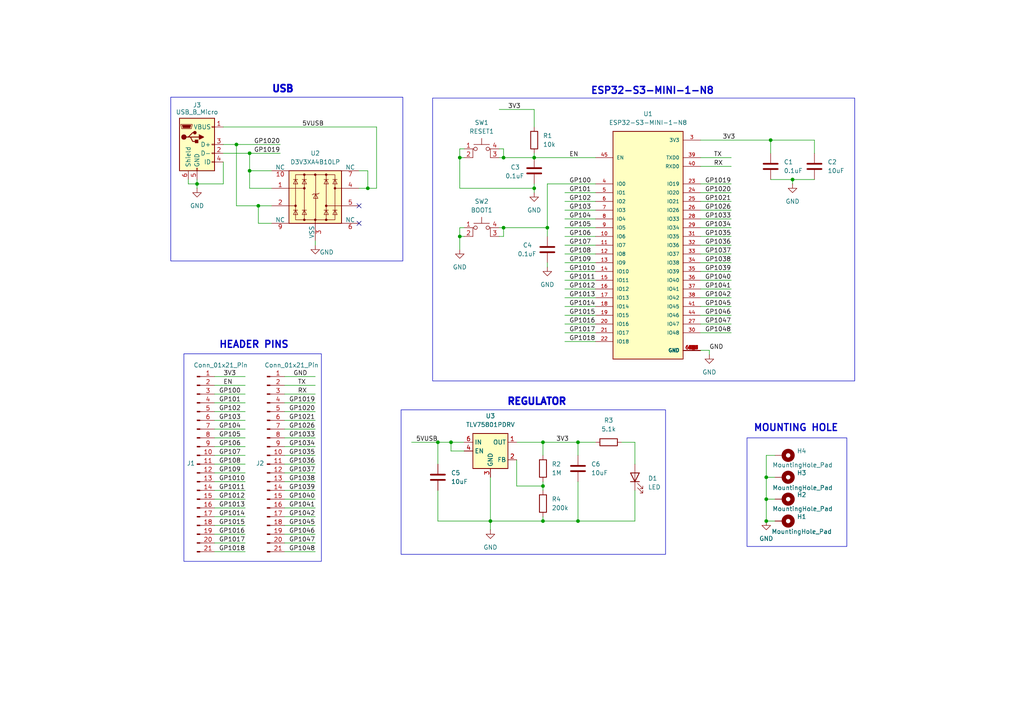
<source format=kicad_sch>
(kicad_sch
	(version 20231120)
	(generator "eeschema")
	(generator_version "8.0")
	(uuid "35d29e8e-e578-47d2-bb86-ec8a3a3a0ace")
	(paper "A4")
	(title_block
		(title "ESP32 S3 PCB")
		(date "2025-02-13")
		(rev "Version 1")
	)
	(lib_symbols
		(symbol "Connector:Conn_01x21_Pin"
			(pin_names
				(offset 1.016) hide)
			(exclude_from_sim no)
			(in_bom yes)
			(on_board yes)
			(property "Reference" "J"
				(at 0 27.94 0)
				(effects
					(font
						(size 1.27 1.27)
					)
				)
			)
			(property "Value" "Conn_01x21_Pin"
				(at 0 -27.94 0)
				(effects
					(font
						(size 1.27 1.27)
					)
				)
			)
			(property "Footprint" ""
				(at 0 0 0)
				(effects
					(font
						(size 1.27 1.27)
					)
					(hide yes)
				)
			)
			(property "Datasheet" "~"
				(at 0 0 0)
				(effects
					(font
						(size 1.27 1.27)
					)
					(hide yes)
				)
			)
			(property "Description" "Generic connector, single row, 01x21, script generated"
				(at 0 0 0)
				(effects
					(font
						(size 1.27 1.27)
					)
					(hide yes)
				)
			)
			(property "ki_locked" ""
				(at 0 0 0)
				(effects
					(font
						(size 1.27 1.27)
					)
				)
			)
			(property "ki_keywords" "connector"
				(at 0 0 0)
				(effects
					(font
						(size 1.27 1.27)
					)
					(hide yes)
				)
			)
			(property "ki_fp_filters" "Connector*:*_1x??_*"
				(at 0 0 0)
				(effects
					(font
						(size 1.27 1.27)
					)
					(hide yes)
				)
			)
			(symbol "Conn_01x21_Pin_1_1"
				(polyline
					(pts
						(xy 1.27 -25.4) (xy 0.8636 -25.4)
					)
					(stroke
						(width 0.1524)
						(type default)
					)
					(fill
						(type none)
					)
				)
				(polyline
					(pts
						(xy 1.27 -22.86) (xy 0.8636 -22.86)
					)
					(stroke
						(width 0.1524)
						(type default)
					)
					(fill
						(type none)
					)
				)
				(polyline
					(pts
						(xy 1.27 -20.32) (xy 0.8636 -20.32)
					)
					(stroke
						(width 0.1524)
						(type default)
					)
					(fill
						(type none)
					)
				)
				(polyline
					(pts
						(xy 1.27 -17.78) (xy 0.8636 -17.78)
					)
					(stroke
						(width 0.1524)
						(type default)
					)
					(fill
						(type none)
					)
				)
				(polyline
					(pts
						(xy 1.27 -15.24) (xy 0.8636 -15.24)
					)
					(stroke
						(width 0.1524)
						(type default)
					)
					(fill
						(type none)
					)
				)
				(polyline
					(pts
						(xy 1.27 -12.7) (xy 0.8636 -12.7)
					)
					(stroke
						(width 0.1524)
						(type default)
					)
					(fill
						(type none)
					)
				)
				(polyline
					(pts
						(xy 1.27 -10.16) (xy 0.8636 -10.16)
					)
					(stroke
						(width 0.1524)
						(type default)
					)
					(fill
						(type none)
					)
				)
				(polyline
					(pts
						(xy 1.27 -7.62) (xy 0.8636 -7.62)
					)
					(stroke
						(width 0.1524)
						(type default)
					)
					(fill
						(type none)
					)
				)
				(polyline
					(pts
						(xy 1.27 -5.08) (xy 0.8636 -5.08)
					)
					(stroke
						(width 0.1524)
						(type default)
					)
					(fill
						(type none)
					)
				)
				(polyline
					(pts
						(xy 1.27 -2.54) (xy 0.8636 -2.54)
					)
					(stroke
						(width 0.1524)
						(type default)
					)
					(fill
						(type none)
					)
				)
				(polyline
					(pts
						(xy 1.27 0) (xy 0.8636 0)
					)
					(stroke
						(width 0.1524)
						(type default)
					)
					(fill
						(type none)
					)
				)
				(polyline
					(pts
						(xy 1.27 2.54) (xy 0.8636 2.54)
					)
					(stroke
						(width 0.1524)
						(type default)
					)
					(fill
						(type none)
					)
				)
				(polyline
					(pts
						(xy 1.27 5.08) (xy 0.8636 5.08)
					)
					(stroke
						(width 0.1524)
						(type default)
					)
					(fill
						(type none)
					)
				)
				(polyline
					(pts
						(xy 1.27 7.62) (xy 0.8636 7.62)
					)
					(stroke
						(width 0.1524)
						(type default)
					)
					(fill
						(type none)
					)
				)
				(polyline
					(pts
						(xy 1.27 10.16) (xy 0.8636 10.16)
					)
					(stroke
						(width 0.1524)
						(type default)
					)
					(fill
						(type none)
					)
				)
				(polyline
					(pts
						(xy 1.27 12.7) (xy 0.8636 12.7)
					)
					(stroke
						(width 0.1524)
						(type default)
					)
					(fill
						(type none)
					)
				)
				(polyline
					(pts
						(xy 1.27 15.24) (xy 0.8636 15.24)
					)
					(stroke
						(width 0.1524)
						(type default)
					)
					(fill
						(type none)
					)
				)
				(polyline
					(pts
						(xy 1.27 17.78) (xy 0.8636 17.78)
					)
					(stroke
						(width 0.1524)
						(type default)
					)
					(fill
						(type none)
					)
				)
				(polyline
					(pts
						(xy 1.27 20.32) (xy 0.8636 20.32)
					)
					(stroke
						(width 0.1524)
						(type default)
					)
					(fill
						(type none)
					)
				)
				(polyline
					(pts
						(xy 1.27 22.86) (xy 0.8636 22.86)
					)
					(stroke
						(width 0.1524)
						(type default)
					)
					(fill
						(type none)
					)
				)
				(polyline
					(pts
						(xy 1.27 25.4) (xy 0.8636 25.4)
					)
					(stroke
						(width 0.1524)
						(type default)
					)
					(fill
						(type none)
					)
				)
				(rectangle
					(start 0.8636 -25.273)
					(end 0 -25.527)
					(stroke
						(width 0.1524)
						(type default)
					)
					(fill
						(type outline)
					)
				)
				(rectangle
					(start 0.8636 -22.733)
					(end 0 -22.987)
					(stroke
						(width 0.1524)
						(type default)
					)
					(fill
						(type outline)
					)
				)
				(rectangle
					(start 0.8636 -20.193)
					(end 0 -20.447)
					(stroke
						(width 0.1524)
						(type default)
					)
					(fill
						(type outline)
					)
				)
				(rectangle
					(start 0.8636 -17.653)
					(end 0 -17.907)
					(stroke
						(width 0.1524)
						(type default)
					)
					(fill
						(type outline)
					)
				)
				(rectangle
					(start 0.8636 -15.113)
					(end 0 -15.367)
					(stroke
						(width 0.1524)
						(type default)
					)
					(fill
						(type outline)
					)
				)
				(rectangle
					(start 0.8636 -12.573)
					(end 0 -12.827)
					(stroke
						(width 0.1524)
						(type default)
					)
					(fill
						(type outline)
					)
				)
				(rectangle
					(start 0.8636 -10.033)
					(end 0 -10.287)
					(stroke
						(width 0.1524)
						(type default)
					)
					(fill
						(type outline)
					)
				)
				(rectangle
					(start 0.8636 -7.493)
					(end 0 -7.747)
					(stroke
						(width 0.1524)
						(type default)
					)
					(fill
						(type outline)
					)
				)
				(rectangle
					(start 0.8636 -4.953)
					(end 0 -5.207)
					(stroke
						(width 0.1524)
						(type default)
					)
					(fill
						(type outline)
					)
				)
				(rectangle
					(start 0.8636 -2.413)
					(end 0 -2.667)
					(stroke
						(width 0.1524)
						(type default)
					)
					(fill
						(type outline)
					)
				)
				(rectangle
					(start 0.8636 0.127)
					(end 0 -0.127)
					(stroke
						(width 0.1524)
						(type default)
					)
					(fill
						(type outline)
					)
				)
				(rectangle
					(start 0.8636 2.667)
					(end 0 2.413)
					(stroke
						(width 0.1524)
						(type default)
					)
					(fill
						(type outline)
					)
				)
				(rectangle
					(start 0.8636 5.207)
					(end 0 4.953)
					(stroke
						(width 0.1524)
						(type default)
					)
					(fill
						(type outline)
					)
				)
				(rectangle
					(start 0.8636 7.747)
					(end 0 7.493)
					(stroke
						(width 0.1524)
						(type default)
					)
					(fill
						(type outline)
					)
				)
				(rectangle
					(start 0.8636 10.287)
					(end 0 10.033)
					(stroke
						(width 0.1524)
						(type default)
					)
					(fill
						(type outline)
					)
				)
				(rectangle
					(start 0.8636 12.827)
					(end 0 12.573)
					(stroke
						(width 0.1524)
						(type default)
					)
					(fill
						(type outline)
					)
				)
				(rectangle
					(start 0.8636 15.367)
					(end 0 15.113)
					(stroke
						(width 0.1524)
						(type default)
					)
					(fill
						(type outline)
					)
				)
				(rectangle
					(start 0.8636 17.907)
					(end 0 17.653)
					(stroke
						(width 0.1524)
						(type default)
					)
					(fill
						(type outline)
					)
				)
				(rectangle
					(start 0.8636 20.447)
					(end 0 20.193)
					(stroke
						(width 0.1524)
						(type default)
					)
					(fill
						(type outline)
					)
				)
				(rectangle
					(start 0.8636 22.987)
					(end 0 22.733)
					(stroke
						(width 0.1524)
						(type default)
					)
					(fill
						(type outline)
					)
				)
				(rectangle
					(start 0.8636 25.527)
					(end 0 25.273)
					(stroke
						(width 0.1524)
						(type default)
					)
					(fill
						(type outline)
					)
				)
				(pin passive line
					(at 5.08 25.4 180)
					(length 3.81)
					(name "Pin_1"
						(effects
							(font
								(size 1.27 1.27)
							)
						)
					)
					(number "1"
						(effects
							(font
								(size 1.27 1.27)
							)
						)
					)
				)
				(pin passive line
					(at 5.08 2.54 180)
					(length 3.81)
					(name "Pin_10"
						(effects
							(font
								(size 1.27 1.27)
							)
						)
					)
					(number "10"
						(effects
							(font
								(size 1.27 1.27)
							)
						)
					)
				)
				(pin passive line
					(at 5.08 0 180)
					(length 3.81)
					(name "Pin_11"
						(effects
							(font
								(size 1.27 1.27)
							)
						)
					)
					(number "11"
						(effects
							(font
								(size 1.27 1.27)
							)
						)
					)
				)
				(pin passive line
					(at 5.08 -2.54 180)
					(length 3.81)
					(name "Pin_12"
						(effects
							(font
								(size 1.27 1.27)
							)
						)
					)
					(number "12"
						(effects
							(font
								(size 1.27 1.27)
							)
						)
					)
				)
				(pin passive line
					(at 5.08 -5.08 180)
					(length 3.81)
					(name "Pin_13"
						(effects
							(font
								(size 1.27 1.27)
							)
						)
					)
					(number "13"
						(effects
							(font
								(size 1.27 1.27)
							)
						)
					)
				)
				(pin passive line
					(at 5.08 -7.62 180)
					(length 3.81)
					(name "Pin_14"
						(effects
							(font
								(size 1.27 1.27)
							)
						)
					)
					(number "14"
						(effects
							(font
								(size 1.27 1.27)
							)
						)
					)
				)
				(pin passive line
					(at 5.08 -10.16 180)
					(length 3.81)
					(name "Pin_15"
						(effects
							(font
								(size 1.27 1.27)
							)
						)
					)
					(number "15"
						(effects
							(font
								(size 1.27 1.27)
							)
						)
					)
				)
				(pin passive line
					(at 5.08 -12.7 180)
					(length 3.81)
					(name "Pin_16"
						(effects
							(font
								(size 1.27 1.27)
							)
						)
					)
					(number "16"
						(effects
							(font
								(size 1.27 1.27)
							)
						)
					)
				)
				(pin passive line
					(at 5.08 -15.24 180)
					(length 3.81)
					(name "Pin_17"
						(effects
							(font
								(size 1.27 1.27)
							)
						)
					)
					(number "17"
						(effects
							(font
								(size 1.27 1.27)
							)
						)
					)
				)
				(pin passive line
					(at 5.08 -17.78 180)
					(length 3.81)
					(name "Pin_18"
						(effects
							(font
								(size 1.27 1.27)
							)
						)
					)
					(number "18"
						(effects
							(font
								(size 1.27 1.27)
							)
						)
					)
				)
				(pin passive line
					(at 5.08 -20.32 180)
					(length 3.81)
					(name "Pin_19"
						(effects
							(font
								(size 1.27 1.27)
							)
						)
					)
					(number "19"
						(effects
							(font
								(size 1.27 1.27)
							)
						)
					)
				)
				(pin passive line
					(at 5.08 22.86 180)
					(length 3.81)
					(name "Pin_2"
						(effects
							(font
								(size 1.27 1.27)
							)
						)
					)
					(number "2"
						(effects
							(font
								(size 1.27 1.27)
							)
						)
					)
				)
				(pin passive line
					(at 5.08 -22.86 180)
					(length 3.81)
					(name "Pin_20"
						(effects
							(font
								(size 1.27 1.27)
							)
						)
					)
					(number "20"
						(effects
							(font
								(size 1.27 1.27)
							)
						)
					)
				)
				(pin passive line
					(at 5.08 -25.4 180)
					(length 3.81)
					(name "Pin_21"
						(effects
							(font
								(size 1.27 1.27)
							)
						)
					)
					(number "21"
						(effects
							(font
								(size 1.27 1.27)
							)
						)
					)
				)
				(pin passive line
					(at 5.08 20.32 180)
					(length 3.81)
					(name "Pin_3"
						(effects
							(font
								(size 1.27 1.27)
							)
						)
					)
					(number "3"
						(effects
							(font
								(size 1.27 1.27)
							)
						)
					)
				)
				(pin passive line
					(at 5.08 17.78 180)
					(length 3.81)
					(name "Pin_4"
						(effects
							(font
								(size 1.27 1.27)
							)
						)
					)
					(number "4"
						(effects
							(font
								(size 1.27 1.27)
							)
						)
					)
				)
				(pin passive line
					(at 5.08 15.24 180)
					(length 3.81)
					(name "Pin_5"
						(effects
							(font
								(size 1.27 1.27)
							)
						)
					)
					(number "5"
						(effects
							(font
								(size 1.27 1.27)
							)
						)
					)
				)
				(pin passive line
					(at 5.08 12.7 180)
					(length 3.81)
					(name "Pin_6"
						(effects
							(font
								(size 1.27 1.27)
							)
						)
					)
					(number "6"
						(effects
							(font
								(size 1.27 1.27)
							)
						)
					)
				)
				(pin passive line
					(at 5.08 10.16 180)
					(length 3.81)
					(name "Pin_7"
						(effects
							(font
								(size 1.27 1.27)
							)
						)
					)
					(number "7"
						(effects
							(font
								(size 1.27 1.27)
							)
						)
					)
				)
				(pin passive line
					(at 5.08 7.62 180)
					(length 3.81)
					(name "Pin_8"
						(effects
							(font
								(size 1.27 1.27)
							)
						)
					)
					(number "8"
						(effects
							(font
								(size 1.27 1.27)
							)
						)
					)
				)
				(pin passive line
					(at 5.08 5.08 180)
					(length 3.81)
					(name "Pin_9"
						(effects
							(font
								(size 1.27 1.27)
							)
						)
					)
					(number "9"
						(effects
							(font
								(size 1.27 1.27)
							)
						)
					)
				)
			)
		)
		(symbol "Connector:USB_B_Micro"
			(pin_names
				(offset 1.016)
			)
			(exclude_from_sim no)
			(in_bom yes)
			(on_board yes)
			(property "Reference" "J"
				(at -5.08 11.43 0)
				(effects
					(font
						(size 1.27 1.27)
					)
					(justify left)
				)
			)
			(property "Value" "USB_B_Micro"
				(at -5.08 8.89 0)
				(effects
					(font
						(size 1.27 1.27)
					)
					(justify left)
				)
			)
			(property "Footprint" ""
				(at 3.81 -1.27 0)
				(effects
					(font
						(size 1.27 1.27)
					)
					(hide yes)
				)
			)
			(property "Datasheet" "~"
				(at 3.81 -1.27 0)
				(effects
					(font
						(size 1.27 1.27)
					)
					(hide yes)
				)
			)
			(property "Description" "USB Micro Type B connector"
				(at 0 0 0)
				(effects
					(font
						(size 1.27 1.27)
					)
					(hide yes)
				)
			)
			(property "ki_keywords" "connector USB micro"
				(at 0 0 0)
				(effects
					(font
						(size 1.27 1.27)
					)
					(hide yes)
				)
			)
			(property "ki_fp_filters" "USB*"
				(at 0 0 0)
				(effects
					(font
						(size 1.27 1.27)
					)
					(hide yes)
				)
			)
			(symbol "USB_B_Micro_0_1"
				(rectangle
					(start -5.08 -7.62)
					(end 5.08 7.62)
					(stroke
						(width 0.254)
						(type default)
					)
					(fill
						(type background)
					)
				)
				(circle
					(center -3.81 2.159)
					(radius 0.635)
					(stroke
						(width 0.254)
						(type default)
					)
					(fill
						(type outline)
					)
				)
				(circle
					(center -0.635 3.429)
					(radius 0.381)
					(stroke
						(width 0.254)
						(type default)
					)
					(fill
						(type outline)
					)
				)
				(rectangle
					(start -0.127 -7.62)
					(end 0.127 -6.858)
					(stroke
						(width 0)
						(type default)
					)
					(fill
						(type none)
					)
				)
				(polyline
					(pts
						(xy -1.905 2.159) (xy 0.635 2.159)
					)
					(stroke
						(width 0.254)
						(type default)
					)
					(fill
						(type none)
					)
				)
				(polyline
					(pts
						(xy -3.175 2.159) (xy -2.54 2.159) (xy -1.27 3.429) (xy -0.635 3.429)
					)
					(stroke
						(width 0.254)
						(type default)
					)
					(fill
						(type none)
					)
				)
				(polyline
					(pts
						(xy -2.54 2.159) (xy -1.905 2.159) (xy -1.27 0.889) (xy 0 0.889)
					)
					(stroke
						(width 0.254)
						(type default)
					)
					(fill
						(type none)
					)
				)
				(polyline
					(pts
						(xy 0.635 2.794) (xy 0.635 1.524) (xy 1.905 2.159) (xy 0.635 2.794)
					)
					(stroke
						(width 0.254)
						(type default)
					)
					(fill
						(type outline)
					)
				)
				(polyline
					(pts
						(xy -4.318 5.588) (xy -1.778 5.588) (xy -2.032 4.826) (xy -4.064 4.826) (xy -4.318 5.588)
					)
					(stroke
						(width 0)
						(type default)
					)
					(fill
						(type outline)
					)
				)
				(polyline
					(pts
						(xy -4.699 5.842) (xy -4.699 5.588) (xy -4.445 4.826) (xy -4.445 4.572) (xy -1.651 4.572) (xy -1.651 4.826)
						(xy -1.397 5.588) (xy -1.397 5.842) (xy -4.699 5.842)
					)
					(stroke
						(width 0)
						(type default)
					)
					(fill
						(type none)
					)
				)
				(rectangle
					(start 0.254 1.27)
					(end -0.508 0.508)
					(stroke
						(width 0.254)
						(type default)
					)
					(fill
						(type outline)
					)
				)
				(rectangle
					(start 5.08 -5.207)
					(end 4.318 -4.953)
					(stroke
						(width 0)
						(type default)
					)
					(fill
						(type none)
					)
				)
				(rectangle
					(start 5.08 -2.667)
					(end 4.318 -2.413)
					(stroke
						(width 0)
						(type default)
					)
					(fill
						(type none)
					)
				)
				(rectangle
					(start 5.08 -0.127)
					(end 4.318 0.127)
					(stroke
						(width 0)
						(type default)
					)
					(fill
						(type none)
					)
				)
				(rectangle
					(start 5.08 4.953)
					(end 4.318 5.207)
					(stroke
						(width 0)
						(type default)
					)
					(fill
						(type none)
					)
				)
			)
			(symbol "USB_B_Micro_1_1"
				(pin power_out line
					(at 7.62 5.08 180)
					(length 2.54)
					(name "VBUS"
						(effects
							(font
								(size 1.27 1.27)
							)
						)
					)
					(number "1"
						(effects
							(font
								(size 1.27 1.27)
							)
						)
					)
				)
				(pin bidirectional line
					(at 7.62 -2.54 180)
					(length 2.54)
					(name "D-"
						(effects
							(font
								(size 1.27 1.27)
							)
						)
					)
					(number "2"
						(effects
							(font
								(size 1.27 1.27)
							)
						)
					)
				)
				(pin bidirectional line
					(at 7.62 0 180)
					(length 2.54)
					(name "D+"
						(effects
							(font
								(size 1.27 1.27)
							)
						)
					)
					(number "3"
						(effects
							(font
								(size 1.27 1.27)
							)
						)
					)
				)
				(pin passive line
					(at 7.62 -5.08 180)
					(length 2.54)
					(name "ID"
						(effects
							(font
								(size 1.27 1.27)
							)
						)
					)
					(number "4"
						(effects
							(font
								(size 1.27 1.27)
							)
						)
					)
				)
				(pin power_out line
					(at 0 -10.16 90)
					(length 2.54)
					(name "GND"
						(effects
							(font
								(size 1.27 1.27)
							)
						)
					)
					(number "5"
						(effects
							(font
								(size 1.27 1.27)
							)
						)
					)
				)
				(pin passive line
					(at -2.54 -10.16 90)
					(length 2.54)
					(name "Shield"
						(effects
							(font
								(size 1.27 1.27)
							)
						)
					)
					(number "6"
						(effects
							(font
								(size 1.27 1.27)
							)
						)
					)
				)
			)
		)
		(symbol "Device:C"
			(pin_numbers hide)
			(pin_names
				(offset 0.254)
			)
			(exclude_from_sim no)
			(in_bom yes)
			(on_board yes)
			(property "Reference" "C"
				(at 0.635 2.54 0)
				(effects
					(font
						(size 1.27 1.27)
					)
					(justify left)
				)
			)
			(property "Value" "C"
				(at 0.635 -2.54 0)
				(effects
					(font
						(size 1.27 1.27)
					)
					(justify left)
				)
			)
			(property "Footprint" ""
				(at 0.9652 -3.81 0)
				(effects
					(font
						(size 1.27 1.27)
					)
					(hide yes)
				)
			)
			(property "Datasheet" "~"
				(at 0 0 0)
				(effects
					(font
						(size 1.27 1.27)
					)
					(hide yes)
				)
			)
			(property "Description" "Unpolarized capacitor"
				(at 0 0 0)
				(effects
					(font
						(size 1.27 1.27)
					)
					(hide yes)
				)
			)
			(property "ki_keywords" "cap capacitor"
				(at 0 0 0)
				(effects
					(font
						(size 1.27 1.27)
					)
					(hide yes)
				)
			)
			(property "ki_fp_filters" "C_*"
				(at 0 0 0)
				(effects
					(font
						(size 1.27 1.27)
					)
					(hide yes)
				)
			)
			(symbol "C_0_1"
				(polyline
					(pts
						(xy -2.032 -0.762) (xy 2.032 -0.762)
					)
					(stroke
						(width 0.508)
						(type default)
					)
					(fill
						(type none)
					)
				)
				(polyline
					(pts
						(xy -2.032 0.762) (xy 2.032 0.762)
					)
					(stroke
						(width 0.508)
						(type default)
					)
					(fill
						(type none)
					)
				)
			)
			(symbol "C_1_1"
				(pin passive line
					(at 0 3.81 270)
					(length 2.794)
					(name "~"
						(effects
							(font
								(size 1.27 1.27)
							)
						)
					)
					(number "1"
						(effects
							(font
								(size 1.27 1.27)
							)
						)
					)
				)
				(pin passive line
					(at 0 -3.81 90)
					(length 2.794)
					(name "~"
						(effects
							(font
								(size 1.27 1.27)
							)
						)
					)
					(number "2"
						(effects
							(font
								(size 1.27 1.27)
							)
						)
					)
				)
			)
		)
		(symbol "Device:LED"
			(pin_numbers hide)
			(pin_names
				(offset 1.016) hide)
			(exclude_from_sim no)
			(in_bom yes)
			(on_board yes)
			(property "Reference" "D"
				(at 0 2.54 0)
				(effects
					(font
						(size 1.27 1.27)
					)
				)
			)
			(property "Value" "LED"
				(at 0 -2.54 0)
				(effects
					(font
						(size 1.27 1.27)
					)
				)
			)
			(property "Footprint" ""
				(at 0 0 0)
				(effects
					(font
						(size 1.27 1.27)
					)
					(hide yes)
				)
			)
			(property "Datasheet" "~"
				(at 0 0 0)
				(effects
					(font
						(size 1.27 1.27)
					)
					(hide yes)
				)
			)
			(property "Description" "Light emitting diode"
				(at 0 0 0)
				(effects
					(font
						(size 1.27 1.27)
					)
					(hide yes)
				)
			)
			(property "ki_keywords" "LED diode"
				(at 0 0 0)
				(effects
					(font
						(size 1.27 1.27)
					)
					(hide yes)
				)
			)
			(property "ki_fp_filters" "LED* LED_SMD:* LED_THT:*"
				(at 0 0 0)
				(effects
					(font
						(size 1.27 1.27)
					)
					(hide yes)
				)
			)
			(symbol "LED_0_1"
				(polyline
					(pts
						(xy -1.27 -1.27) (xy -1.27 1.27)
					)
					(stroke
						(width 0.254)
						(type default)
					)
					(fill
						(type none)
					)
				)
				(polyline
					(pts
						(xy -1.27 0) (xy 1.27 0)
					)
					(stroke
						(width 0)
						(type default)
					)
					(fill
						(type none)
					)
				)
				(polyline
					(pts
						(xy 1.27 -1.27) (xy 1.27 1.27) (xy -1.27 0) (xy 1.27 -1.27)
					)
					(stroke
						(width 0.254)
						(type default)
					)
					(fill
						(type none)
					)
				)
				(polyline
					(pts
						(xy -3.048 -0.762) (xy -4.572 -2.286) (xy -3.81 -2.286) (xy -4.572 -2.286) (xy -4.572 -1.524)
					)
					(stroke
						(width 0)
						(type default)
					)
					(fill
						(type none)
					)
				)
				(polyline
					(pts
						(xy -1.778 -0.762) (xy -3.302 -2.286) (xy -2.54 -2.286) (xy -3.302 -2.286) (xy -3.302 -1.524)
					)
					(stroke
						(width 0)
						(type default)
					)
					(fill
						(type none)
					)
				)
			)
			(symbol "LED_1_1"
				(pin passive line
					(at -3.81 0 0)
					(length 2.54)
					(name "K"
						(effects
							(font
								(size 1.27 1.27)
							)
						)
					)
					(number "1"
						(effects
							(font
								(size 1.27 1.27)
							)
						)
					)
				)
				(pin passive line
					(at 3.81 0 180)
					(length 2.54)
					(name "A"
						(effects
							(font
								(size 1.27 1.27)
							)
						)
					)
					(number "2"
						(effects
							(font
								(size 1.27 1.27)
							)
						)
					)
				)
			)
		)
		(symbol "Device:R"
			(pin_numbers hide)
			(pin_names
				(offset 0)
			)
			(exclude_from_sim no)
			(in_bom yes)
			(on_board yes)
			(property "Reference" "R"
				(at 2.032 0 90)
				(effects
					(font
						(size 1.27 1.27)
					)
				)
			)
			(property "Value" "R"
				(at 0 0 90)
				(effects
					(font
						(size 1.27 1.27)
					)
				)
			)
			(property "Footprint" ""
				(at -1.778 0 90)
				(effects
					(font
						(size 1.27 1.27)
					)
					(hide yes)
				)
			)
			(property "Datasheet" "~"
				(at 0 0 0)
				(effects
					(font
						(size 1.27 1.27)
					)
					(hide yes)
				)
			)
			(property "Description" "Resistor"
				(at 0 0 0)
				(effects
					(font
						(size 1.27 1.27)
					)
					(hide yes)
				)
			)
			(property "ki_keywords" "R res resistor"
				(at 0 0 0)
				(effects
					(font
						(size 1.27 1.27)
					)
					(hide yes)
				)
			)
			(property "ki_fp_filters" "R_*"
				(at 0 0 0)
				(effects
					(font
						(size 1.27 1.27)
					)
					(hide yes)
				)
			)
			(symbol "R_0_1"
				(rectangle
					(start -1.016 -2.54)
					(end 1.016 2.54)
					(stroke
						(width 0.254)
						(type default)
					)
					(fill
						(type none)
					)
				)
			)
			(symbol "R_1_1"
				(pin passive line
					(at 0 3.81 270)
					(length 1.27)
					(name "~"
						(effects
							(font
								(size 1.27 1.27)
							)
						)
					)
					(number "1"
						(effects
							(font
								(size 1.27 1.27)
							)
						)
					)
				)
				(pin passive line
					(at 0 -3.81 90)
					(length 1.27)
					(name "~"
						(effects
							(font
								(size 1.27 1.27)
							)
						)
					)
					(number "2"
						(effects
							(font
								(size 1.27 1.27)
							)
						)
					)
				)
			)
		)
		(symbol "ESP32-S3-MINI-1:ESP32-S3-MINI-1-N8"
			(pin_names
				(offset 1.016)
			)
			(exclude_from_sim no)
			(in_bom yes)
			(on_board yes)
			(property "Reference" "U"
				(at -10.16 34.29 0)
				(effects
					(font
						(size 1.27 1.27)
					)
					(justify left bottom)
				)
			)
			(property "Value" "ESP32-S3-MINI-1-N8"
				(at -10.16 -35.56 0)
				(effects
					(font
						(size 1.27 1.27)
					)
					(justify left bottom)
				)
			)
			(property "Footprint" "ESP32-S3-MINI-1-N8:XCVR_ESP32-S3-MINI-1-N8"
				(at 0 0 0)
				(effects
					(font
						(size 1.27 1.27)
					)
					(justify bottom)
					(hide yes)
				)
			)
			(property "Datasheet" ""
				(at 0 0 0)
				(effects
					(font
						(size 1.27 1.27)
					)
					(hide yes)
				)
			)
			(property "Description" ""
				(at 0 0 0)
				(effects
					(font
						(size 1.27 1.27)
					)
					(hide yes)
				)
			)
			(property "MF" "Espressif Systems"
				(at 0 0 0)
				(effects
					(font
						(size 1.27 1.27)
					)
					(justify bottom)
					(hide yes)
				)
			)
			(property "MAXIMUM_PACKAGE_HEIGHT" "2.55mm"
				(at 0 0 0)
				(effects
					(font
						(size 1.27 1.27)
					)
					(justify bottom)
					(hide yes)
				)
			)
			(property "Package" "None"
				(at 0 0 0)
				(effects
					(font
						(size 1.27 1.27)
					)
					(justify bottom)
					(hide yes)
				)
			)
			(property "Price" "None"
				(at 0 0 0)
				(effects
					(font
						(size 1.27 1.27)
					)
					(justify bottom)
					(hide yes)
				)
			)
			(property "Check_prices" "https://www.snapeda.com/parts/ESP32-S3-MINI-1-N8/Espressif+Systems/view-part/?ref=eda"
				(at 0 0 0)
				(effects
					(font
						(size 1.27 1.27)
					)
					(justify bottom)
					(hide yes)
				)
			)
			(property "STANDARD" "Manufacturer Recommendations"
				(at 0 0 0)
				(effects
					(font
						(size 1.27 1.27)
					)
					(justify bottom)
					(hide yes)
				)
			)
			(property "PARTREV" "v0.6"
				(at 0 0 0)
				(effects
					(font
						(size 1.27 1.27)
					)
					(justify bottom)
					(hide yes)
				)
			)
			(property "SnapEDA_Link" "https://www.snapeda.com/parts/ESP32-S3-MINI-1-N8/Espressif+Systems/view-part/?ref=snap"
				(at 0 0 0)
				(effects
					(font
						(size 1.27 1.27)
					)
					(justify bottom)
					(hide yes)
				)
			)
			(property "MP" "ESP32-S3-MINI-1-N8"
				(at 0 0 0)
				(effects
					(font
						(size 1.27 1.27)
					)
					(justify bottom)
					(hide yes)
				)
			)
			(property "Description_1" "\n                        \n                            Bluetooth, WiFi 802.11b/g/n, Bluetooth v5.0 Transceiver Module 2.4GHz PCB Trace Surface Mount\n                        \n"
				(at 0 0 0)
				(effects
					(font
						(size 1.27 1.27)
					)
					(justify bottom)
					(hide yes)
				)
			)
			(property "Availability" "In Stock"
				(at 0 0 0)
				(effects
					(font
						(size 1.27 1.27)
					)
					(justify bottom)
					(hide yes)
				)
			)
			(property "MANUFACTURER" "Espressif"
				(at 0 0 0)
				(effects
					(font
						(size 1.27 1.27)
					)
					(justify bottom)
					(hide yes)
				)
			)
			(symbol "ESP32-S3-MINI-1-N8_0_0"
				(rectangle
					(start -10.16 -33.02)
					(end 10.16 33.02)
					(stroke
						(width 0.254)
						(type default)
					)
					(fill
						(type background)
					)
				)
				(pin power_in line
					(at 15.24 -30.48 180)
					(length 5.08)
					(name "GND"
						(effects
							(font
								(size 1.016 1.016)
							)
						)
					)
					(number "1"
						(effects
							(font
								(size 1.016 1.016)
							)
						)
					)
				)
				(pin bidirectional line
					(at -15.24 2.54 0)
					(length 5.08)
					(name "IO6"
						(effects
							(font
								(size 1.016 1.016)
							)
						)
					)
					(number "10"
						(effects
							(font
								(size 1.016 1.016)
							)
						)
					)
				)
				(pin bidirectional line
					(at -15.24 0 0)
					(length 5.08)
					(name "IO7"
						(effects
							(font
								(size 1.016 1.016)
							)
						)
					)
					(number "11"
						(effects
							(font
								(size 1.016 1.016)
							)
						)
					)
				)
				(pin bidirectional line
					(at -15.24 -2.54 0)
					(length 5.08)
					(name "IO8"
						(effects
							(font
								(size 1.016 1.016)
							)
						)
					)
					(number "12"
						(effects
							(font
								(size 1.016 1.016)
							)
						)
					)
				)
				(pin bidirectional line
					(at -15.24 -5.08 0)
					(length 5.08)
					(name "IO9"
						(effects
							(font
								(size 1.016 1.016)
							)
						)
					)
					(number "13"
						(effects
							(font
								(size 1.016 1.016)
							)
						)
					)
				)
				(pin bidirectional line
					(at -15.24 -7.62 0)
					(length 5.08)
					(name "IO10"
						(effects
							(font
								(size 1.016 1.016)
							)
						)
					)
					(number "14"
						(effects
							(font
								(size 1.016 1.016)
							)
						)
					)
				)
				(pin bidirectional line
					(at -15.24 -10.16 0)
					(length 5.08)
					(name "IO11"
						(effects
							(font
								(size 1.016 1.016)
							)
						)
					)
					(number "15"
						(effects
							(font
								(size 1.016 1.016)
							)
						)
					)
				)
				(pin bidirectional line
					(at -15.24 -12.7 0)
					(length 5.08)
					(name "IO12"
						(effects
							(font
								(size 1.016 1.016)
							)
						)
					)
					(number "16"
						(effects
							(font
								(size 1.016 1.016)
							)
						)
					)
				)
				(pin bidirectional line
					(at -15.24 -15.24 0)
					(length 5.08)
					(name "IO13"
						(effects
							(font
								(size 1.016 1.016)
							)
						)
					)
					(number "17"
						(effects
							(font
								(size 1.016 1.016)
							)
						)
					)
				)
				(pin bidirectional line
					(at -15.24 -17.78 0)
					(length 5.08)
					(name "IO14"
						(effects
							(font
								(size 1.016 1.016)
							)
						)
					)
					(number "18"
						(effects
							(font
								(size 1.016 1.016)
							)
						)
					)
				)
				(pin bidirectional line
					(at -15.24 -20.32 0)
					(length 5.08)
					(name "IO15"
						(effects
							(font
								(size 1.016 1.016)
							)
						)
					)
					(number "19"
						(effects
							(font
								(size 1.016 1.016)
							)
						)
					)
				)
				(pin power_in line
					(at 15.24 -30.48 180)
					(length 5.08)
					(name "GND"
						(effects
							(font
								(size 1.016 1.016)
							)
						)
					)
					(number "2"
						(effects
							(font
								(size 1.016 1.016)
							)
						)
					)
				)
				(pin bidirectional line
					(at -15.24 -22.86 0)
					(length 5.08)
					(name "IO16"
						(effects
							(font
								(size 1.016 1.016)
							)
						)
					)
					(number "20"
						(effects
							(font
								(size 1.016 1.016)
							)
						)
					)
				)
				(pin bidirectional line
					(at -15.24 -25.4 0)
					(length 5.08)
					(name "IO17"
						(effects
							(font
								(size 1.016 1.016)
							)
						)
					)
					(number "21"
						(effects
							(font
								(size 1.016 1.016)
							)
						)
					)
				)
				(pin bidirectional line
					(at -15.24 -27.94 0)
					(length 5.08)
					(name "IO18"
						(effects
							(font
								(size 1.016 1.016)
							)
						)
					)
					(number "22"
						(effects
							(font
								(size 1.016 1.016)
							)
						)
					)
				)
				(pin bidirectional line
					(at 15.24 17.78 180)
					(length 5.08)
					(name "IO19"
						(effects
							(font
								(size 1.016 1.016)
							)
						)
					)
					(number "23"
						(effects
							(font
								(size 1.016 1.016)
							)
						)
					)
				)
				(pin bidirectional line
					(at 15.24 15.24 180)
					(length 5.08)
					(name "IO20"
						(effects
							(font
								(size 1.016 1.016)
							)
						)
					)
					(number "24"
						(effects
							(font
								(size 1.016 1.016)
							)
						)
					)
				)
				(pin bidirectional line
					(at 15.24 12.7 180)
					(length 5.08)
					(name "IO21"
						(effects
							(font
								(size 1.016 1.016)
							)
						)
					)
					(number "25"
						(effects
							(font
								(size 1.016 1.016)
							)
						)
					)
				)
				(pin bidirectional line
					(at 15.24 10.16 180)
					(length 5.08)
					(name "IO26"
						(effects
							(font
								(size 1.016 1.016)
							)
						)
					)
					(number "26"
						(effects
							(font
								(size 1.016 1.016)
							)
						)
					)
				)
				(pin bidirectional line
					(at 15.24 -22.86 180)
					(length 5.08)
					(name "IO47"
						(effects
							(font
								(size 1.016 1.016)
							)
						)
					)
					(number "27"
						(effects
							(font
								(size 1.016 1.016)
							)
						)
					)
				)
				(pin bidirectional line
					(at 15.24 7.62 180)
					(length 5.08)
					(name "IO33"
						(effects
							(font
								(size 1.016 1.016)
							)
						)
					)
					(number "28"
						(effects
							(font
								(size 1.016 1.016)
							)
						)
					)
				)
				(pin bidirectional line
					(at 15.24 5.08 180)
					(length 5.08)
					(name "IO34"
						(effects
							(font
								(size 1.016 1.016)
							)
						)
					)
					(number "29"
						(effects
							(font
								(size 1.016 1.016)
							)
						)
					)
				)
				(pin power_in line
					(at 15.24 30.48 180)
					(length 5.08)
					(name "3V3"
						(effects
							(font
								(size 1.016 1.016)
							)
						)
					)
					(number "3"
						(effects
							(font
								(size 1.016 1.016)
							)
						)
					)
				)
				(pin bidirectional line
					(at 15.24 -25.4 180)
					(length 5.08)
					(name "IO48"
						(effects
							(font
								(size 1.016 1.016)
							)
						)
					)
					(number "30"
						(effects
							(font
								(size 1.016 1.016)
							)
						)
					)
				)
				(pin bidirectional line
					(at 15.24 2.54 180)
					(length 5.08)
					(name "IO35"
						(effects
							(font
								(size 1.016 1.016)
							)
						)
					)
					(number "31"
						(effects
							(font
								(size 1.016 1.016)
							)
						)
					)
				)
				(pin bidirectional line
					(at 15.24 0 180)
					(length 5.08)
					(name "IO36"
						(effects
							(font
								(size 1.016 1.016)
							)
						)
					)
					(number "32"
						(effects
							(font
								(size 1.016 1.016)
							)
						)
					)
				)
				(pin bidirectional line
					(at 15.24 -2.54 180)
					(length 5.08)
					(name "IO37"
						(effects
							(font
								(size 1.016 1.016)
							)
						)
					)
					(number "33"
						(effects
							(font
								(size 1.016 1.016)
							)
						)
					)
				)
				(pin bidirectional line
					(at 15.24 -5.08 180)
					(length 5.08)
					(name "IO38"
						(effects
							(font
								(size 1.016 1.016)
							)
						)
					)
					(number "34"
						(effects
							(font
								(size 1.016 1.016)
							)
						)
					)
				)
				(pin bidirectional line
					(at 15.24 -7.62 180)
					(length 5.08)
					(name "IO39"
						(effects
							(font
								(size 1.016 1.016)
							)
						)
					)
					(number "35"
						(effects
							(font
								(size 1.016 1.016)
							)
						)
					)
				)
				(pin bidirectional line
					(at 15.24 -10.16 180)
					(length 5.08)
					(name "IO40"
						(effects
							(font
								(size 1.016 1.016)
							)
						)
					)
					(number "36"
						(effects
							(font
								(size 1.016 1.016)
							)
						)
					)
				)
				(pin bidirectional line
					(at 15.24 -12.7 180)
					(length 5.08)
					(name "IO41"
						(effects
							(font
								(size 1.016 1.016)
							)
						)
					)
					(number "37"
						(effects
							(font
								(size 1.016 1.016)
							)
						)
					)
				)
				(pin bidirectional line
					(at 15.24 -15.24 180)
					(length 5.08)
					(name "IO42"
						(effects
							(font
								(size 1.016 1.016)
							)
						)
					)
					(number "38"
						(effects
							(font
								(size 1.016 1.016)
							)
						)
					)
				)
				(pin bidirectional line
					(at 15.24 25.4 180)
					(length 5.08)
					(name "TXD0"
						(effects
							(font
								(size 1.016 1.016)
							)
						)
					)
					(number "39"
						(effects
							(font
								(size 1.016 1.016)
							)
						)
					)
				)
				(pin bidirectional line
					(at -15.24 17.78 0)
					(length 5.08)
					(name "IO0"
						(effects
							(font
								(size 1.016 1.016)
							)
						)
					)
					(number "4"
						(effects
							(font
								(size 1.016 1.016)
							)
						)
					)
				)
				(pin bidirectional line
					(at 15.24 22.86 180)
					(length 5.08)
					(name "RXD0"
						(effects
							(font
								(size 1.016 1.016)
							)
						)
					)
					(number "40"
						(effects
							(font
								(size 1.016 1.016)
							)
						)
					)
				)
				(pin bidirectional line
					(at 15.24 -17.78 180)
					(length 5.08)
					(name "IO45"
						(effects
							(font
								(size 1.016 1.016)
							)
						)
					)
					(number "41"
						(effects
							(font
								(size 1.016 1.016)
							)
						)
					)
				)
				(pin power_in line
					(at 15.24 -30.48 180)
					(length 5.08)
					(name "GND"
						(effects
							(font
								(size 1.016 1.016)
							)
						)
					)
					(number "42"
						(effects
							(font
								(size 1.016 1.016)
							)
						)
					)
				)
				(pin power_in line
					(at 15.24 -30.48 180)
					(length 5.08)
					(name "GND"
						(effects
							(font
								(size 1.016 1.016)
							)
						)
					)
					(number "43"
						(effects
							(font
								(size 1.016 1.016)
							)
						)
					)
				)
				(pin bidirectional line
					(at 15.24 -20.32 180)
					(length 5.08)
					(name "IO46"
						(effects
							(font
								(size 1.016 1.016)
							)
						)
					)
					(number "44"
						(effects
							(font
								(size 1.016 1.016)
							)
						)
					)
				)
				(pin input line
					(at -15.24 25.4 0)
					(length 5.08)
					(name "EN"
						(effects
							(font
								(size 1.016 1.016)
							)
						)
					)
					(number "45"
						(effects
							(font
								(size 1.016 1.016)
							)
						)
					)
				)
				(pin power_in line
					(at 15.24 -30.48 180)
					(length 5.08)
					(name "GND"
						(effects
							(font
								(size 1.016 1.016)
							)
						)
					)
					(number "46"
						(effects
							(font
								(size 1.016 1.016)
							)
						)
					)
				)
				(pin power_in line
					(at 15.24 -30.48 180)
					(length 5.08)
					(name "GND"
						(effects
							(font
								(size 1.016 1.016)
							)
						)
					)
					(number "47"
						(effects
							(font
								(size 1.016 1.016)
							)
						)
					)
				)
				(pin power_in line
					(at 15.24 -30.48 180)
					(length 5.08)
					(name "GND"
						(effects
							(font
								(size 1.016 1.016)
							)
						)
					)
					(number "48"
						(effects
							(font
								(size 1.016 1.016)
							)
						)
					)
				)
				(pin power_in line
					(at 15.24 -30.48 180)
					(length 5.08)
					(name "GND"
						(effects
							(font
								(size 1.016 1.016)
							)
						)
					)
					(number "49"
						(effects
							(font
								(size 1.016 1.016)
							)
						)
					)
				)
				(pin bidirectional line
					(at -15.24 15.24 0)
					(length 5.08)
					(name "IO1"
						(effects
							(font
								(size 1.016 1.016)
							)
						)
					)
					(number "5"
						(effects
							(font
								(size 1.016 1.016)
							)
						)
					)
				)
				(pin power_in line
					(at 15.24 -30.48 180)
					(length 5.08)
					(name "GND"
						(effects
							(font
								(size 1.016 1.016)
							)
						)
					)
					(number "50"
						(effects
							(font
								(size 1.016 1.016)
							)
						)
					)
				)
				(pin power_in line
					(at 15.24 -30.48 180)
					(length 5.08)
					(name "GND"
						(effects
							(font
								(size 1.016 1.016)
							)
						)
					)
					(number "51"
						(effects
							(font
								(size 1.016 1.016)
							)
						)
					)
				)
				(pin power_in line
					(at 15.24 -30.48 180)
					(length 5.08)
					(name "GND"
						(effects
							(font
								(size 1.016 1.016)
							)
						)
					)
					(number "52"
						(effects
							(font
								(size 1.016 1.016)
							)
						)
					)
				)
				(pin power_in line
					(at 15.24 -30.48 180)
					(length 5.08)
					(name "GND"
						(effects
							(font
								(size 1.016 1.016)
							)
						)
					)
					(number "53"
						(effects
							(font
								(size 1.016 1.016)
							)
						)
					)
				)
				(pin power_in line
					(at 15.24 -30.48 180)
					(length 5.08)
					(name "GND"
						(effects
							(font
								(size 1.016 1.016)
							)
						)
					)
					(number "54"
						(effects
							(font
								(size 1.016 1.016)
							)
						)
					)
				)
				(pin power_in line
					(at 15.24 -30.48 180)
					(length 5.08)
					(name "GND"
						(effects
							(font
								(size 1.016 1.016)
							)
						)
					)
					(number "55"
						(effects
							(font
								(size 1.016 1.016)
							)
						)
					)
				)
				(pin power_in line
					(at 15.24 -30.48 180)
					(length 5.08)
					(name "GND"
						(effects
							(font
								(size 1.016 1.016)
							)
						)
					)
					(number "56"
						(effects
							(font
								(size 1.016 1.016)
							)
						)
					)
				)
				(pin power_in line
					(at 15.24 -30.48 180)
					(length 5.08)
					(name "GND"
						(effects
							(font
								(size 1.016 1.016)
							)
						)
					)
					(number "57"
						(effects
							(font
								(size 1.016 1.016)
							)
						)
					)
				)
				(pin power_in line
					(at 15.24 -30.48 180)
					(length 5.08)
					(name "GND"
						(effects
							(font
								(size 1.016 1.016)
							)
						)
					)
					(number "58"
						(effects
							(font
								(size 1.016 1.016)
							)
						)
					)
				)
				(pin power_in line
					(at 15.24 -30.48 180)
					(length 5.08)
					(name "GND"
						(effects
							(font
								(size 1.016 1.016)
							)
						)
					)
					(number "59"
						(effects
							(font
								(size 1.016 1.016)
							)
						)
					)
				)
				(pin bidirectional line
					(at -15.24 12.7 0)
					(length 5.08)
					(name "IO2"
						(effects
							(font
								(size 1.016 1.016)
							)
						)
					)
					(number "6"
						(effects
							(font
								(size 1.016 1.016)
							)
						)
					)
				)
				(pin power_in line
					(at 15.24 -30.48 180)
					(length 5.08)
					(name "GND"
						(effects
							(font
								(size 1.016 1.016)
							)
						)
					)
					(number "60"
						(effects
							(font
								(size 1.016 1.016)
							)
						)
					)
				)
				(pin power_in line
					(at 15.24 -30.48 180)
					(length 5.08)
					(name "GND"
						(effects
							(font
								(size 1.016 1.016)
							)
						)
					)
					(number "61"
						(effects
							(font
								(size 1.016 1.016)
							)
						)
					)
				)
				(pin power_in line
					(at 15.24 -30.48 180)
					(length 5.08)
					(name "GND"
						(effects
							(font
								(size 1.016 1.016)
							)
						)
					)
					(number "61_1"
						(effects
							(font
								(size 1.016 1.016)
							)
						)
					)
				)
				(pin power_in line
					(at 15.24 -30.48 180)
					(length 5.08)
					(name "GND"
						(effects
							(font
								(size 1.016 1.016)
							)
						)
					)
					(number "61_2"
						(effects
							(font
								(size 1.016 1.016)
							)
						)
					)
				)
				(pin power_in line
					(at 15.24 -30.48 180)
					(length 5.08)
					(name "GND"
						(effects
							(font
								(size 1.016 1.016)
							)
						)
					)
					(number "61_3"
						(effects
							(font
								(size 1.016 1.016)
							)
						)
					)
				)
				(pin power_in line
					(at 15.24 -30.48 180)
					(length 5.08)
					(name "GND"
						(effects
							(font
								(size 1.016 1.016)
							)
						)
					)
					(number "61_4"
						(effects
							(font
								(size 1.016 1.016)
							)
						)
					)
				)
				(pin power_in line
					(at 15.24 -30.48 180)
					(length 5.08)
					(name "GND"
						(effects
							(font
								(size 1.016 1.016)
							)
						)
					)
					(number "61_5"
						(effects
							(font
								(size 1.016 1.016)
							)
						)
					)
				)
				(pin power_in line
					(at 15.24 -30.48 180)
					(length 5.08)
					(name "GND"
						(effects
							(font
								(size 1.016 1.016)
							)
						)
					)
					(number "61_6"
						(effects
							(font
								(size 1.016 1.016)
							)
						)
					)
				)
				(pin power_in line
					(at 15.24 -30.48 180)
					(length 5.08)
					(name "GND"
						(effects
							(font
								(size 1.016 1.016)
							)
						)
					)
					(number "61_7"
						(effects
							(font
								(size 1.016 1.016)
							)
						)
					)
				)
				(pin power_in line
					(at 15.24 -30.48 180)
					(length 5.08)
					(name "GND"
						(effects
							(font
								(size 1.016 1.016)
							)
						)
					)
					(number "61_8"
						(effects
							(font
								(size 1.016 1.016)
							)
						)
					)
				)
				(pin power_in line
					(at 15.24 -30.48 180)
					(length 5.08)
					(name "GND"
						(effects
							(font
								(size 1.016 1.016)
							)
						)
					)
					(number "62"
						(effects
							(font
								(size 1.016 1.016)
							)
						)
					)
				)
				(pin power_in line
					(at 15.24 -30.48 180)
					(length 5.08)
					(name "GND"
						(effects
							(font
								(size 1.016 1.016)
							)
						)
					)
					(number "63"
						(effects
							(font
								(size 1.016 1.016)
							)
						)
					)
				)
				(pin power_in line
					(at 15.24 -30.48 180)
					(length 5.08)
					(name "GND"
						(effects
							(font
								(size 1.016 1.016)
							)
						)
					)
					(number "64"
						(effects
							(font
								(size 1.016 1.016)
							)
						)
					)
				)
				(pin power_in line
					(at 15.24 -30.48 180)
					(length 5.08)
					(name "GND"
						(effects
							(font
								(size 1.016 1.016)
							)
						)
					)
					(number "65"
						(effects
							(font
								(size 1.016 1.016)
							)
						)
					)
				)
				(pin bidirectional line
					(at -15.24 10.16 0)
					(length 5.08)
					(name "IO3"
						(effects
							(font
								(size 1.016 1.016)
							)
						)
					)
					(number "7"
						(effects
							(font
								(size 1.016 1.016)
							)
						)
					)
				)
				(pin bidirectional line
					(at -15.24 7.62 0)
					(length 5.08)
					(name "IO4"
						(effects
							(font
								(size 1.016 1.016)
							)
						)
					)
					(number "8"
						(effects
							(font
								(size 1.016 1.016)
							)
						)
					)
				)
				(pin bidirectional line
					(at -15.24 5.08 0)
					(length 5.08)
					(name "IO5"
						(effects
							(font
								(size 1.016 1.016)
							)
						)
					)
					(number "9"
						(effects
							(font
								(size 1.016 1.016)
							)
						)
					)
				)
			)
		)
		(symbol "Mechanical:MountingHole_Pad"
			(pin_numbers hide)
			(pin_names
				(offset 1.016) hide)
			(exclude_from_sim yes)
			(in_bom no)
			(on_board yes)
			(property "Reference" "H"
				(at 0 6.35 0)
				(effects
					(font
						(size 1.27 1.27)
					)
				)
			)
			(property "Value" "MountingHole_Pad"
				(at 0 4.445 0)
				(effects
					(font
						(size 1.27 1.27)
					)
				)
			)
			(property "Footprint" ""
				(at 0 0 0)
				(effects
					(font
						(size 1.27 1.27)
					)
					(hide yes)
				)
			)
			(property "Datasheet" "~"
				(at 0 0 0)
				(effects
					(font
						(size 1.27 1.27)
					)
					(hide yes)
				)
			)
			(property "Description" "Mounting Hole with connection"
				(at 0 0 0)
				(effects
					(font
						(size 1.27 1.27)
					)
					(hide yes)
				)
			)
			(property "ki_keywords" "mounting hole"
				(at 0 0 0)
				(effects
					(font
						(size 1.27 1.27)
					)
					(hide yes)
				)
			)
			(property "ki_fp_filters" "MountingHole*Pad*"
				(at 0 0 0)
				(effects
					(font
						(size 1.27 1.27)
					)
					(hide yes)
				)
			)
			(symbol "MountingHole_Pad_0_1"
				(circle
					(center 0 1.27)
					(radius 1.27)
					(stroke
						(width 1.27)
						(type default)
					)
					(fill
						(type none)
					)
				)
			)
			(symbol "MountingHole_Pad_1_1"
				(pin input line
					(at 0 -2.54 90)
					(length 2.54)
					(name "1"
						(effects
							(font
								(size 1.27 1.27)
							)
						)
					)
					(number "1"
						(effects
							(font
								(size 1.27 1.27)
							)
						)
					)
				)
			)
		)
		(symbol "Power_Protection:D3V3XA4B10LP"
			(pin_names
				(offset 0)
			)
			(exclude_from_sim no)
			(in_bom yes)
			(on_board yes)
			(property "Reference" "U"
				(at -0.635 8.89 0)
				(effects
					(font
						(size 1.27 1.27)
					)
				)
			)
			(property "Value" "D3V3XA4B10LP"
				(at 8.89 -10.16 0)
				(effects
					(font
						(size 1.27 1.27)
					)
				)
			)
			(property "Footprint" "Package_DFN_QFN:Diodes_UDFN-10_1.0x2.5mm_P0.5mm"
				(at -24.13 -10.16 0)
				(effects
					(font
						(size 1.27 1.27)
					)
					(hide yes)
				)
			)
			(property "Datasheet" "https://www.diodes.com/assets/Datasheets/D3V3XA4B10LP.pdf"
				(at 0 0 0)
				(effects
					(font
						(size 1.27 1.27)
					)
					(hide yes)
				)
			)
			(property "Description" "4-Channel Low Capacitance TVS Diode Array, DFN-10"
				(at 0 0 0)
				(effects
					(font
						(size 1.27 1.27)
					)
					(hide yes)
				)
			)
			(property "ki_keywords" "ESD protection TVS"
				(at 0 0 0)
				(effects
					(font
						(size 1.27 1.27)
					)
					(hide yes)
				)
			)
			(property "ki_fp_filters" "Diodes*UDFN*1.0x2.5mm*P0.5mm*"
				(at 0 0 0)
				(effects
					(font
						(size 1.27 1.27)
					)
					(hide yes)
				)
			)
			(symbol "D3V3XA4B10LP_0_0"
				(rectangle
					(start -5.715 6.477)
					(end 5.715 -6.604)
					(stroke
						(width 0)
						(type default)
					)
					(fill
						(type none)
					)
				)
				(polyline
					(pts
						(xy -3.175 -6.604) (xy -3.175 6.477)
					)
					(stroke
						(width 0)
						(type default)
					)
					(fill
						(type none)
					)
				)
				(polyline
					(pts
						(xy 0.127 6.477) (xy 0.127 -6.604)
					)
					(stroke
						(width 0)
						(type default)
					)
					(fill
						(type none)
					)
				)
				(polyline
					(pts
						(xy 3.175 6.477) (xy 3.175 -6.604)
					)
					(stroke
						(width 0)
						(type default)
					)
					(fill
						(type none)
					)
				)
			)
			(symbol "D3V3XA4B10LP_0_1"
				(rectangle
					(start -7.62 7.62)
					(end 7.62 -7.62)
					(stroke
						(width 0.254)
						(type default)
					)
					(fill
						(type background)
					)
				)
				(circle
					(center -5.715 -2.54)
					(radius 0.2794)
					(stroke
						(width 0)
						(type default)
					)
					(fill
						(type outline)
					)
				)
				(circle
					(center -3.175 -6.604)
					(radius 0.2794)
					(stroke
						(width 0)
						(type default)
					)
					(fill
						(type outline)
					)
				)
				(circle
					(center -3.175 2.54)
					(radius 0.2794)
					(stroke
						(width 0)
						(type default)
					)
					(fill
						(type outline)
					)
				)
				(circle
					(center -3.175 6.477)
					(radius 0.2794)
					(stroke
						(width 0)
						(type default)
					)
					(fill
						(type outline)
					)
				)
				(circle
					(center 0 -6.604)
					(radius 0.2794)
					(stroke
						(width 0)
						(type default)
					)
					(fill
						(type outline)
					)
				)
				(polyline
					(pts
						(xy -7.747 2.54) (xy -3.175 2.54)
					)
					(stroke
						(width 0)
						(type default)
					)
					(fill
						(type none)
					)
				)
				(polyline
					(pts
						(xy -7.62 -2.54) (xy -5.715 -2.54)
					)
					(stroke
						(width 0)
						(type default)
					)
					(fill
						(type none)
					)
				)
				(polyline
					(pts
						(xy -5.08 -3.81) (xy -6.35 -3.81)
					)
					(stroke
						(width 0)
						(type default)
					)
					(fill
						(type none)
					)
				)
				(polyline
					(pts
						(xy -5.08 5.08) (xy -6.35 5.08)
					)
					(stroke
						(width 0)
						(type default)
					)
					(fill
						(type none)
					)
				)
				(polyline
					(pts
						(xy -2.54 -3.81) (xy -3.81 -3.81)
					)
					(stroke
						(width 0)
						(type default)
					)
					(fill
						(type none)
					)
				)
				(polyline
					(pts
						(xy -2.54 5.08) (xy -3.81 5.08)
					)
					(stroke
						(width 0)
						(type default)
					)
					(fill
						(type none)
					)
				)
				(polyline
					(pts
						(xy -0.508 0.889) (xy -0.889 0.635)
					)
					(stroke
						(width 0)
						(type default)
					)
					(fill
						(type none)
					)
				)
				(polyline
					(pts
						(xy 0 -6.604) (xy 0 -7.62)
					)
					(stroke
						(width 0)
						(type default)
					)
					(fill
						(type none)
					)
				)
				(polyline
					(pts
						(xy 0.762 0.889) (xy -0.508 0.889)
					)
					(stroke
						(width 0)
						(type default)
					)
					(fill
						(type none)
					)
				)
				(polyline
					(pts
						(xy 0.762 0.889) (xy 1.143 1.143)
					)
					(stroke
						(width 0)
						(type default)
					)
					(fill
						(type none)
					)
				)
				(polyline
					(pts
						(xy 3.81 -3.81) (xy 2.54 -3.81)
					)
					(stroke
						(width 0)
						(type default)
					)
					(fill
						(type none)
					)
				)
				(polyline
					(pts
						(xy 3.81 5.08) (xy 2.54 5.08)
					)
					(stroke
						(width 0)
						(type default)
					)
					(fill
						(type none)
					)
				)
				(polyline
					(pts
						(xy 6.35 -3.81) (xy 5.08 -3.81)
					)
					(stroke
						(width 0)
						(type default)
					)
					(fill
						(type none)
					)
				)
				(polyline
					(pts
						(xy 6.35 5.08) (xy 5.08 5.08)
					)
					(stroke
						(width 0)
						(type default)
					)
					(fill
						(type none)
					)
				)
				(polyline
					(pts
						(xy 7.62 -2.54) (xy 3.175 -2.54)
					)
					(stroke
						(width 0)
						(type default)
					)
					(fill
						(type none)
					)
				)
				(polyline
					(pts
						(xy 7.62 2.54) (xy 5.715 2.54)
					)
					(stroke
						(width 0)
						(type default)
					)
					(fill
						(type none)
					)
				)
				(polyline
					(pts
						(xy -5.08 -5.08) (xy -6.35 -5.08) (xy -5.715 -3.81) (xy -5.08 -5.08)
					)
					(stroke
						(width 0)
						(type default)
					)
					(fill
						(type none)
					)
				)
				(polyline
					(pts
						(xy -5.08 3.81) (xy -6.35 3.81) (xy -5.715 5.08) (xy -5.08 3.81)
					)
					(stroke
						(width 0)
						(type default)
					)
					(fill
						(type none)
					)
				)
				(polyline
					(pts
						(xy -2.54 -5.08) (xy -3.81 -5.08) (xy -3.175 -3.81) (xy -2.54 -5.08)
					)
					(stroke
						(width 0)
						(type default)
					)
					(fill
						(type none)
					)
				)
				(polyline
					(pts
						(xy -2.54 3.81) (xy -3.81 3.81) (xy -3.175 5.08) (xy -2.54 3.81)
					)
					(stroke
						(width 0)
						(type default)
					)
					(fill
						(type none)
					)
				)
				(polyline
					(pts
						(xy 0.762 -0.381) (xy -0.508 -0.381) (xy 0.127 0.889) (xy 0.762 -0.381)
					)
					(stroke
						(width 0)
						(type default)
					)
					(fill
						(type none)
					)
				)
				(polyline
					(pts
						(xy 3.81 -5.08) (xy 2.54 -5.08) (xy 3.175 -3.81) (xy 3.81 -5.08)
					)
					(stroke
						(width 0)
						(type default)
					)
					(fill
						(type none)
					)
				)
				(polyline
					(pts
						(xy 3.81 3.81) (xy 2.54 3.81) (xy 3.175 5.08) (xy 3.81 3.81)
					)
					(stroke
						(width 0)
						(type default)
					)
					(fill
						(type none)
					)
				)
				(polyline
					(pts
						(xy 6.35 -5.08) (xy 5.08 -5.08) (xy 5.715 -3.81) (xy 6.35 -5.08)
					)
					(stroke
						(width 0)
						(type default)
					)
					(fill
						(type none)
					)
				)
				(polyline
					(pts
						(xy 6.35 3.81) (xy 5.08 3.81) (xy 5.715 5.08) (xy 6.35 3.81)
					)
					(stroke
						(width 0)
						(type default)
					)
					(fill
						(type none)
					)
				)
				(circle
					(center 0 6.477)
					(radius 0.2794)
					(stroke
						(width 0)
						(type default)
					)
					(fill
						(type outline)
					)
				)
				(circle
					(center 3.175 -6.604)
					(radius 0.2794)
					(stroke
						(width 0)
						(type default)
					)
					(fill
						(type outline)
					)
				)
				(circle
					(center 3.175 -2.54)
					(radius 0.2794)
					(stroke
						(width 0)
						(type default)
					)
					(fill
						(type outline)
					)
				)
				(circle
					(center 3.175 6.477)
					(radius 0.2794)
					(stroke
						(width 0)
						(type default)
					)
					(fill
						(type outline)
					)
				)
				(circle
					(center 5.715 2.54)
					(radius 0.2794)
					(stroke
						(width 0)
						(type default)
					)
					(fill
						(type outline)
					)
				)
			)
			(symbol "D3V3XA4B10LP_1_1"
				(pin passive line
					(at -12.7 2.54 0)
					(length 5.08)
					(name "~"
						(effects
							(font
								(size 1.27 1.27)
							)
						)
					)
					(number "1"
						(effects
							(font
								(size 1.27 1.27)
							)
						)
					)
				)
				(pin free line
					(at -12.7 7.62 0)
					(length 5.08)
					(name "NC"
						(effects
							(font
								(size 1.27 1.27)
							)
						)
					)
					(number "10"
						(effects
							(font
								(size 1.27 1.27)
							)
						)
					)
				)
				(pin passive line
					(at -12.7 -2.54 0)
					(length 5.08)
					(name "~"
						(effects
							(font
								(size 1.27 1.27)
							)
						)
					)
					(number "2"
						(effects
							(font
								(size 1.27 1.27)
							)
						)
					)
				)
				(pin power_in line
					(at 0 -12.7 90)
					(length 5.08)
					(name "VSS"
						(effects
							(font
								(size 1.27 1.27)
							)
						)
					)
					(number "3"
						(effects
							(font
								(size 1.27 1.27)
							)
						)
					)
				)
				(pin passive line
					(at 12.7 2.54 180)
					(length 5.08)
					(name "~"
						(effects
							(font
								(size 1.27 1.27)
							)
						)
					)
					(number "4"
						(effects
							(font
								(size 1.27 1.27)
							)
						)
					)
				)
				(pin passive line
					(at 12.7 -2.54 180)
					(length 5.08)
					(name "~"
						(effects
							(font
								(size 1.27 1.27)
							)
						)
					)
					(number "5"
						(effects
							(font
								(size 1.27 1.27)
							)
						)
					)
				)
				(pin free line
					(at 12.7 -7.62 180)
					(length 5.08)
					(name "NC"
						(effects
							(font
								(size 1.27 1.27)
							)
						)
					)
					(number "6"
						(effects
							(font
								(size 1.27 1.27)
							)
						)
					)
				)
				(pin free line
					(at 12.7 7.62 180)
					(length 5.08)
					(name "NC"
						(effects
							(font
								(size 1.27 1.27)
							)
						)
					)
					(number "7"
						(effects
							(font
								(size 1.27 1.27)
							)
						)
					)
				)
				(pin passive line
					(at 0 -12.7 90)
					(length 5.08) hide
					(name "VSS"
						(effects
							(font
								(size 1.27 1.27)
							)
						)
					)
					(number "8"
						(effects
							(font
								(size 1.27 1.27)
							)
						)
					)
				)
				(pin free line
					(at -12.7 -7.62 0)
					(length 5.08)
					(name "NC"
						(effects
							(font
								(size 1.27 1.27)
							)
						)
					)
					(number "9"
						(effects
							(font
								(size 1.27 1.27)
							)
						)
					)
				)
			)
		)
		(symbol "Regulator_Linear:TLV75801PDRV"
			(exclude_from_sim no)
			(in_bom yes)
			(on_board yes)
			(property "Reference" "U"
				(at -3.81 6.35 0)
				(effects
					(font
						(size 1.27 1.27)
					)
				)
			)
			(property "Value" "TLV75801PDRV"
				(at 0 6.35 0)
				(effects
					(font
						(size 1.27 1.27)
					)
					(justify left)
				)
			)
			(property "Footprint" "Package_SON:WSON-6-1EP_2x2mm_P0.65mm_EP1x1.6mm"
				(at 0 8.255 0)
				(effects
					(font
						(size 1.27 1.27)
						(italic yes)
					)
					(hide yes)
				)
			)
			(property "Datasheet" "https://www.ti.com/lit/ds/symlink/tlv758p.pdf"
				(at 0 1.27 0)
				(effects
					(font
						(size 1.27 1.27)
					)
					(hide yes)
				)
			)
			(property "Description" "500mA Low-Dropout Linear Regulator, Adjustable Output, WSON-6"
				(at 0 0 0)
				(effects
					(font
						(size 1.27 1.27)
					)
					(hide yes)
				)
			)
			(property "ki_keywords" "ldo positive"
				(at 0 0 0)
				(effects
					(font
						(size 1.27 1.27)
					)
					(hide yes)
				)
			)
			(property "ki_fp_filters" "WSON*1EP*2x2mm*P0.65mm*"
				(at 0 0 0)
				(effects
					(font
						(size 1.27 1.27)
					)
					(hide yes)
				)
			)
			(symbol "TLV75801PDRV_0_1"
				(rectangle
					(start 5.08 -5.08)
					(end -5.08 5.08)
					(stroke
						(width 0.254)
						(type default)
					)
					(fill
						(type background)
					)
				)
			)
			(symbol "TLV75801PDRV_1_1"
				(pin power_out line
					(at 7.62 2.54 180)
					(length 2.54)
					(name "OUT"
						(effects
							(font
								(size 1.27 1.27)
							)
						)
					)
					(number "1"
						(effects
							(font
								(size 1.27 1.27)
							)
						)
					)
				)
				(pin input line
					(at 7.62 -2.54 180)
					(length 2.54)
					(name "FB"
						(effects
							(font
								(size 1.27 1.27)
							)
						)
					)
					(number "2"
						(effects
							(font
								(size 1.27 1.27)
							)
						)
					)
				)
				(pin power_in line
					(at 0 -7.62 90)
					(length 2.54)
					(name "GND"
						(effects
							(font
								(size 1.27 1.27)
							)
						)
					)
					(number "3"
						(effects
							(font
								(size 1.27 1.27)
							)
						)
					)
				)
				(pin input line
					(at -7.62 0 0)
					(length 2.54)
					(name "EN"
						(effects
							(font
								(size 1.27 1.27)
							)
						)
					)
					(number "4"
						(effects
							(font
								(size 1.27 1.27)
							)
						)
					)
				)
				(pin no_connect line
					(at 5.08 0 180)
					(length 2.54) hide
					(name "DNC"
						(effects
							(font
								(size 1.27 1.27)
							)
						)
					)
					(number "5"
						(effects
							(font
								(size 1.27 1.27)
							)
						)
					)
				)
				(pin power_in line
					(at -7.62 2.54 0)
					(length 2.54)
					(name "IN"
						(effects
							(font
								(size 1.27 1.27)
							)
						)
					)
					(number "6"
						(effects
							(font
								(size 1.27 1.27)
							)
						)
					)
				)
				(pin passive line
					(at 0 -7.62 90)
					(length 2.54) hide
					(name "GND"
						(effects
							(font
								(size 1.27 1.27)
							)
						)
					)
					(number "7"
						(effects
							(font
								(size 1.27 1.27)
							)
						)
					)
				)
			)
		)
		(symbol "Switch:SW_MEC_5E"
			(pin_names
				(offset 1.016) hide)
			(exclude_from_sim no)
			(in_bom yes)
			(on_board yes)
			(property "Reference" "SW"
				(at 0.635 5.715 0)
				(effects
					(font
						(size 1.27 1.27)
					)
					(justify left)
				)
			)
			(property "Value" "SW_MEC_5E"
				(at 0 -3.175 0)
				(effects
					(font
						(size 1.27 1.27)
					)
				)
			)
			(property "Footprint" ""
				(at 0 7.62 0)
				(effects
					(font
						(size 1.27 1.27)
					)
					(hide yes)
				)
			)
			(property "Datasheet" "http://www.apem.com/int/index.php?controller=attachment&id_attachment=1371"
				(at 0 7.62 0)
				(effects
					(font
						(size 1.27 1.27)
					)
					(hide yes)
				)
			)
			(property "Description" "MEC 5E single pole normally-open tactile switch"
				(at 0 0 0)
				(effects
					(font
						(size 1.27 1.27)
					)
					(hide yes)
				)
			)
			(property "ki_keywords" "switch normally-open pushbutton push-button"
				(at 0 0 0)
				(effects
					(font
						(size 1.27 1.27)
					)
					(hide yes)
				)
			)
			(property "ki_fp_filters" "SW*MEC*5G*"
				(at 0 0 0)
				(effects
					(font
						(size 1.27 1.27)
					)
					(hide yes)
				)
			)
			(symbol "SW_MEC_5E_0_1"
				(circle
					(center -1.778 2.54)
					(radius 0.508)
					(stroke
						(width 0)
						(type default)
					)
					(fill
						(type none)
					)
				)
				(polyline
					(pts
						(xy -2.286 3.81) (xy 2.286 3.81)
					)
					(stroke
						(width 0)
						(type default)
					)
					(fill
						(type none)
					)
				)
				(polyline
					(pts
						(xy 0 3.81) (xy 0 5.588)
					)
					(stroke
						(width 0)
						(type default)
					)
					(fill
						(type none)
					)
				)
				(polyline
					(pts
						(xy -2.54 0) (xy -2.54 2.54) (xy -2.286 2.54)
					)
					(stroke
						(width 0)
						(type default)
					)
					(fill
						(type none)
					)
				)
				(polyline
					(pts
						(xy 2.54 0) (xy 2.54 2.54) (xy 2.286 2.54)
					)
					(stroke
						(width 0)
						(type default)
					)
					(fill
						(type none)
					)
				)
				(circle
					(center 1.778 2.54)
					(radius 0.508)
					(stroke
						(width 0)
						(type default)
					)
					(fill
						(type none)
					)
				)
				(pin passive line
					(at -5.08 2.54 0)
					(length 2.54)
					(name "1"
						(effects
							(font
								(size 1.27 1.27)
							)
						)
					)
					(number "1"
						(effects
							(font
								(size 1.27 1.27)
							)
						)
					)
				)
				(pin passive line
					(at -5.08 0 0)
					(length 2.54)
					(name "2"
						(effects
							(font
								(size 1.27 1.27)
							)
						)
					)
					(number "2"
						(effects
							(font
								(size 1.27 1.27)
							)
						)
					)
				)
				(pin passive line
					(at 5.08 0 180)
					(length 2.54)
					(name "K"
						(effects
							(font
								(size 1.27 1.27)
							)
						)
					)
					(number "3"
						(effects
							(font
								(size 1.27 1.27)
							)
						)
					)
				)
				(pin passive line
					(at 5.08 2.54 180)
					(length 2.54)
					(name "A"
						(effects
							(font
								(size 1.27 1.27)
							)
						)
					)
					(number "4"
						(effects
							(font
								(size 1.27 1.27)
							)
						)
					)
				)
			)
		)
		(symbol "power:GND"
			(power)
			(pin_numbers hide)
			(pin_names
				(offset 0) hide)
			(exclude_from_sim no)
			(in_bom yes)
			(on_board yes)
			(property "Reference" "#PWR"
				(at 0 -6.35 0)
				(effects
					(font
						(size 1.27 1.27)
					)
					(hide yes)
				)
			)
			(property "Value" "GND"
				(at 0 -3.81 0)
				(effects
					(font
						(size 1.27 1.27)
					)
				)
			)
			(property "Footprint" ""
				(at 0 0 0)
				(effects
					(font
						(size 1.27 1.27)
					)
					(hide yes)
				)
			)
			(property "Datasheet" ""
				(at 0 0 0)
				(effects
					(font
						(size 1.27 1.27)
					)
					(hide yes)
				)
			)
			(property "Description" "Power symbol creates a global label with name \"GND\" , ground"
				(at 0 0 0)
				(effects
					(font
						(size 1.27 1.27)
					)
					(hide yes)
				)
			)
			(property "ki_keywords" "global power"
				(at 0 0 0)
				(effects
					(font
						(size 1.27 1.27)
					)
					(hide yes)
				)
			)
			(symbol "GND_0_1"
				(polyline
					(pts
						(xy 0 0) (xy 0 -1.27) (xy 1.27 -1.27) (xy 0 -2.54) (xy -1.27 -1.27) (xy 0 -1.27)
					)
					(stroke
						(width 0)
						(type default)
					)
					(fill
						(type none)
					)
				)
			)
			(symbol "GND_1_1"
				(pin power_in line
					(at 0 0 270)
					(length 0)
					(name "~"
						(effects
							(font
								(size 1.27 1.27)
							)
						)
					)
					(number "1"
						(effects
							(font
								(size 1.27 1.27)
							)
						)
					)
				)
			)
		)
	)
	(junction
		(at 130.81 128.27)
		(diameter 0)
		(color 0 0 0 0)
		(uuid "1574d18b-a555-401e-a8c4-b326440f4cf6")
	)
	(junction
		(at 72.39 49.53)
		(diameter 0)
		(color 0 0 0 0)
		(uuid "17e2391a-3c41-425d-ba35-1c0aeaf38d66")
	)
	(junction
		(at 158.75 66.04)
		(diameter 0)
		(color 0 0 0 0)
		(uuid "36baa85a-36c9-4ff4-8119-900638adae5e")
	)
	(junction
		(at 106.68 54.61)
		(diameter 0)
		(color 0 0 0 0)
		(uuid "42607f78-b16f-4c62-b337-125e924bd4f5")
	)
	(junction
		(at 223.52 40.64)
		(diameter 0)
		(color 0 0 0 0)
		(uuid "42f88f42-fcc9-4b77-9c84-6668740b1936")
	)
	(junction
		(at 154.94 54.61)
		(diameter 0)
		(color 0 0 0 0)
		(uuid "43b19c10-67b2-4f4e-bbf3-ffea5a276290")
	)
	(junction
		(at 127 128.27)
		(diameter 0)
		(color 0 0 0 0)
		(uuid "44328e3c-4444-4f26-b006-781fe08fd0d6")
	)
	(junction
		(at 222.25 138.43)
		(diameter 0)
		(color 0 0 0 0)
		(uuid "489ad642-2091-4cd2-a50c-9d6314c8af64")
	)
	(junction
		(at 146.05 66.04)
		(diameter 0)
		(color 0 0 0 0)
		(uuid "5d217dc4-89e5-44e4-85f0-ba6357ada395")
	)
	(junction
		(at 229.87 52.07)
		(diameter 0)
		(color 0 0 0 0)
		(uuid "5f68cf85-7682-4db8-b4b1-c0698e649d06")
	)
	(junction
		(at 222.25 151.13)
		(diameter 0)
		(color 0 0 0 0)
		(uuid "6419fcc8-6537-40ec-a370-159c5a5009aa")
	)
	(junction
		(at 142.24 151.13)
		(diameter 0)
		(color 0 0 0 0)
		(uuid "663fe885-777f-4193-ae96-4ce1fa1ab75f")
	)
	(junction
		(at 57.15 53.34)
		(diameter 0)
		(color 0 0 0 0)
		(uuid "71f69458-0d6f-412a-939a-5c47c4c4fd8b")
	)
	(junction
		(at 222.25 144.78)
		(diameter 0)
		(color 0 0 0 0)
		(uuid "7c178d97-1ae7-463f-beab-63ae425acd12")
	)
	(junction
		(at 157.48 140.97)
		(diameter 0)
		(color 0 0 0 0)
		(uuid "7ffc7dd9-83da-4fbf-a7b7-9d2c58eaa4b9")
	)
	(junction
		(at 157.48 128.27)
		(diameter 0)
		(color 0 0 0 0)
		(uuid "8d38843e-86a4-4df3-8744-4b8b68f599df")
	)
	(junction
		(at 74.93 59.69)
		(diameter 0)
		(color 0 0 0 0)
		(uuid "a96cd3ba-3cd2-4518-92b1-852cb9ab75ee")
	)
	(junction
		(at 146.05 45.72)
		(diameter 0)
		(color 0 0 0 0)
		(uuid "afc32b1f-9e05-4d7c-bc35-3153236a6b12")
	)
	(junction
		(at 157.48 151.13)
		(diameter 0)
		(color 0 0 0 0)
		(uuid "bb853cd9-e07a-4cb5-8de8-3e87be3d070e")
	)
	(junction
		(at 133.35 68.58)
		(diameter 0)
		(color 0 0 0 0)
		(uuid "d2a14cda-e4cc-44fa-8cd2-a3a416b5a50a")
	)
	(junction
		(at 167.64 128.27)
		(diameter 0)
		(color 0 0 0 0)
		(uuid "de89f3f9-5ccc-4432-a9cc-7f5fecd391d5")
	)
	(junction
		(at 72.39 44.45)
		(diameter 0)
		(color 0 0 0 0)
		(uuid "e28008fb-338c-411d-9ae1-01bc58476eca")
	)
	(junction
		(at 68.58 41.91)
		(diameter 0)
		(color 0 0 0 0)
		(uuid "ed421a69-3a66-4d95-88dd-478be3a83b8e")
	)
	(junction
		(at 133.35 45.72)
		(diameter 0)
		(color 0 0 0 0)
		(uuid "f84c18ae-060e-4cbd-93cb-0c52e068a989")
	)
	(junction
		(at 167.64 151.13)
		(diameter 0)
		(color 0 0 0 0)
		(uuid "fb2d8b77-8350-4d58-b0a0-48f1639afdbf")
	)
	(junction
		(at 154.94 45.72)
		(diameter 0)
		(color 0 0 0 0)
		(uuid "ff24dd5f-0553-476f-8219-9bba69776a2d")
	)
	(no_connect
		(at 104.14 64.77)
		(uuid "3e5306be-d3de-432e-9dac-a51df05a0cf2")
	)
	(no_connect
		(at 104.14 59.69)
		(uuid "a672d455-b349-497b-aac8-b0153612b7dc")
	)
	(wire
		(pts
			(xy 82.55 137.16) (xy 91.44 137.16)
		)
		(stroke
			(width 0)
			(type default)
		)
		(uuid "015c3881-e57a-495d-bff0-f12b080638db")
	)
	(wire
		(pts
			(xy 229.87 52.07) (xy 236.22 52.07)
		)
		(stroke
			(width 0)
			(type default)
		)
		(uuid "027a23e5-ad7d-4e32-ae50-d8c8c73321fb")
	)
	(wire
		(pts
			(xy 144.78 31.75) (xy 154.94 31.75)
		)
		(stroke
			(width 0)
			(type default)
		)
		(uuid "028e2167-27de-4b7c-8085-10c728d95eee")
	)
	(wire
		(pts
			(xy 158.75 53.34) (xy 172.72 53.34)
		)
		(stroke
			(width 0)
			(type default)
		)
		(uuid "05206939-cecc-4bf6-be09-38b909558217")
	)
	(wire
		(pts
			(xy 133.35 66.04) (xy 133.35 68.58)
		)
		(stroke
			(width 0)
			(type default)
		)
		(uuid "064a76b1-02d3-4510-9d7c-66fbabbb5046")
	)
	(wire
		(pts
			(xy 203.2 91.44) (xy 212.09 91.44)
		)
		(stroke
			(width 0)
			(type default)
		)
		(uuid "0650549c-1105-4379-a65d-d7d3a32cf752")
	)
	(wire
		(pts
			(xy 146.05 66.04) (xy 144.78 66.04)
		)
		(stroke
			(width 0)
			(type default)
		)
		(uuid "081164ca-d334-4f6b-9c51-f7b77e0e3034")
	)
	(wire
		(pts
			(xy 167.64 139.7) (xy 167.64 151.13)
		)
		(stroke
			(width 0)
			(type default)
		)
		(uuid "0a4da13f-cc35-4c0a-b1f1-86364a093100")
	)
	(wire
		(pts
			(xy 146.05 43.18) (xy 146.05 45.72)
		)
		(stroke
			(width 0)
			(type default)
		)
		(uuid "0a8ad469-e51c-4707-8177-2f2c4f309286")
	)
	(wire
		(pts
			(xy 203.2 101.6) (xy 205.74 101.6)
		)
		(stroke
			(width 0)
			(type default)
		)
		(uuid "0aa59d6a-ba44-4fff-b9c3-e0c4df63c93a")
	)
	(wire
		(pts
			(xy 62.23 137.16) (xy 71.12 137.16)
		)
		(stroke
			(width 0)
			(type default)
		)
		(uuid "0dfb479c-f82b-4626-bbf9-6e8acfb1310c")
	)
	(wire
		(pts
			(xy 184.15 151.13) (xy 167.64 151.13)
		)
		(stroke
			(width 0)
			(type default)
		)
		(uuid "104e639f-f3ee-41d9-9b55-bc857279d80a")
	)
	(wire
		(pts
			(xy 106.68 49.53) (xy 106.68 54.61)
		)
		(stroke
			(width 0)
			(type default)
		)
		(uuid "10c1c606-6680-4e63-8d86-885c9472d418")
	)
	(wire
		(pts
			(xy 54.61 52.07) (xy 54.61 53.34)
		)
		(stroke
			(width 0)
			(type default)
		)
		(uuid "1137bd69-f33f-49fb-803e-af8aa8225ebc")
	)
	(wire
		(pts
			(xy 236.22 40.64) (xy 236.22 44.45)
		)
		(stroke
			(width 0)
			(type default)
		)
		(uuid "121a8b84-1efd-4e57-ab8c-26e5739cdda2")
	)
	(wire
		(pts
			(xy 82.55 149.86) (xy 91.44 149.86)
		)
		(stroke
			(width 0)
			(type default)
		)
		(uuid "14512387-5dc6-467b-b8a3-91215865ab76")
	)
	(wire
		(pts
			(xy 127 151.13) (xy 127 142.24)
		)
		(stroke
			(width 0)
			(type default)
		)
		(uuid "16cb394a-5961-44fd-bc39-4524e3eeb6fa")
	)
	(wire
		(pts
			(xy 82.55 116.84) (xy 91.44 116.84)
		)
		(stroke
			(width 0)
			(type default)
		)
		(uuid "194573e6-8ffc-4e79-a30a-ee05bd7785b3")
	)
	(wire
		(pts
			(xy 133.35 45.72) (xy 133.35 54.61)
		)
		(stroke
			(width 0)
			(type default)
		)
		(uuid "1d8037d0-8b98-4142-a734-cbd53b6e5627")
	)
	(wire
		(pts
			(xy 163.83 63.5) (xy 172.72 63.5)
		)
		(stroke
			(width 0)
			(type default)
		)
		(uuid "2062bc85-a3b4-4cb6-8ba1-c84baf0e760e")
	)
	(wire
		(pts
			(xy 82.55 132.08) (xy 91.44 132.08)
		)
		(stroke
			(width 0)
			(type default)
		)
		(uuid "21beec5e-ed10-468f-bb2d-0f1e25959637")
	)
	(wire
		(pts
			(xy 203.2 73.66) (xy 212.09 73.66)
		)
		(stroke
			(width 0)
			(type default)
		)
		(uuid "21cbd3a1-f2b6-4a3d-9bb1-be6589c71874")
	)
	(wire
		(pts
			(xy 203.2 68.58) (xy 212.09 68.58)
		)
		(stroke
			(width 0)
			(type default)
		)
		(uuid "22963ee9-b8b1-4bcc-b5e7-28798874eac9")
	)
	(wire
		(pts
			(xy 154.94 53.34) (xy 154.94 54.61)
		)
		(stroke
			(width 0)
			(type default)
		)
		(uuid "22991958-ee74-49b8-985a-935b5e800af8")
	)
	(wire
		(pts
			(xy 62.23 139.7) (xy 71.12 139.7)
		)
		(stroke
			(width 0)
			(type default)
		)
		(uuid "22d453f4-1d77-49ef-8cc9-495ac14db137")
	)
	(wire
		(pts
			(xy 167.64 151.13) (xy 157.48 151.13)
		)
		(stroke
			(width 0)
			(type default)
		)
		(uuid "24b664bb-a550-4139-a676-b4f3cfea0b92")
	)
	(wire
		(pts
			(xy 203.2 83.82) (xy 212.09 83.82)
		)
		(stroke
			(width 0)
			(type default)
		)
		(uuid "267b286c-23ce-4148-be22-68fe00eb9f14")
	)
	(wire
		(pts
			(xy 62.23 149.86) (xy 71.12 149.86)
		)
		(stroke
			(width 0)
			(type default)
		)
		(uuid "2737d707-8bc2-46c4-be9f-de4ce0946790")
	)
	(wire
		(pts
			(xy 205.74 102.87) (xy 205.74 101.6)
		)
		(stroke
			(width 0)
			(type default)
		)
		(uuid "2809feb5-9268-4f9d-84b5-1a1ccc927562")
	)
	(wire
		(pts
			(xy 62.23 144.78) (xy 71.12 144.78)
		)
		(stroke
			(width 0)
			(type default)
		)
		(uuid "29a06d26-c853-482d-af2d-07d2c63a8a79")
	)
	(wire
		(pts
			(xy 72.39 49.53) (xy 72.39 54.61)
		)
		(stroke
			(width 0)
			(type default)
		)
		(uuid "29b3e2f2-c888-4fce-8ec1-7045e87356f8")
	)
	(wire
		(pts
			(xy 163.83 99.06) (xy 172.72 99.06)
		)
		(stroke
			(width 0)
			(type default)
		)
		(uuid "2a192177-ff77-4c9c-813a-3d775dc65a99")
	)
	(wire
		(pts
			(xy 64.77 41.91) (xy 68.58 41.91)
		)
		(stroke
			(width 0)
			(type default)
		)
		(uuid "2aa9b1cb-93d2-4de2-a731-cff5ab0f180d")
	)
	(wire
		(pts
			(xy 134.62 43.18) (xy 133.35 43.18)
		)
		(stroke
			(width 0)
			(type default)
		)
		(uuid "33a9b33e-d802-4a7a-8d6b-3aaba3f02ba7")
	)
	(wire
		(pts
			(xy 158.75 66.04) (xy 146.05 66.04)
		)
		(stroke
			(width 0)
			(type default)
		)
		(uuid "35682adf-0e53-4175-a457-e2601a2f0210")
	)
	(wire
		(pts
			(xy 163.83 73.66) (xy 172.72 73.66)
		)
		(stroke
			(width 0)
			(type default)
		)
		(uuid "366dc53c-4ec1-4095-8364-c52ca9e8e8ad")
	)
	(wire
		(pts
			(xy 149.86 140.97) (xy 157.48 140.97)
		)
		(stroke
			(width 0)
			(type default)
		)
		(uuid "36bb4073-3de7-4c0f-b712-aee2ec7f50ec")
	)
	(wire
		(pts
			(xy 163.83 96.52) (xy 172.72 96.52)
		)
		(stroke
			(width 0)
			(type default)
		)
		(uuid "379bd919-f801-4b71-915e-0e8bcb33fd4f")
	)
	(wire
		(pts
			(xy 62.23 114.3) (xy 71.12 114.3)
		)
		(stroke
			(width 0)
			(type default)
		)
		(uuid "3a51c5de-fc2a-4baa-91f0-05235ebdf611")
	)
	(wire
		(pts
			(xy 82.55 111.76) (xy 91.44 111.76)
		)
		(stroke
			(width 0)
			(type default)
		)
		(uuid "3a76a5de-7287-4379-b67e-964cc1f4b6da")
	)
	(wire
		(pts
			(xy 74.93 59.69) (xy 74.93 64.77)
		)
		(stroke
			(width 0)
			(type default)
		)
		(uuid "3c03628d-bf13-4a7e-8f4a-84a33d4115bd")
	)
	(wire
		(pts
			(xy 133.35 68.58) (xy 133.35 72.39)
		)
		(stroke
			(width 0)
			(type default)
		)
		(uuid "3ca26ea7-a7d1-42e4-aea5-9dd9142bf327")
	)
	(wire
		(pts
			(xy 109.22 36.83) (xy 109.22 54.61)
		)
		(stroke
			(width 0)
			(type default)
		)
		(uuid "3f68843f-b1be-439b-aca2-1273bd674a59")
	)
	(wire
		(pts
			(xy 157.48 149.86) (xy 157.48 151.13)
		)
		(stroke
			(width 0)
			(type default)
		)
		(uuid "3fc8f2d9-ebed-4bb3-ad92-1e5cd59f8d6a")
	)
	(wire
		(pts
			(xy 57.15 52.07) (xy 57.15 53.34)
		)
		(stroke
			(width 0)
			(type default)
		)
		(uuid "40f6e121-c8a7-4ee5-b57f-36c0925f7783")
	)
	(wire
		(pts
			(xy 91.44 69.85) (xy 91.44 71.12)
		)
		(stroke
			(width 0)
			(type default)
		)
		(uuid "41681127-e522-4d86-bea2-be3894addd8c")
	)
	(wire
		(pts
			(xy 203.2 71.12) (xy 212.09 71.12)
		)
		(stroke
			(width 0)
			(type default)
		)
		(uuid "41ba0b02-7e07-404e-b6a6-a25ea2219010")
	)
	(wire
		(pts
			(xy 142.24 151.13) (xy 142.24 153.67)
		)
		(stroke
			(width 0)
			(type default)
		)
		(uuid "427d535f-97c3-4f5e-8c43-7d94cd3d86f5")
	)
	(wire
		(pts
			(xy 82.55 142.24) (xy 91.44 142.24)
		)
		(stroke
			(width 0)
			(type default)
		)
		(uuid "433e0d58-552b-42a5-bea4-b196eea8d5a4")
	)
	(wire
		(pts
			(xy 130.81 128.27) (xy 134.62 128.27)
		)
		(stroke
			(width 0)
			(type default)
		)
		(uuid "435b195a-ef80-456c-921d-328fdffbe6f3")
	)
	(wire
		(pts
			(xy 68.58 41.91) (xy 81.28 41.91)
		)
		(stroke
			(width 0)
			(type default)
		)
		(uuid "43816c99-4ca5-40fa-8cfe-3141e7d980e5")
	)
	(wire
		(pts
			(xy 72.39 49.53) (xy 78.74 49.53)
		)
		(stroke
			(width 0)
			(type default)
		)
		(uuid "43ca5ba0-aa2c-4377-a276-b2ca80b5ba95")
	)
	(wire
		(pts
			(xy 72.39 44.45) (xy 72.39 49.53)
		)
		(stroke
			(width 0)
			(type default)
		)
		(uuid "461f6ec0-03b3-4136-a877-0e681ea60047")
	)
	(wire
		(pts
			(xy 163.83 78.74) (xy 172.72 78.74)
		)
		(stroke
			(width 0)
			(type default)
		)
		(uuid "46218549-af51-4b10-adde-a464b1dd7a8d")
	)
	(wire
		(pts
			(xy 154.94 54.61) (xy 154.94 55.88)
		)
		(stroke
			(width 0)
			(type default)
		)
		(uuid "46b6fa83-269a-46a1-bb6d-b6894fc41535")
	)
	(wire
		(pts
			(xy 163.83 88.9) (xy 172.72 88.9)
		)
		(stroke
			(width 0)
			(type default)
		)
		(uuid "49b2ddd1-6233-407c-a7a1-3d349bae70f2")
	)
	(wire
		(pts
			(xy 144.78 68.58) (xy 146.05 68.58)
		)
		(stroke
			(width 0)
			(type default)
		)
		(uuid "4ac44b2f-f765-4d6e-8382-1dc1d7951d06")
	)
	(wire
		(pts
			(xy 62.23 111.76) (xy 71.12 111.76)
		)
		(stroke
			(width 0)
			(type default)
		)
		(uuid "4ca45a30-4967-49a7-94f1-82b1aa275bba")
	)
	(wire
		(pts
			(xy 163.83 71.12) (xy 172.72 71.12)
		)
		(stroke
			(width 0)
			(type default)
		)
		(uuid "4cb75496-6728-43c2-a402-0440babd7e56")
	)
	(wire
		(pts
			(xy 62.23 119.38) (xy 71.12 119.38)
		)
		(stroke
			(width 0)
			(type default)
		)
		(uuid "4de33c14-f38e-449e-98b7-28ca3f276176")
	)
	(wire
		(pts
			(xy 203.2 53.34) (xy 212.09 53.34)
		)
		(stroke
			(width 0)
			(type default)
		)
		(uuid "4de69628-3223-4da3-968a-d8df8c548812")
	)
	(wire
		(pts
			(xy 64.77 44.45) (xy 72.39 44.45)
		)
		(stroke
			(width 0)
			(type default)
		)
		(uuid "4f59d1e7-68cc-463d-9870-4a6bc39df666")
	)
	(wire
		(pts
			(xy 167.64 128.27) (xy 172.72 128.27)
		)
		(stroke
			(width 0)
			(type default)
		)
		(uuid "535a3993-6d71-4d4e-a7d9-612e4681cb8f")
	)
	(wire
		(pts
			(xy 133.35 68.58) (xy 134.62 68.58)
		)
		(stroke
			(width 0)
			(type default)
		)
		(uuid "537094b8-b3fa-4aa5-b538-29159b27fdfa")
	)
	(wire
		(pts
			(xy 157.48 140.97) (xy 157.48 142.24)
		)
		(stroke
			(width 0)
			(type default)
		)
		(uuid "552d0a07-8cb3-49fd-863d-e7f6930cb89b")
	)
	(wire
		(pts
			(xy 68.58 59.69) (xy 74.93 59.69)
		)
		(stroke
			(width 0)
			(type default)
		)
		(uuid "56fa6153-aa45-4edd-94c5-00f95326f0ec")
	)
	(wire
		(pts
			(xy 203.2 78.74) (xy 212.09 78.74)
		)
		(stroke
			(width 0)
			(type default)
		)
		(uuid "57ff5b17-ea47-43f7-943f-9339b5727440")
	)
	(wire
		(pts
			(xy 57.15 53.34) (xy 57.15 54.61)
		)
		(stroke
			(width 0)
			(type default)
		)
		(uuid "5a450cf1-38cd-4484-ab1f-246f03c9fc53")
	)
	(wire
		(pts
			(xy 203.2 66.04) (xy 212.09 66.04)
		)
		(stroke
			(width 0)
			(type default)
		)
		(uuid "5a87fbfa-9914-44e6-877f-8dd9b7987c6b")
	)
	(wire
		(pts
			(xy 82.55 154.94) (xy 91.44 154.94)
		)
		(stroke
			(width 0)
			(type default)
		)
		(uuid "5b331b16-ab49-425c-bf97-99f29cbd8d5f")
	)
	(wire
		(pts
			(xy 127 128.27) (xy 130.81 128.27)
		)
		(stroke
			(width 0)
			(type default)
		)
		(uuid "5d9159e6-db60-4494-9e6f-e236298e2e06")
	)
	(wire
		(pts
			(xy 62.23 154.94) (xy 71.12 154.94)
		)
		(stroke
			(width 0)
			(type default)
		)
		(uuid "5dfcb69a-b046-4f3b-aa14-88e2a852307f")
	)
	(wire
		(pts
			(xy 203.2 40.64) (xy 223.52 40.64)
		)
		(stroke
			(width 0)
			(type default)
		)
		(uuid "5f708f3e-2150-4eb2-9f12-1657ed86fb70")
	)
	(wire
		(pts
			(xy 222.25 144.78) (xy 224.79 144.78)
		)
		(stroke
			(width 0)
			(type default)
		)
		(uuid "5f7f17b1-74ad-4ae0-aa5d-660b1901599b")
	)
	(wire
		(pts
			(xy 62.23 124.46) (xy 71.12 124.46)
		)
		(stroke
			(width 0)
			(type default)
		)
		(uuid "61434645-384b-468b-8486-a96104cdc827")
	)
	(wire
		(pts
			(xy 119.38 128.27) (xy 127 128.27)
		)
		(stroke
			(width 0)
			(type default)
		)
		(uuid "622732d3-96c7-43dd-a37d-59a7c3a2328f")
	)
	(wire
		(pts
			(xy 146.05 68.58) (xy 146.05 66.04)
		)
		(stroke
			(width 0)
			(type default)
		)
		(uuid "6305319a-a494-4fb9-a08e-450980256e3f")
	)
	(wire
		(pts
			(xy 163.83 76.2) (xy 172.72 76.2)
		)
		(stroke
			(width 0)
			(type default)
		)
		(uuid "655e6c76-b068-402b-98a5-4df14ec03d8f")
	)
	(wire
		(pts
			(xy 62.23 116.84) (xy 71.12 116.84)
		)
		(stroke
			(width 0)
			(type default)
		)
		(uuid "66886987-9c56-4926-8b62-5a1e90297381")
	)
	(wire
		(pts
			(xy 82.55 119.38) (xy 91.44 119.38)
		)
		(stroke
			(width 0)
			(type default)
		)
		(uuid "6af4706c-4183-4839-b354-f89c40040e5e")
	)
	(wire
		(pts
			(xy 167.64 128.27) (xy 167.64 132.08)
		)
		(stroke
			(width 0)
			(type default)
		)
		(uuid "6bd8cd72-af53-420e-b3a5-6c3db26020ab")
	)
	(wire
		(pts
			(xy 68.58 41.91) (xy 68.58 59.69)
		)
		(stroke
			(width 0)
			(type default)
		)
		(uuid "6e5df478-590d-4c18-96b7-224ce01620d0")
	)
	(wire
		(pts
			(xy 203.2 45.72) (xy 212.09 45.72)
		)
		(stroke
			(width 0)
			(type default)
		)
		(uuid "6f25be39-981e-43b8-8b44-a7f30c3622ec")
	)
	(wire
		(pts
			(xy 157.48 128.27) (xy 157.48 132.08)
		)
		(stroke
			(width 0)
			(type default)
		)
		(uuid "7010c594-6af8-42fa-beaa-de667706426e")
	)
	(wire
		(pts
			(xy 149.86 128.27) (xy 157.48 128.27)
		)
		(stroke
			(width 0)
			(type default)
		)
		(uuid "7017ea7c-43b9-4945-8ed5-d3a466300e52")
	)
	(wire
		(pts
			(xy 82.55 147.32) (xy 91.44 147.32)
		)
		(stroke
			(width 0)
			(type default)
		)
		(uuid "70f82772-52b9-446f-b9c3-8f00dbf40e4e")
	)
	(wire
		(pts
			(xy 130.81 130.81) (xy 130.81 128.27)
		)
		(stroke
			(width 0)
			(type default)
		)
		(uuid "735e8f3b-567c-4f78-8e15-e31e2f53d33b")
	)
	(wire
		(pts
			(xy 203.2 60.96) (xy 212.09 60.96)
		)
		(stroke
			(width 0)
			(type default)
		)
		(uuid "7368eb24-888b-4592-859b-50fcf0382cac")
	)
	(wire
		(pts
			(xy 222.25 138.43) (xy 224.79 138.43)
		)
		(stroke
			(width 0)
			(type default)
		)
		(uuid "76961952-2963-4290-89e8-f4c7766b79e2")
	)
	(wire
		(pts
			(xy 163.83 93.98) (xy 172.72 93.98)
		)
		(stroke
			(width 0)
			(type default)
		)
		(uuid "76b7b524-b002-4d50-9ca8-15afcecef017")
	)
	(wire
		(pts
			(xy 82.55 160.02) (xy 91.44 160.02)
		)
		(stroke
			(width 0)
			(type default)
		)
		(uuid "791b5bf1-adf1-4699-bd83-1cb7c4f4204c")
	)
	(wire
		(pts
			(xy 149.86 133.35) (xy 149.86 140.97)
		)
		(stroke
			(width 0)
			(type default)
		)
		(uuid "7b51a3ff-f43b-4705-8bdc-81218fd14324")
	)
	(wire
		(pts
			(xy 229.87 52.07) (xy 229.87 53.34)
		)
		(stroke
			(width 0)
			(type default)
		)
		(uuid "7cde9996-c152-4634-93bf-b3c161f4d3e9")
	)
	(wire
		(pts
			(xy 203.2 86.36) (xy 212.09 86.36)
		)
		(stroke
			(width 0)
			(type default)
		)
		(uuid "7d9fad18-5672-4c47-8b2b-41ce817e1747")
	)
	(wire
		(pts
			(xy 134.62 66.04) (xy 133.35 66.04)
		)
		(stroke
			(width 0)
			(type default)
		)
		(uuid "8009fa56-5366-4be8-afb9-4a4486f65ee3")
	)
	(wire
		(pts
			(xy 146.05 45.72) (xy 154.94 45.72)
		)
		(stroke
			(width 0)
			(type default)
		)
		(uuid "80fd5558-e8f0-49ac-92d9-f0d347bc0503")
	)
	(wire
		(pts
			(xy 158.75 53.34) (xy 158.75 66.04)
		)
		(stroke
			(width 0)
			(type default)
		)
		(uuid "81e43e56-d7f9-46dc-932c-8ee4e4fc2eee")
	)
	(wire
		(pts
			(xy 157.48 151.13) (xy 142.24 151.13)
		)
		(stroke
			(width 0)
			(type default)
		)
		(uuid "85649d0b-df13-4736-859b-f5b925eaeb80")
	)
	(wire
		(pts
			(xy 203.2 93.98) (xy 212.09 93.98)
		)
		(stroke
			(width 0)
			(type default)
		)
		(uuid "858dbe6c-3d58-445b-8ef7-450671b21334")
	)
	(wire
		(pts
			(xy 142.24 138.43) (xy 142.24 151.13)
		)
		(stroke
			(width 0)
			(type default)
		)
		(uuid "8602215a-c582-4181-adcd-3e77b0831ca6")
	)
	(wire
		(pts
			(xy 82.55 134.62) (xy 91.44 134.62)
		)
		(stroke
			(width 0)
			(type default)
		)
		(uuid "869971f0-5bfe-4a8b-9225-92153de1b5fa")
	)
	(wire
		(pts
			(xy 82.55 144.78) (xy 91.44 144.78)
		)
		(stroke
			(width 0)
			(type default)
		)
		(uuid "8835e6e9-ff04-4667-b33a-b5dfa31605a1")
	)
	(wire
		(pts
			(xy 62.23 160.02) (xy 71.12 160.02)
		)
		(stroke
			(width 0)
			(type default)
		)
		(uuid "890b69d2-92d5-4c22-b9e6-990f4bc0ffd1")
	)
	(wire
		(pts
			(xy 144.78 45.72) (xy 146.05 45.72)
		)
		(stroke
			(width 0)
			(type default)
		)
		(uuid "89b52fe4-544e-4c0d-af0d-bfa91376488e")
	)
	(wire
		(pts
			(xy 82.55 121.92) (xy 91.44 121.92)
		)
		(stroke
			(width 0)
			(type default)
		)
		(uuid "8b7540f1-4a8f-46e9-b589-b79b4f094edc")
	)
	(wire
		(pts
			(xy 163.83 81.28) (xy 172.72 81.28)
		)
		(stroke
			(width 0)
			(type default)
		)
		(uuid "8bc42a6f-59c1-4f14-a5c3-6e65c351ea0b")
	)
	(wire
		(pts
			(xy 104.14 49.53) (xy 106.68 49.53)
		)
		(stroke
			(width 0)
			(type default)
		)
		(uuid "91833d8d-8ac0-499e-bc29-dc2a6813f31e")
	)
	(wire
		(pts
			(xy 142.24 151.13) (xy 127 151.13)
		)
		(stroke
			(width 0)
			(type default)
		)
		(uuid "9ec40e5b-f98b-4964-b668-7b9c0d414031")
	)
	(wire
		(pts
			(xy 62.23 142.24) (xy 71.12 142.24)
		)
		(stroke
			(width 0)
			(type default)
		)
		(uuid "9f1b0b24-99bb-449f-851a-d0df92eebe6f")
	)
	(wire
		(pts
			(xy 222.25 138.43) (xy 222.25 144.78)
		)
		(stroke
			(width 0)
			(type default)
		)
		(uuid "a04bdc56-88a8-4f99-a0ae-3283e71b7577")
	)
	(wire
		(pts
			(xy 62.23 152.4) (xy 71.12 152.4)
		)
		(stroke
			(width 0)
			(type default)
		)
		(uuid "a3052438-a774-4813-898e-97b954a65f5e")
	)
	(wire
		(pts
			(xy 203.2 76.2) (xy 212.09 76.2)
		)
		(stroke
			(width 0)
			(type default)
		)
		(uuid "a3de4fae-9a7b-47c3-8fff-a2fd48593889")
	)
	(wire
		(pts
			(xy 163.83 68.58) (xy 172.72 68.58)
		)
		(stroke
			(width 0)
			(type default)
		)
		(uuid "a4a409ac-b37c-456b-8d9a-59dbb540be59")
	)
	(wire
		(pts
			(xy 134.62 130.81) (xy 130.81 130.81)
		)
		(stroke
			(width 0)
			(type default)
		)
		(uuid "a55581aa-267b-409f-8b81-85fcfc66cffe")
	)
	(wire
		(pts
			(xy 144.78 43.18) (xy 146.05 43.18)
		)
		(stroke
			(width 0)
			(type default)
		)
		(uuid "a7a36b38-58c3-4b8c-bb26-d4601a32dba6")
	)
	(wire
		(pts
			(xy 106.68 54.61) (xy 104.14 54.61)
		)
		(stroke
			(width 0)
			(type default)
		)
		(uuid "acaa8936-fc48-4bd2-922a-93fc11df1437")
	)
	(wire
		(pts
			(xy 163.83 58.42) (xy 172.72 58.42)
		)
		(stroke
			(width 0)
			(type default)
		)
		(uuid "adae7662-a247-4940-9b33-c8ff640e91de")
	)
	(wire
		(pts
			(xy 109.22 54.61) (xy 106.68 54.61)
		)
		(stroke
			(width 0)
			(type default)
		)
		(uuid "b05fabaf-a69a-452e-b279-0fa6da2a2286")
	)
	(wire
		(pts
			(xy 163.83 55.88) (xy 172.72 55.88)
		)
		(stroke
			(width 0)
			(type default)
		)
		(uuid "b169872e-7b6e-495e-ae06-60651b9e1202")
	)
	(wire
		(pts
			(xy 163.83 91.44) (xy 172.72 91.44)
		)
		(stroke
			(width 0)
			(type default)
		)
		(uuid "b1c54b86-bd2e-4ea1-9f10-b333d4a4a2c3")
	)
	(wire
		(pts
			(xy 154.94 31.75) (xy 154.94 36.83)
		)
		(stroke
			(width 0)
			(type default)
		)
		(uuid "b23d7c04-847b-4706-b949-9b95a66c3ff4")
	)
	(wire
		(pts
			(xy 163.83 83.82) (xy 172.72 83.82)
		)
		(stroke
			(width 0)
			(type default)
		)
		(uuid "b5270854-eece-4eb4-8e47-29418d5d2149")
	)
	(wire
		(pts
			(xy 62.23 121.92) (xy 71.12 121.92)
		)
		(stroke
			(width 0)
			(type default)
		)
		(uuid "b6571f1d-53dd-4536-8d00-c9d1afce20a8")
	)
	(wire
		(pts
			(xy 72.39 54.61) (xy 78.74 54.61)
		)
		(stroke
			(width 0)
			(type default)
		)
		(uuid "b7d4e6fe-12f8-436f-bcc8-bc1bc348114d")
	)
	(wire
		(pts
			(xy 74.93 64.77) (xy 78.74 64.77)
		)
		(stroke
			(width 0)
			(type default)
		)
		(uuid "b915725f-4e4c-49ec-b17f-22fbd02f6941")
	)
	(wire
		(pts
			(xy 82.55 139.7) (xy 91.44 139.7)
		)
		(stroke
			(width 0)
			(type default)
		)
		(uuid "b9d746b3-b2fa-4b78-b130-2564f584e93d")
	)
	(wire
		(pts
			(xy 133.35 43.18) (xy 133.35 45.72)
		)
		(stroke
			(width 0)
			(type default)
		)
		(uuid "bbc31caa-2d6f-4965-a38d-2a489463cdb2")
	)
	(wire
		(pts
			(xy 72.39 44.45) (xy 81.28 44.45)
		)
		(stroke
			(width 0)
			(type default)
		)
		(uuid "bbd304af-b2d8-462a-9ff4-e689af9150dd")
	)
	(wire
		(pts
			(xy 163.83 86.36) (xy 172.72 86.36)
		)
		(stroke
			(width 0)
			(type default)
		)
		(uuid "bbe76808-9b18-4d79-9b65-28074e2ba1d9")
	)
	(wire
		(pts
			(xy 64.77 36.83) (xy 109.22 36.83)
		)
		(stroke
			(width 0)
			(type default)
		)
		(uuid "bd33d02c-9fc7-493b-8135-b54d0dbaa1e1")
	)
	(wire
		(pts
			(xy 64.77 53.34) (xy 57.15 53.34)
		)
		(stroke
			(width 0)
			(type default)
		)
		(uuid "bd6fecf4-8e88-4da8-8d72-cba5f1f5ef8c")
	)
	(wire
		(pts
			(xy 134.62 45.72) (xy 133.35 45.72)
		)
		(stroke
			(width 0)
			(type default)
		)
		(uuid "c06fe646-8463-4978-9002-afdcf6418c8a")
	)
	(wire
		(pts
			(xy 74.93 59.69) (xy 78.74 59.69)
		)
		(stroke
			(width 0)
			(type default)
		)
		(uuid "c22a73a5-6ee1-4581-bad5-fffb7b7f56c7")
	)
	(wire
		(pts
			(xy 82.55 109.22) (xy 91.44 109.22)
		)
		(stroke
			(width 0)
			(type default)
		)
		(uuid "c3478cc9-4c3e-4f11-b25e-875f2b8ae769")
	)
	(wire
		(pts
			(xy 62.23 109.22) (xy 71.12 109.22)
		)
		(stroke
			(width 0)
			(type default)
		)
		(uuid "c4b41381-7c80-4d43-8cc4-172b164aec8a")
	)
	(wire
		(pts
			(xy 82.55 152.4) (xy 91.44 152.4)
		)
		(stroke
			(width 0)
			(type default)
		)
		(uuid "c6b51482-0e5e-4db8-88d4-5ae03975442a")
	)
	(wire
		(pts
			(xy 158.75 76.2) (xy 158.75 77.47)
		)
		(stroke
			(width 0)
			(type default)
		)
		(uuid "c7dd296d-ba76-4d64-8648-e66ec7f0247f")
	)
	(wire
		(pts
			(xy 133.35 54.61) (xy 154.94 54.61)
		)
		(stroke
			(width 0)
			(type default)
		)
		(uuid "c8c599aa-f559-4525-bab4-799dfab6b527")
	)
	(wire
		(pts
			(xy 223.52 52.07) (xy 229.87 52.07)
		)
		(stroke
			(width 0)
			(type default)
		)
		(uuid "c9aa1584-723c-42a7-8fa9-16f9420173ed")
	)
	(wire
		(pts
			(xy 223.52 44.45) (xy 223.52 40.64)
		)
		(stroke
			(width 0)
			(type default)
		)
		(uuid "ce3b2f6a-da7b-4a71-b03c-b0221e4d73ff")
	)
	(wire
		(pts
			(xy 184.15 128.27) (xy 184.15 134.62)
		)
		(stroke
			(width 0)
			(type default)
		)
		(uuid "ce69ff12-6647-453b-87cf-aceeb8d1ba2e")
	)
	(wire
		(pts
			(xy 223.52 40.64) (xy 236.22 40.64)
		)
		(stroke
			(width 0)
			(type default)
		)
		(uuid "d1f18f14-dfd4-4611-9b0c-9521d0003cdd")
	)
	(wire
		(pts
			(xy 203.2 63.5) (xy 212.09 63.5)
		)
		(stroke
			(width 0)
			(type default)
		)
		(uuid "d5e5e100-a1e7-4eb5-9d69-5da178894f5f")
	)
	(wire
		(pts
			(xy 203.2 58.42) (xy 212.09 58.42)
		)
		(stroke
			(width 0)
			(type default)
		)
		(uuid "d6294c62-16cb-4d57-b2bd-77a51942cf12")
	)
	(wire
		(pts
			(xy 154.94 44.45) (xy 154.94 45.72)
		)
		(stroke
			(width 0)
			(type default)
		)
		(uuid "d95ba2ce-a879-4793-afe5-48dbb033d44c")
	)
	(wire
		(pts
			(xy 64.77 46.99) (xy 64.77 53.34)
		)
		(stroke
			(width 0)
			(type default)
		)
		(uuid "daa00b84-c8cc-4614-bf39-618802bd1011")
	)
	(wire
		(pts
			(xy 154.94 45.72) (xy 172.72 45.72)
		)
		(stroke
			(width 0)
			(type default)
		)
		(uuid "db3e83cb-f457-4978-b1fd-9c4434f707a9")
	)
	(wire
		(pts
			(xy 82.55 127) (xy 91.44 127)
		)
		(stroke
			(width 0)
			(type default)
		)
		(uuid "db877ccb-dc47-41ed-b120-52264df7f430")
	)
	(wire
		(pts
			(xy 158.75 66.04) (xy 158.75 68.58)
		)
		(stroke
			(width 0)
			(type default)
		)
		(uuid "dd725767-7ce0-42a1-a9d5-e9ab4196b26a")
	)
	(wire
		(pts
			(xy 62.23 147.32) (xy 71.12 147.32)
		)
		(stroke
			(width 0)
			(type default)
		)
		(uuid "dd9b9287-1d78-40e2-baae-d379b3d6e510")
	)
	(wire
		(pts
			(xy 203.2 48.26) (xy 212.09 48.26)
		)
		(stroke
			(width 0)
			(type default)
		)
		(uuid "ddf7d472-ee77-4485-bf9e-65517e46aba2")
	)
	(wire
		(pts
			(xy 127 134.62) (xy 127 128.27)
		)
		(stroke
			(width 0)
			(type default)
		)
		(uuid "df14130b-2074-4238-8016-c6fa029ae956")
	)
	(wire
		(pts
			(xy 157.48 128.27) (xy 167.64 128.27)
		)
		(stroke
			(width 0)
			(type default)
		)
		(uuid "e05206f9-55dc-4f3c-b94e-2b4fa68d5127")
	)
	(wire
		(pts
			(xy 82.55 129.54) (xy 91.44 129.54)
		)
		(stroke
			(width 0)
			(type default)
		)
		(uuid "e3d620b8-1ea9-4b2b-9c35-4f03a432fc31")
	)
	(wire
		(pts
			(xy 180.34 128.27) (xy 184.15 128.27)
		)
		(stroke
			(width 0)
			(type default)
		)
		(uuid "e5cd0953-38f9-4cd9-b57c-906aa18b8437")
	)
	(wire
		(pts
			(xy 82.55 114.3) (xy 91.44 114.3)
		)
		(stroke
			(width 0)
			(type default)
		)
		(uuid "e8040165-4302-4a62-acf4-bbedff3f825c")
	)
	(wire
		(pts
			(xy 203.2 88.9) (xy 212.09 88.9)
		)
		(stroke
			(width 0)
			(type default)
		)
		(uuid "e88cd20f-80a4-4e97-9a0b-16a8024abde9")
	)
	(wire
		(pts
			(xy 54.61 53.34) (xy 57.15 53.34)
		)
		(stroke
			(width 0)
			(type default)
		)
		(uuid "ec01e9cc-039b-4c40-a9fd-9386944e6f13")
	)
	(wire
		(pts
			(xy 62.23 127) (xy 71.12 127)
		)
		(stroke
			(width 0)
			(type default)
		)
		(uuid "ed9e6c6d-2c2c-45ba-9a97-d7383f988d55")
	)
	(wire
		(pts
			(xy 203.2 55.88) (xy 212.09 55.88)
		)
		(stroke
			(width 0)
			(type default)
		)
		(uuid "ee03f9f2-0e80-4578-8872-8df80b4acfa9")
	)
	(wire
		(pts
			(xy 163.83 66.04) (xy 172.72 66.04)
		)
		(stroke
			(width 0)
			(type default)
		)
		(uuid "ee6388be-9f8e-4efe-b81c-7ea45d8d9ff5")
	)
	(wire
		(pts
			(xy 222.25 132.08) (xy 222.25 138.43)
		)
		(stroke
			(width 0)
			(type default)
		)
		(uuid "ef5de965-f6ef-44de-84a7-de9aebd892cf")
	)
	(wire
		(pts
			(xy 62.23 157.48) (xy 71.12 157.48)
		)
		(stroke
			(width 0)
			(type default)
		)
		(uuid "f04b8ee8-4f17-464d-8606-e7adf5290f95")
	)
	(wire
		(pts
			(xy 184.15 142.24) (xy 184.15 151.13)
		)
		(stroke
			(width 0)
			(type default)
		)
		(uuid "f058d1eb-74c7-49ad-a62f-40fb2519f547")
	)
	(wire
		(pts
			(xy 62.23 132.08) (xy 71.12 132.08)
		)
		(stroke
			(width 0)
			(type default)
		)
		(uuid "f15e0b1a-be36-4f82-acc8-67c376a0aaa9")
	)
	(wire
		(pts
			(xy 222.25 151.13) (xy 224.79 151.13)
		)
		(stroke
			(width 0)
			(type default)
		)
		(uuid "f24586b1-7bff-45b7-8b89-a7407b310919")
	)
	(wire
		(pts
			(xy 62.23 129.54) (xy 71.12 129.54)
		)
		(stroke
			(width 0)
			(type default)
		)
		(uuid "f2d69944-0c27-41cf-8f91-839392350274")
	)
	(wire
		(pts
			(xy 163.83 60.96) (xy 172.72 60.96)
		)
		(stroke
			(width 0)
			(type default)
		)
		(uuid "f8ea2c48-ab72-42e9-b536-ed93150b627c")
	)
	(wire
		(pts
			(xy 203.2 81.28) (xy 212.09 81.28)
		)
		(stroke
			(width 0)
			(type default)
		)
		(uuid "fb97de84-d2d9-4c6f-810d-f441bf94f252")
	)
	(wire
		(pts
			(xy 203.2 96.52) (xy 212.09 96.52)
		)
		(stroke
			(width 0)
			(type default)
		)
		(uuid "fbd2fbb8-bea8-42c5-88c3-c870cbb89afb")
	)
	(wire
		(pts
			(xy 82.55 124.46) (xy 91.44 124.46)
		)
		(stroke
			(width 0)
			(type default)
		)
		(uuid "fce37d9a-86d8-4fa2-a276-4b5ed6a3c553")
	)
	(wire
		(pts
			(xy 157.48 139.7) (xy 157.48 140.97)
		)
		(stroke
			(width 0)
			(type default)
		)
		(uuid "fd14c27a-b5dd-4c0a-be81-8c9bbe323770")
	)
	(wire
		(pts
			(xy 62.23 134.62) (xy 71.12 134.62)
		)
		(stroke
			(width 0)
			(type default)
		)
		(uuid "fd5c1be7-2a61-44b5-8042-4dc9e878257e")
	)
	(wire
		(pts
			(xy 82.55 157.48) (xy 91.44 157.48)
		)
		(stroke
			(width 0)
			(type default)
		)
		(uuid "fda963d7-dd20-4e52-88f1-e2fa7f23c487")
	)
	(wire
		(pts
			(xy 224.79 132.08) (xy 222.25 132.08)
		)
		(stroke
			(width 0)
			(type default)
		)
		(uuid "ff2e2f92-f55d-4547-9a3b-9f4044ccfd2d")
	)
	(wire
		(pts
			(xy 222.25 144.78) (xy 222.25 151.13)
		)
		(stroke
			(width 0)
			(type default)
		)
		(uuid "ff82478a-2d12-4815-b97a-bf40d8c814b9")
	)
	(rectangle
		(start 53.34 102.616)
		(end 93.218 162.814)
		(stroke
			(width 0)
			(type default)
		)
		(fill
			(type none)
		)
		(uuid 346ce5de-0b28-4438-bfd7-b20558db37ad)
	)
	(rectangle
		(start 49.53 28.194)
		(end 116.84 75.692)
		(stroke
			(width 0)
			(type default)
		)
		(fill
			(type none)
		)
		(uuid 3b15ba1a-ee0f-489d-8612-5fd8b576be88)
	)
	(rectangle
		(start 216.662 127)
		(end 245.618 158.496)
		(stroke
			(width 0)
			(type default)
		)
		(fill
			(type none)
		)
		(uuid 3d525d30-07e8-48ff-a593-b09d91864041)
	)
	(rectangle
		(start 125.476 28.448)
		(end 247.904 110.49)
		(stroke
			(width 0)
			(type default)
		)
		(fill
			(type none)
		)
		(uuid 8f3deb33-e81c-47fb-81c2-c6764263c4c2)
	)
	(rectangle
		(start 116.332 118.872)
		(end 193.04 160.782)
		(stroke
			(width 0)
			(type default)
		)
		(fill
			(type none)
		)
		(uuid d617674d-efd6-4a29-af90-10f8a16c3003)
	)
	(text "MOUNTING HOLE"
		(exclude_from_sim no)
		(at 230.886 124.206 0)
		(effects
			(font
				(size 2 2)
				(thickness 0.375)
			)
		)
		(uuid "4116f5fc-250c-4c58-99e4-12e2704d0850")
	)
	(text "HEADER PINS"
		(exclude_from_sim no)
		(at 73.66 100.076 0)
		(effects
			(font
				(size 2 2)
				(thickness 0.4)
				(bold yes)
			)
		)
		(uuid "52ed807e-e17b-4f7e-b5fd-2ae5206bf48c")
	)
	(text "ESP32-S3-MINI-1-N8 "
		(exclude_from_sim no)
		(at 189.992 26.416 0)
		(effects
			(font
				(size 2 2)
				(thickness 0.4)
				(bold yes)
			)
		)
		(uuid "a1ba4a36-e777-4aa2-bce4-fb963cef48aa")
	)
	(text "USB"
		(exclude_from_sim no)
		(at 82.042 25.908 0)
		(effects
			(font
				(size 2 2)
				(thickness 0.6)
				(bold yes)
			)
		)
		(uuid "c23656bc-853f-4cb3-a338-897b4f1281a7")
	)
	(text "REGULATOR"
		(exclude_from_sim no)
		(at 155.702 116.586 0)
		(effects
			(font
				(size 2 2)
				(thickness 0.5)
			)
		)
		(uuid "ea94a8ce-a849-48d8-b6b1-e64e0b4944c7")
	)
	(label "GP1018"
		(at 63.5 160.02 0)
		(fields_autoplaced yes)
		(effects
			(font
				(size 1.27 1.27)
			)
			(justify left bottom)
		)
		(uuid "02febbdf-21e1-4dc0-9ba0-918bd297da1a")
	)
	(label "GP1011"
		(at 63.5 142.24 0)
		(fields_autoplaced yes)
		(effects
			(font
				(size 1.27 1.27)
			)
			(justify left bottom)
		)
		(uuid "08cb24f8-a06b-46a2-82db-4e3513f0e9ae")
	)
	(label "GP1034"
		(at 204.47 66.04 0)
		(fields_autoplaced yes)
		(effects
			(font
				(size 1.27 1.27)
			)
			(justify left bottom)
		)
		(uuid "0cfe9c24-b28c-479a-9650-2891edfab027")
	)
	(label "GP108"
		(at 165.1 73.66 0)
		(fields_autoplaced yes)
		(effects
			(font
				(size 1.27 1.27)
			)
			(justify left bottom)
		)
		(uuid "0e24c35f-c670-4ac5-9442-7548656aea87")
	)
	(label "GP109"
		(at 63.5 137.16 0)
		(fields_autoplaced yes)
		(effects
			(font
				(size 1.27 1.27)
			)
			(justify left bottom)
		)
		(uuid "13e0d000-b00b-4ed1-bcb9-70430c98efae")
	)
	(label "EN"
		(at 64.77 111.76 0)
		(fields_autoplaced yes)
		(effects
			(font
				(size 1.27 1.27)
			)
			(justify left bottom)
		)
		(uuid "16c5c33a-26fa-4063-a22e-cca8007ccd39")
	)
	(label "GP1033"
		(at 83.82 127 0)
		(fields_autoplaced yes)
		(effects
			(font
				(size 1.27 1.27)
			)
			(justify left bottom)
		)
		(uuid "17ffe7fc-5c0a-44f0-affa-667721fbbcc1")
	)
	(label "GP1019"
		(at 73.66 44.45 0)
		(fields_autoplaced yes)
		(effects
			(font
				(size 1.27 1.27)
			)
			(justify left bottom)
		)
		(uuid "2371ee88-ee11-43dc-a06c-d06a5c036b04")
	)
	(label "3V3"
		(at 209.55 40.64 0)
		(fields_autoplaced yes)
		(effects
			(font
				(size 1.27 1.27)
			)
			(justify left bottom)
		)
		(uuid "28e98b7d-3fc4-4801-97fc-b908103473d9")
	)
	(label "GP1026"
		(at 83.82 124.46 0)
		(fields_autoplaced yes)
		(effects
			(font
				(size 1.27 1.27)
			)
			(justify left bottom)
		)
		(uuid "2c18c5dd-2785-4823-b195-5fb125715b6b")
	)
	(label "GP1014"
		(at 63.5 149.86 0)
		(fields_autoplaced yes)
		(effects
			(font
				(size 1.27 1.27)
			)
			(justify left bottom)
		)
		(uuid "309e8e3c-a909-4e39-9953-862ec07ed7e7")
	)
	(label "GP1020"
		(at 73.66 41.91 0)
		(fields_autoplaced yes)
		(effects
			(font
				(size 1.27 1.27)
			)
			(justify left bottom)
		)
		(uuid "32e82ba8-8ba5-4bea-9922-cde412dfe626")
	)
	(label "GP107"
		(at 63.5 132.08 0)
		(fields_autoplaced yes)
		(effects
			(font
				(size 1.27 1.27)
			)
			(justify left bottom)
		)
		(uuid "379199d5-aabd-4fa4-81be-8c82d1f2a54b")
	)
	(label "GP1042"
		(at 83.82 149.86 0)
		(fields_autoplaced yes)
		(effects
			(font
				(size 1.27 1.27)
			)
			(justify left bottom)
		)
		(uuid "38068eaa-f579-48dd-904c-cdb45de82922")
	)
	(label "GP1010"
		(at 165.1 78.74 0)
		(fields_autoplaced yes)
		(effects
			(font
				(size 1.27 1.27)
			)
			(justify left bottom)
		)
		(uuid "40c93138-1a3a-45b3-9d62-dccfd92ed80e")
	)
	(label "GP104"
		(at 63.5 124.46 0)
		(fields_autoplaced yes)
		(effects
			(font
				(size 1.27 1.27)
			)
			(justify left bottom)
		)
		(uuid "4178ee90-8238-41a7-a3c6-854821a18f36")
	)
	(label "GP100"
		(at 63.5 114.3 0)
		(fields_autoplaced yes)
		(effects
			(font
				(size 1.27 1.27)
			)
			(justify left bottom)
		)
		(uuid "43b12352-f139-48b8-8f00-488d1f450959")
	)
	(label "5VUSB"
		(at 87.63 36.83 0)
		(fields_autoplaced yes)
		(effects
			(font
				(size 1.27 1.27)
			)
			(justify left bottom)
		)
		(uuid "44c3979c-91c7-446c-8156-7e8c50397297")
	)
	(label "GP1035"
		(at 204.47 68.58 0)
		(fields_autoplaced yes)
		(effects
			(font
				(size 1.27 1.27)
			)
			(justify left bottom)
		)
		(uuid "45aacc29-9c21-457d-a69a-6c52008a37e9")
	)
	(label "GP107"
		(at 165.1 71.12 0)
		(fields_autoplaced yes)
		(effects
			(font
				(size 1.27 1.27)
			)
			(justify left bottom)
		)
		(uuid "46320a37-ea13-47ca-b821-5d86985b5261")
	)
	(label "GP104"
		(at 165.1 63.5 0)
		(fields_autoplaced yes)
		(effects
			(font
				(size 1.27 1.27)
			)
			(justify left bottom)
		)
		(uuid "47202103-50ce-424d-9af4-23cb2aa7d6af")
	)
	(label "GP1014"
		(at 165.1 88.9 0)
		(fields_autoplaced yes)
		(effects
			(font
				(size 1.27 1.27)
			)
			(justify left bottom)
		)
		(uuid "4851f111-5acc-4390-a004-8bec7871bf8a")
	)
	(label "GP1015"
		(at 165.1 91.44 0)
		(fields_autoplaced yes)
		(effects
			(font
				(size 1.27 1.27)
			)
			(justify left bottom)
		)
		(uuid "48b1249e-641b-443b-8a55-1a5e87853b12")
	)
	(label "GP1040"
		(at 204.47 81.28 0)
		(fields_autoplaced yes)
		(effects
			(font
				(size 1.27 1.27)
			)
			(justify left bottom)
		)
		(uuid "4bfa73f0-f8de-4432-a906-44b9f46ccc00")
	)
	(label "GP1038"
		(at 83.82 139.7 0)
		(fields_autoplaced yes)
		(effects
			(font
				(size 1.27 1.27)
			)
			(justify left bottom)
		)
		(uuid "4c93a86c-61fb-49ce-98e0-304392d8a131")
	)
	(label "GP1041"
		(at 204.47 83.82 0)
		(fields_autoplaced yes)
		(effects
			(font
				(size 1.27 1.27)
			)
			(justify left bottom)
		)
		(uuid "4e35be56-fa3c-4bad-9d9a-2ac025b46c15")
	)
	(label "GP1047"
		(at 83.82 157.48 0)
		(fields_autoplaced yes)
		(effects
			(font
				(size 1.27 1.27)
			)
			(justify left bottom)
		)
		(uuid "56fe9a8f-a80b-421a-bccc-c1e963d71313")
	)
	(label "GP1012"
		(at 63.5 144.78 0)
		(fields_autoplaced yes)
		(effects
			(font
				(size 1.27 1.27)
			)
			(justify left bottom)
		)
		(uuid "5fdc26ea-9748-4280-b507-30f140a890e9")
	)
	(label "RX"
		(at 207.01 48.26 0)
		(fields_autoplaced yes)
		(effects
			(font
				(size 1.27 1.27)
			)
			(justify left bottom)
		)
		(uuid "60f6e742-31e9-4588-81c9-48223fe5deeb")
	)
	(label "GP1021"
		(at 204.47 58.42 0)
		(fields_autoplaced yes)
		(effects
			(font
				(size 1.27 1.27)
			)
			(justify left bottom)
		)
		(uuid "611a2066-53ef-414d-8e0e-ef0685630e02")
	)
	(label "GP1041"
		(at 83.82 147.32 0)
		(fields_autoplaced yes)
		(effects
			(font
				(size 1.27 1.27)
			)
			(justify left bottom)
		)
		(uuid "61285846-6f21-418f-8a42-d372a24586ed")
	)
	(label "GP1046"
		(at 204.47 91.44 0)
		(fields_autoplaced yes)
		(effects
			(font
				(size 1.27 1.27)
			)
			(justify left bottom)
		)
		(uuid "6367f7b5-1745-4fe4-b646-0b1a3f38def4")
	)
	(label "GND"
		(at 205.74 101.6 0)
		(fields_autoplaced yes)
		(effects
			(font
				(size 1.27 1.27)
			)
			(justify left bottom)
		)
		(uuid "6480a669-700b-4003-8917-003a7a5e8826")
	)
	(label "3V3"
		(at 161.29 128.27 0)
		(fields_autoplaced yes)
		(effects
			(font
				(size 1.27 1.27)
			)
			(justify left bottom)
		)
		(uuid "64c0c21c-b190-485c-9302-101cbd9291da")
	)
	(label "GP1013"
		(at 165.1 86.36 0)
		(fields_autoplaced yes)
		(effects
			(font
				(size 1.27 1.27)
			)
			(justify left bottom)
		)
		(uuid "68f950d8-96c4-4536-a56b-b44ffde8bcd9")
	)
	(label "GP108"
		(at 63.5 134.62 0)
		(fields_autoplaced yes)
		(effects
			(font
				(size 1.27 1.27)
			)
			(justify left bottom)
		)
		(uuid "70a380c0-4edc-46cc-974e-c29562e60dd6")
	)
	(label "5VUSB"
		(at 120.65 128.27 0)
		(fields_autoplaced yes)
		(effects
			(font
				(size 1.27 1.27)
			)
			(justify left bottom)
		)
		(uuid "70b33c1b-038b-4338-9f70-c54bab99f181")
	)
	(label "3V3"
		(at 64.77 109.22 0)
		(fields_autoplaced yes)
		(effects
			(font
				(size 1.27 1.27)
			)
			(justify left bottom)
		)
		(uuid "74e5809d-9db8-4d79-a333-85d00304440a")
	)
	(label "GP1020"
		(at 83.82 119.38 0)
		(fields_autoplaced yes)
		(effects
			(font
				(size 1.27 1.27)
			)
			(justify left bottom)
		)
		(uuid "7abca91f-5862-4ee4-b3ed-3f8c25f27c4c")
	)
	(label "GP1036"
		(at 204.47 71.12 0)
		(fields_autoplaced yes)
		(effects
			(font
				(size 1.27 1.27)
			)
			(justify left bottom)
		)
		(uuid "7b7f03cb-fd46-4b8f-95a2-b74d4ad7b1fd")
	)
	(label "GP1046"
		(at 83.82 154.94 0)
		(fields_autoplaced yes)
		(effects
			(font
				(size 1.27 1.27)
			)
			(justify left bottom)
		)
		(uuid "7be2afc7-3f92-47a4-8fff-db9e6a1b5625")
	)
	(label "GP102"
		(at 63.5 119.38 0)
		(fields_autoplaced yes)
		(effects
			(font
				(size 1.27 1.27)
			)
			(justify left bottom)
		)
		(uuid "7eb1085c-7ca5-496d-8fb5-b68518b7335f")
	)
	(label "EN"
		(at 165.1 45.72 0)
		(fields_autoplaced yes)
		(effects
			(font
				(size 1.27 1.27)
			)
			(justify left bottom)
		)
		(uuid "7fca388f-8d6f-4569-9f37-16b9a9870f7f")
	)
	(label "GP106"
		(at 165.1 68.58 0)
		(fields_autoplaced yes)
		(effects
			(font
				(size 1.27 1.27)
			)
			(justify left bottom)
		)
		(uuid "809f741f-8f64-4f1b-8a06-a15f02428eea")
	)
	(label "GP1013"
		(at 63.5 147.32 0)
		(fields_autoplaced yes)
		(effects
			(font
				(size 1.27 1.27)
			)
			(justify left bottom)
		)
		(uuid "80c52144-75df-441e-871b-41645314dcd6")
	)
	(label "GP1019"
		(at 204.47 53.34 0)
		(fields_autoplaced yes)
		(effects
			(font
				(size 1.27 1.27)
			)
			(justify left bottom)
		)
		(uuid "80f80fb8-50b9-4ed5-86e8-f0861f0219b9")
	)
	(label "RX"
		(at 86.36 114.3 0)
		(fields_autoplaced yes)
		(effects
			(font
				(size 1.27 1.27)
			)
			(justify left bottom)
		)
		(uuid "8d114480-63d1-433c-a60c-cdd3b9843eb0")
	)
	(label "GP1038"
		(at 204.47 76.2 0)
		(fields_autoplaced yes)
		(effects
			(font
				(size 1.27 1.27)
			)
			(justify left bottom)
		)
		(uuid "8f25411d-577b-4800-a280-cdbeec0de53e")
	)
	(label "GP1026"
		(at 204.47 60.96 0)
		(fields_autoplaced yes)
		(effects
			(font
				(size 1.27 1.27)
			)
			(justify left bottom)
		)
		(uuid "92a31dc3-2c8f-4de0-8c72-47252293ffd5")
	)
	(label "GP103"
		(at 165.1 60.96 0)
		(fields_autoplaced yes)
		(effects
			(font
				(size 1.27 1.27)
			)
			(justify left bottom)
		)
		(uuid "95257104-e1ec-4d6e-b3e3-69920ca23057")
	)
	(label "GP1037"
		(at 83.82 137.16 0)
		(fields_autoplaced yes)
		(effects
			(font
				(size 1.27 1.27)
			)
			(justify left bottom)
		)
		(uuid "95736a46-f0ed-4300-ad76-5177147dce0c")
	)
	(label "GP1039"
		(at 204.47 78.74 0)
		(fields_autoplaced yes)
		(effects
			(font
				(size 1.27 1.27)
			)
			(justify left bottom)
		)
		(uuid "96286993-7b90-423e-841a-0c808d2368c6")
	)
	(label "GP1048"
		(at 204.47 96.52 0)
		(fields_autoplaced yes)
		(effects
			(font
				(size 1.27 1.27)
			)
			(justify left bottom)
		)
		(uuid "9644b06f-5b7b-4fe7-90d9-858e28c7cd14")
	)
	(label "GP1036"
		(at 83.82 134.62 0)
		(fields_autoplaced yes)
		(effects
			(font
				(size 1.27 1.27)
			)
			(justify left bottom)
		)
		(uuid "96718a39-3655-423c-af1b-396dba100143")
	)
	(label "GP109"
		(at 165.1 76.2 0)
		(fields_autoplaced yes)
		(effects
			(font
				(size 1.27 1.27)
			)
			(justify left bottom)
		)
		(uuid "98665e9e-b062-41d9-bc24-7a4515dde27e")
	)
	(label "GP1037"
		(at 204.47 73.66 0)
		(fields_autoplaced yes)
		(effects
			(font
				(size 1.27 1.27)
			)
			(justify left bottom)
		)
		(uuid "9870f9e6-5f98-44e6-b4f0-6519ecd27eac")
	)
	(label "GP1047"
		(at 204.47 93.98 0)
		(fields_autoplaced yes)
		(effects
			(font
				(size 1.27 1.27)
			)
			(justify left bottom)
		)
		(uuid "9f889832-170a-4f0d-afcd-97eb7af30102")
	)
	(label "GP1017"
		(at 165.1 96.52 0)
		(fields_autoplaced yes)
		(effects
			(font
				(size 1.27 1.27)
			)
			(justify left bottom)
		)
		(uuid "a011f6c3-c4d6-44bb-8406-b73d01d9d728")
	)
	(label "GP1010"
		(at 63.5 139.7 0)
		(fields_autoplaced yes)
		(effects
			(font
				(size 1.27 1.27)
			)
			(justify left bottom)
		)
		(uuid "a32b1b0d-74b5-4639-8eef-432624bf7397")
	)
	(label "GP1019"
		(at 83.82 116.84 0)
		(fields_autoplaced yes)
		(effects
			(font
				(size 1.27 1.27)
			)
			(justify left bottom)
		)
		(uuid "a47662c1-6625-4f60-9dae-2c234391ac47")
	)
	(label "GP105"
		(at 63.5 127 0)
		(fields_autoplaced yes)
		(effects
			(font
				(size 1.27 1.27)
			)
			(justify left bottom)
		)
		(uuid "aac0b11d-e5c5-4936-a098-8e9e7d486c0b")
	)
	(label "GP1033"
		(at 204.47 63.5 0)
		(fields_autoplaced yes)
		(effects
			(font
				(size 1.27 1.27)
			)
			(justify left bottom)
		)
		(uuid "acfbb23e-7db0-4ea7-a023-25dff267709d")
	)
	(label "GP1040"
		(at 83.82 144.78 0)
		(fields_autoplaced yes)
		(effects
			(font
				(size 1.27 1.27)
			)
			(justify left bottom)
		)
		(uuid "b33322d2-0bc1-4a14-a422-0835a72a34d6")
	)
	(label "GP103"
		(at 63.5 121.92 0)
		(fields_autoplaced yes)
		(effects
			(font
				(size 1.27 1.27)
			)
			(justify left bottom)
		)
		(uuid "b6160952-33b5-4e15-a133-9e6ba5c7da10")
	)
	(label "GP101"
		(at 165.1 55.88 0)
		(fields_autoplaced yes)
		(effects
			(font
				(size 1.27 1.27)
			)
			(justify left bottom)
		)
		(uuid "ba6f2cac-ed52-477f-8280-40d2faf0f552")
	)
	(label "GP1020"
		(at 204.47 55.88 0)
		(fields_autoplaced yes)
		(effects
			(font
				(size 1.27 1.27)
			)
			(justify left bottom)
		)
		(uuid "bd733d63-9701-4d93-b0b1-f41966adc62b")
	)
	(label "GP102"
		(at 165.1 58.42 0)
		(fields_autoplaced yes)
		(effects
			(font
				(size 1.27 1.27)
			)
			(justify left bottom)
		)
		(uuid "bd7b1988-4df7-45f9-a673-11cfdf7afe89")
	)
	(label "GP1012"
		(at 165.1 83.82 0)
		(fields_autoplaced yes)
		(effects
			(font
				(size 1.27 1.27)
			)
			(justify left bottom)
		)
		(uuid "c5308588-4fc4-4cd2-b21d-051ad5c1ebb6")
	)
	(label "GP105"
		(at 165.1 66.04 0)
		(fields_autoplaced yes)
		(effects
			(font
				(size 1.27 1.27)
			)
			(justify left bottom)
		)
		(uuid "c7a1729b-746e-4151-bd44-fc6b3d8775cc")
	)
	(label "GP106"
		(at 63.5 129.54 0)
		(fields_autoplaced yes)
		(effects
			(font
				(size 1.27 1.27)
			)
			(justify left bottom)
		)
		(uuid "cd99d872-528f-40d6-98f0-ab32a577541f")
	)
	(label "GP1042"
		(at 204.47 86.36 0)
		(fields_autoplaced yes)
		(effects
			(font
				(size 1.27 1.27)
			)
			(justify left bottom)
		)
		(uuid "ceb9dc3c-ce02-4cd9-ad18-cd9120503bed")
	)
	(label "3V3"
		(at 147.32 31.75 0)
		(fields_autoplaced yes)
		(effects
			(font
				(size 1.27 1.27)
			)
			(justify left bottom)
		)
		(uuid "d4002566-5c65-4a3a-b4a3-60468e4fbb20")
	)
	(label "GP1039"
		(at 83.82 142.24 0)
		(fields_autoplaced yes)
		(effects
			(font
				(size 1.27 1.27)
			)
			(justify left bottom)
		)
		(uuid "d533b8f4-b256-4fdd-b6f9-6bed51ab08f0")
	)
	(label "GND"
		(at 85.09 109.22 0)
		(fields_autoplaced yes)
		(effects
			(font
				(size 1.27 1.27)
			)
			(justify left bottom)
		)
		(uuid "dccb51b2-f0ef-4c34-a31d-3bc2d9747260")
	)
	(label "GP1011"
		(at 165.1 81.28 0)
		(fields_autoplaced yes)
		(effects
			(font
				(size 1.27 1.27)
			)
			(justify left bottom)
		)
		(uuid "dfc1a119-8c97-4ea1-8d7f-930d189c0a27")
	)
	(label "GP1035"
		(at 83.82 132.08 0)
		(fields_autoplaced yes)
		(effects
			(font
				(size 1.27 1.27)
			)
			(justify left bottom)
		)
		(uuid "e0b6e249-607a-42d9-9a4b-f3f73c5c9285")
	)
	(label "GP1017"
		(at 63.5 157.48 0)
		(fields_autoplaced yes)
		(effects
			(font
				(size 1.27 1.27)
			)
			(justify left bottom)
		)
		(uuid "e15dc185-b31b-43db-9d60-1a5902766b05")
	)
	(label "GP1016"
		(at 165.1 93.98 0)
		(fields_autoplaced yes)
		(effects
			(font
				(size 1.27 1.27)
			)
			(justify left bottom)
		)
		(uuid "e1c91958-7fbf-47b3-a60c-4314287f560c")
	)
	(label "TX"
		(at 86.36 111.76 0)
		(fields_autoplaced yes)
		(effects
			(font
				(size 1.27 1.27)
			)
			(justify left bottom)
		)
		(uuid "e4e87e82-d436-437c-9db4-108b12904a3b")
	)
	(label "GP1045"
		(at 83.82 152.4 0)
		(fields_autoplaced yes)
		(effects
			(font
				(size 1.27 1.27)
			)
			(justify left bottom)
		)
		(uuid "e53f8f17-9448-4df9-9d6c-cce6cf89ba55")
	)
	(label "GP1016"
		(at 63.5 154.94 0)
		(fields_autoplaced yes)
		(effects
			(font
				(size 1.27 1.27)
			)
			(justify left bottom)
		)
		(uuid "e565bde1-4455-4b5e-a1c6-898e91049a6b")
	)
	(label "GP1021"
		(at 83.82 121.92 0)
		(fields_autoplaced yes)
		(effects
			(font
				(size 1.27 1.27)
			)
			(justify left bottom)
		)
		(uuid "ea1439e7-6525-41f3-a1e6-8bf92828b44b")
	)
	(label "GP1015"
		(at 63.5 152.4 0)
		(fields_autoplaced yes)
		(effects
			(font
				(size 1.27 1.27)
			)
			(justify left bottom)
		)
		(uuid "ea52a620-11dc-4882-abe7-0fa7790ce402")
	)
	(label "GP1048"
		(at 83.82 160.02 0)
		(fields_autoplaced yes)
		(effects
			(font
				(size 1.27 1.27)
			)
			(justify left bottom)
		)
		(uuid "ed4b1d5d-cdfe-48fc-96df-10cd410da61b")
	)
	(label "GP1018"
		(at 165.1 99.06 0)
		(fields_autoplaced yes)
		(effects
			(font
				(size 1.27 1.27)
			)
			(justify left bottom)
		)
		(uuid "f71f050b-3b91-4475-8bf6-f1059162daca")
	)
	(label "TX"
		(at 207.01 45.72 0)
		(fields_autoplaced yes)
		(effects
			(font
				(size 1.27 1.27)
			)
			(justify left bottom)
		)
		(uuid "f80e8764-67f5-4539-be34-874236b0aa03")
	)
	(label "GP101"
		(at 63.5 116.84 0)
		(fields_autoplaced yes)
		(effects
			(font
				(size 1.27 1.27)
			)
			(justify left bottom)
		)
		(uuid "fac2e9a8-3a81-4114-8e3a-c2a106dd760d")
	)
	(label "GP1034"
		(at 83.82 129.54 0)
		(fields_autoplaced yes)
		(effects
			(font
				(size 1.27 1.27)
			)
			(justify left bottom)
		)
		(uuid "fc09df61-d6cb-45e7-9d18-77ce65cca1d9")
	)
	(label "GP100"
		(at 165.1 53.34 0)
		(fields_autoplaced yes)
		(effects
			(font
				(size 1.27 1.27)
			)
			(justify left bottom)
		)
		(uuid "feb005be-9ff8-4ef4-b179-bfff572ea4b7")
	)
	(label "GP1045"
		(at 204.47 88.9 0)
		(fields_autoplaced yes)
		(effects
			(font
				(size 1.27 1.27)
			)
			(justify left bottom)
		)
		(uuid "fec661be-03e7-4bd5-b9e0-97c7e09d5967")
	)
	(symbol
		(lib_id "Connector:Conn_01x21_Pin")
		(at 57.15 134.62 0)
		(unit 1)
		(exclude_from_sim no)
		(in_bom yes)
		(on_board yes)
		(dnp no)
		(uuid "02bb1f5d-509f-4e18-bb05-cbfceda8719e")
		(property "Reference" "J1"
			(at 55.372 134.366 0)
			(effects
				(font
					(size 1.27 1.27)
				)
			)
		)
		(property "Value" "Conn_01x21_Pin"
			(at 64.008 105.918 0)
			(effects
				(font
					(size 1.27 1.27)
				)
			)
		)
		(property "Footprint" "Connector_PinHeader_2.54mm:PinHeader_1x21_P2.54mm_Vertical"
			(at 57.15 134.62 0)
			(effects
				(font
					(size 1.27 1.27)
				)
				(hide yes)
			)
		)
		(property "Datasheet" "~"
			(at 57.15 134.62 0)
			(effects
				(font
					(size 1.27 1.27)
				)
				(hide yes)
			)
		)
		(property "Description" "Generic connector, single row, 01x21, script generated"
			(at 57.15 134.62 0)
			(effects
				(font
					(size 1.27 1.27)
				)
				(hide yes)
			)
		)
		(pin "18"
			(uuid "de066dbd-fbc9-49c1-b772-fc619b837b67")
		)
		(pin "5"
			(uuid "0594346d-0dd0-44fb-a5f2-647f0f153155")
		)
		(pin "9"
			(uuid "5de9fa36-49a4-4d59-a58b-4a15986cdff5")
		)
		(pin "14"
			(uuid "7579372d-94c2-4751-948b-40f518840c94")
		)
		(pin "13"
			(uuid "ef6faded-93ed-4382-8767-bfdf62dc86e0")
		)
		(pin "17"
			(uuid "e6c2bfd5-7a85-46d8-b7df-151532bd6014")
		)
		(pin "19"
			(uuid "447437c7-ddfe-4180-8727-35ea4b9808a0")
		)
		(pin "20"
			(uuid "0a31a98c-dba1-47cf-b647-9fe2df800dbe")
		)
		(pin "21"
			(uuid "ff11f051-7024-43e9-9887-541325edcf59")
		)
		(pin "6"
			(uuid "719896dc-064b-4cba-89d4-dd086aee7eef")
		)
		(pin "8"
			(uuid "66a90995-b210-4386-af2c-45ec3ff673de")
		)
		(pin "12"
			(uuid "034924f9-4a21-4cf0-9093-60e6e41f5d1e")
		)
		(pin "4"
			(uuid "e007aea3-99db-4e2b-af98-1443357b1085")
		)
		(pin "1"
			(uuid "69f49bf4-b3b4-4498-8583-48bcc7d93822")
		)
		(pin "2"
			(uuid "c7de8371-04b6-4122-ab56-680b60fc2e8e")
		)
		(pin "16"
			(uuid "d58e559a-b8b5-4e4c-899c-24c82ff24d70")
		)
		(pin "10"
			(uuid "dccce992-4896-4377-98c9-e0f498898e79")
		)
		(pin "11"
			(uuid "d30a484b-de6e-42cb-9481-a7a046c6f023")
		)
		(pin "3"
			(uuid "280de11b-0e32-4996-9f39-6e40e874e1b4")
		)
		(pin "7"
			(uuid "f2880238-fc36-4a91-94c0-f714d22570cf")
		)
		(pin "15"
			(uuid "c72b0326-336a-4749-92f4-9cf140ab5205")
		)
		(instances
			(project "ESP32 PCB"
				(path "/35d29e8e-e578-47d2-bb86-ec8a3a3a0ace"
					(reference "J1")
					(unit 1)
				)
			)
		)
	)
	(symbol
		(lib_id "Device:R")
		(at 154.94 40.64 0)
		(unit 1)
		(exclude_from_sim no)
		(in_bom yes)
		(on_board yes)
		(dnp no)
		(fields_autoplaced yes)
		(uuid "06c23d14-37e0-483d-ad79-ebaa0166a22f")
		(property "Reference" "R1"
			(at 157.48 39.3699 0)
			(effects
				(font
					(size 1.27 1.27)
				)
				(justify left)
			)
		)
		(property "Value" "10k"
			(at 157.48 41.9099 0)
			(effects
				(font
					(size 1.27 1.27)
				)
				(justify left)
			)
		)
		(property "Footprint" "Resistor_SMD:R_0603_1608Metric"
			(at 153.162 40.64 90)
			(effects
				(font
					(size 1.27 1.27)
				)
				(hide yes)
			)
		)
		(property "Datasheet" "~"
			(at 154.94 40.64 0)
			(effects
				(font
					(size 1.27 1.27)
				)
				(hide yes)
			)
		)
		(property "Description" "Resistor"
			(at 154.94 40.64 0)
			(effects
				(font
					(size 1.27 1.27)
				)
				(hide yes)
			)
		)
		(pin "1"
			(uuid "63ad077d-8ffd-481c-a603-0796d43e0855")
		)
		(pin "2"
			(uuid "9eb2ae79-2328-4850-9e55-e05834bed043")
		)
		(instances
			(project ""
				(path "/35d29e8e-e578-47d2-bb86-ec8a3a3a0ace"
					(reference "R1")
					(unit 1)
				)
			)
		)
	)
	(symbol
		(lib_id "Connector:USB_B_Micro")
		(at 57.15 41.91 0)
		(unit 1)
		(exclude_from_sim no)
		(in_bom yes)
		(on_board yes)
		(dnp no)
		(uuid "06e6ac75-6ff6-4cd6-9b49-634ff2234b5b")
		(property "Reference" "J3"
			(at 57.15 30.48 0)
			(effects
				(font
					(size 1.27 1.27)
				)
			)
		)
		(property "Value" "USB_B_Micro"
			(at 57.15 32.512 0)
			(effects
				(font
					(size 1.27 1.27)
				)
			)
		)
		(property "Footprint" "Connector_USB:USB_Micro-B_Wuerth_629105150521"
			(at 60.96 43.18 0)
			(effects
				(font
					(size 1.27 1.27)
				)
				(hide yes)
			)
		)
		(property "Datasheet" "~"
			(at 60.96 43.18 0)
			(effects
				(font
					(size 1.27 1.27)
				)
				(hide yes)
			)
		)
		(property "Description" "USB Micro Type B connector"
			(at 57.15 41.91 0)
			(effects
				(font
					(size 1.27 1.27)
				)
				(hide yes)
			)
		)
		(pin "4"
			(uuid "dc5fa390-8e28-42e8-9037-6a7c22f8e621")
		)
		(pin "1"
			(uuid "854989b4-c107-4a6c-8228-ad69a6c262de")
		)
		(pin "5"
			(uuid "7568a6e5-9f6c-47b3-8ec6-c0eeb38aca34")
		)
		(pin "6"
			(uuid "864b8e25-7ac8-44c7-9004-f9fd86a12bde")
		)
		(pin "3"
			(uuid "cfd53db0-1113-4681-90cd-62d3a304bf3e")
		)
		(pin "2"
			(uuid "025acc20-b0bf-4abf-aa02-acb631c497cf")
		)
		(instances
			(project ""
				(path "/35d29e8e-e578-47d2-bb86-ec8a3a3a0ace"
					(reference "J3")
					(unit 1)
				)
			)
		)
	)
	(symbol
		(lib_id "Mechanical:MountingHole_Pad")
		(at 227.33 138.43 270)
		(unit 1)
		(exclude_from_sim yes)
		(in_bom no)
		(on_board yes)
		(dnp no)
		(uuid "06ef565d-e07d-47ff-a2e5-8dde1284d9c6")
		(property "Reference" "H3"
			(at 231.14 137.1599 90)
			(effects
				(font
					(size 1.27 1.27)
				)
				(justify left)
			)
		)
		(property "Value" "MountingHole_Pad"
			(at 224.028 141.478 90)
			(effects
				(font
					(size 1.27 1.27)
				)
				(justify left)
			)
		)
		(property "Footprint" "MountingHole:MountingHole_2.2mm_M2_Pad_TopBottom"
			(at 227.33 138.43 0)
			(effects
				(font
					(size 1.27 1.27)
				)
				(hide yes)
			)
		)
		(property "Datasheet" "~"
			(at 227.33 138.43 0)
			(effects
				(font
					(size 1.27 1.27)
				)
				(hide yes)
			)
		)
		(property "Description" "Mounting Hole with connection"
			(at 227.33 138.43 0)
			(effects
				(font
					(size 1.27 1.27)
				)
				(hide yes)
			)
		)
		(pin "1"
			(uuid "6a35f53a-009b-4e2f-bc38-03c63489e95d")
		)
		(instances
			(project "ESP32 PCB"
				(path "/35d29e8e-e578-47d2-bb86-ec8a3a3a0ace"
					(reference "H3")
					(unit 1)
				)
			)
		)
	)
	(symbol
		(lib_id "power:GND")
		(at 91.44 71.12 0)
		(unit 1)
		(exclude_from_sim no)
		(in_bom yes)
		(on_board yes)
		(dnp no)
		(uuid "0daffa78-e8b7-4e71-be00-0e578bd5c9f3")
		(property "Reference" "#PWR07"
			(at 91.44 77.47 0)
			(effects
				(font
					(size 1.27 1.27)
				)
				(hide yes)
			)
		)
		(property "Value" "GND"
			(at 94.742 73.152 0)
			(effects
				(font
					(size 1.27 1.27)
				)
			)
		)
		(property "Footprint" ""
			(at 91.44 71.12 0)
			(effects
				(font
					(size 1.27 1.27)
				)
				(hide yes)
			)
		)
		(property "Datasheet" ""
			(at 91.44 71.12 0)
			(effects
				(font
					(size 1.27 1.27)
				)
				(hide yes)
			)
		)
		(property "Description" "Power symbol creates a global label with name \"GND\" , ground"
			(at 91.44 71.12 0)
			(effects
				(font
					(size 1.27 1.27)
				)
				(hide yes)
			)
		)
		(pin "1"
			(uuid "7e625674-30b4-4613-8c20-2e8739649b05")
		)
		(instances
			(project ""
				(path "/35d29e8e-e578-47d2-bb86-ec8a3a3a0ace"
					(reference "#PWR07")
					(unit 1)
				)
			)
		)
	)
	(symbol
		(lib_id "ESP32-S3-MINI-1:ESP32-S3-MINI-1-N8")
		(at 187.96 71.12 0)
		(unit 1)
		(exclude_from_sim no)
		(in_bom yes)
		(on_board yes)
		(dnp no)
		(fields_autoplaced yes)
		(uuid "196e4a5d-19ee-4a2b-9e40-ecdb87b384a3")
		(property "Reference" "U1"
			(at 187.96 33.02 0)
			(effects
				(font
					(size 1.27 1.27)
				)
			)
		)
		(property "Value" "ESP32-S3-MINI-1-N8"
			(at 187.96 35.56 0)
			(effects
				(font
					(size 1.27 1.27)
				)
			)
		)
		(property "Footprint" "ESP32-S3-MINI-1:XCVR_ESP32-S3-MINI-1-N8"
			(at 187.96 71.12 0)
			(effects
				(font
					(size 1.27 1.27)
				)
				(justify bottom)
				(hide yes)
			)
		)
		(property "Datasheet" "https://www.espressif.com/sites/default/files/documentation/esp32-s3-mini-1_mini-1u_datasheet_en.pdf"
			(at 187.96 71.12 0)
			(effects
				(font
					(size 1.27 1.27)
				)
				(hide yes)
			)
		)
		(property "Description" "RF Module, ESP32-S3 SoC, Wi-Fi 802.11b/g/n, Bluetooth, BLE, 32-bit, 3.3V, SMD, onboard antenna"
			(at 187.96 71.12 0)
			(effects
				(font
					(size 1.27 1.27)
				)
				(hide yes)
			)
		)
		(property "MF" "Espressif Systems"
			(at 187.96 71.12 0)
			(effects
				(font
					(size 1.27 1.27)
				)
				(justify bottom)
				(hide yes)
			)
		)
		(property "MAXIMUM_PACKAGE_HEIGHT" "2.55mm"
			(at 187.96 71.12 0)
			(effects
				(font
					(size 1.27 1.27)
				)
				(justify bottom)
				(hide yes)
			)
		)
		(property "Package" "None"
			(at 187.96 71.12 0)
			(effects
				(font
					(size 1.27 1.27)
				)
				(justify bottom)
				(hide yes)
			)
		)
		(property "Price" "None"
			(at 187.96 71.12 0)
			(effects
				(font
					(size 1.27 1.27)
				)
				(justify bottom)
				(hide yes)
			)
		)
		(property "Check_prices" "https://www.snapeda.com/parts/ESP32-S3-MINI-1-N8/Espressif+Systems/view-part/?ref=eda"
			(at 187.96 71.12 0)
			(effects
				(font
					(size 1.27 1.27)
				)
				(justify bottom)
				(hide yes)
			)
		)
		(property "STANDARD" "Manufacturer Recommendations"
			(at 187.96 71.12 0)
			(effects
				(font
					(size 1.27 1.27)
				)
				(justify bottom)
				(hide yes)
			)
		)
		(property "PARTREV" "v0.6"
			(at 187.96 71.12 0)
			(effects
				(font
					(size 1.27 1.27)
				)
				(justify bottom)
				(hide yes)
			)
		)
		(property "SnapEDA_Link" "https://www.snapeda.com/parts/ESP32-S3-MINI-1-N8/Espressif+Systems/view-part/?ref=snap"
			(at 187.96 71.12 0)
			(effects
				(font
					(size 1.27 1.27)
				)
				(justify bottom)
				(hide yes)
			)
		)
		(property "MP" "ESP32-S3-MINI-1-N8"
			(at 187.96 71.12 0)
			(effects
				(font
					(size 1.27 1.27)
				)
				(justify bottom)
				(hide yes)
			)
		)
		(property "Description_1" "\n                        \n                            Bluetooth, WiFi 802.11b/g/n, Bluetooth v5.0 Transceiver Module 2.4GHz PCB Trace Surface Mount\n                        \n"
			(at 187.96 71.12 0)
			(effects
				(font
					(size 1.27 1.27)
				)
				(justify bottom)
				(hide yes)
			)
		)
		(property "Availability" "In Stock"
			(at 187.96 71.12 0)
			(effects
				(font
					(size 1.27 1.27)
				)
				(justify bottom)
				(hide yes)
			)
		)
		(property "MANUFACTURER" "Espressif"
			(at 187.96 71.12 0)
			(effects
				(font
					(size 1.27 1.27)
				)
				(justify bottom)
				(hide yes)
			)
		)
		(pin "57"
			(uuid "e025646c-065f-4800-82f7-f3f4d6ead9e0")
		)
		(pin "63"
			(uuid "3e24a4e5-3be5-4f81-b604-d2f894689aae")
		)
		(pin "9"
			(uuid "802d7dbb-c0a2-479f-8ffc-45d64fa0c84f")
		)
		(pin "6"
			(uuid "482ad398-d08c-44d7-846e-89a038c2578b")
		)
		(pin "56"
			(uuid "52136c4e-6fcb-41d9-a236-c1bebd4e2c1d")
		)
		(pin "58"
			(uuid "db08ee0b-cf7f-4635-8357-8ce83aa50de4")
		)
		(pin "8"
			(uuid "8baecb82-f98b-4f9e-bc45-73145d4efa82")
		)
		(pin "61"
			(uuid "b508a3bb-7110-42ed-8fae-7b3ca43e9b1a")
		)
		(pin "7"
			(uuid "9ea73178-5137-4bb9-ad74-fca0cad51483")
		)
		(pin "64"
			(uuid "e21d0820-c710-401a-9c79-b7dde6ff88a5")
		)
		(pin "59"
			(uuid "c24b6292-479c-498c-8ff4-99e0108a1dea")
		)
		(pin "60"
			(uuid "70f11e13-c846-40c0-aa66-0b288d648f18")
		)
		(pin "62"
			(uuid "997ed9b3-74f2-467a-9876-01bb1681786e")
		)
		(pin "65"
			(uuid "1f91192d-cd23-4e4d-8769-280f88b86dda")
		)
		(pin "46"
			(uuid "6f4fd665-8be4-4901-b84e-d54db3029059")
		)
		(pin "39"
			(uuid "94c770e8-b94f-46ab-aac0-2d1cc4563413")
		)
		(pin "22"
			(uuid "12c6d986-e881-45f6-810b-0e659326e3c9")
		)
		(pin "14"
			(uuid "3144dd8b-170a-4a6f-addd-04b82d590b79")
		)
		(pin "17"
			(uuid "488f7845-ec77-4f3b-a7f4-efd0696cf877")
		)
		(pin "47"
			(uuid "6db1849c-0ee0-48dc-b775-c0e542134efb")
		)
		(pin "54"
			(uuid "076716d9-827a-4861-896a-f312629bb447")
		)
		(pin "26"
			(uuid "7910eddc-bf38-4700-be2c-9253263587bc")
		)
		(pin "42"
			(uuid "6b2103e1-2147-418e-9eb6-97586bde5aa0")
		)
		(pin "48"
			(uuid "2fd38130-47dc-49ec-bec7-8b66a37b29a5")
		)
		(pin "36"
			(uuid "2a82dc40-c2b1-456b-9d86-92b0233536b8")
		)
		(pin "38"
			(uuid "ad80df06-c33b-4715-b321-7d31639e2421")
		)
		(pin "55"
			(uuid "bc8f5232-d350-429a-a61c-7f932a2bb750")
		)
		(pin "37"
			(uuid "2297e529-c612-435e-abe6-3026ea3570bc")
		)
		(pin "5"
			(uuid "6561aa54-2e31-4aee-8b19-fb23bb915758")
		)
		(pin "33"
			(uuid "be39a831-f343-4ef7-948e-e3871bee0f44")
		)
		(pin "3"
			(uuid "86982445-643e-4731-b11c-7befdc1d157b")
		)
		(pin "34"
			(uuid "9492fe16-8b96-4b9f-90fb-a907bf9d58dc")
		)
		(pin "40"
			(uuid "d657323d-457c-4e94-bbce-db68ce912aeb")
		)
		(pin "49"
			(uuid "a77910eb-8bfa-42c1-96ca-538d89ce1e46")
		)
		(pin "16"
			(uuid "fcb4f06f-a7fb-4ec0-a90d-d10a4c57d675")
		)
		(pin "15"
			(uuid "26fc5cbf-0b27-45ac-9f01-65293b674767")
		)
		(pin "35"
			(uuid "74286d7a-3dfe-4243-9ba9-6f225f8638a3")
		)
		(pin "31"
			(uuid "57f46795-df02-4e5a-acd8-e5f4383c99ac")
		)
		(pin "4"
			(uuid "3a954267-ff41-4707-92a9-5f29203f81cb")
		)
		(pin "10"
			(uuid "feac60ba-0ee0-4008-a6ae-329e4710b412")
		)
		(pin "13"
			(uuid "51f1252c-6774-4b18-ad11-e43066555662")
		)
		(pin "19"
			(uuid "76b7c316-62fd-49c6-ac6f-99c6c246d936")
		)
		(pin "12"
			(uuid "377736fd-becd-4c80-90c8-c6705a19c30c")
		)
		(pin "20"
			(uuid "32f0bc82-4a3f-4948-8e65-d29c22f8efd0")
		)
		(pin "21"
			(uuid "875e15ce-5137-49d5-8b6f-b4bdb432b12e")
		)
		(pin "24"
			(uuid "83f68a7a-fb1e-491e-814b-fa1d527fa843")
		)
		(pin "32"
			(uuid "a10a6331-4c70-44e2-86cb-1cfc45e2da48")
		)
		(pin "52"
			(uuid "f1fdf87b-3f14-4a45-9f74-38506c82b691")
		)
		(pin "41"
			(uuid "0b547bd1-e278-4f3a-90b8-d2e77de97d86")
		)
		(pin "30"
			(uuid "ad32f054-de19-4f39-8a84-328fa1edfd9f")
		)
		(pin "44"
			(uuid "62239476-c60f-4b39-a03a-9e6bcf8f542e")
		)
		(pin "23"
			(uuid "3f82b7b5-0fdf-410f-b3ac-9ab4ee8d2fb6")
		)
		(pin "1"
			(uuid "63821e94-2bf6-40c8-be75-2f8f9c02c08e")
		)
		(pin "27"
			(uuid "68936df7-3329-4fb6-ac17-16080af2a8a9")
		)
		(pin "43"
			(uuid "6373bcfb-78a4-4f65-b427-b12bd478e8ae")
		)
		(pin "28"
			(uuid "26dd170f-5b32-4f36-b0e0-9d3e71fe7abe")
		)
		(pin "45"
			(uuid "113deb86-01fb-4c14-8f88-ada1214e2004")
		)
		(pin "18"
			(uuid "e8d1ef99-c1f6-4152-8552-f7a1ab757357")
		)
		(pin "25"
			(uuid "54f4e8a4-3475-45f7-b7a7-7aac6b96bccc")
		)
		(pin "50"
			(uuid "17560fa1-820e-4fed-bc62-e4007c027615")
		)
		(pin "51"
			(uuid "b2ecf3e3-1082-4f30-aa04-9f4de38d45a1")
		)
		(pin "29"
			(uuid "207cf9fc-5d6b-413f-9e9f-20147465e494")
		)
		(pin "53"
			(uuid "36cbed3b-12b2-4fd2-ad97-9742af42bcb2")
		)
		(pin "2"
			(uuid "b9053b41-8e36-41ed-a1ef-55fa19d3309d")
		)
		(pin "11"
			(uuid "0c499e49-09b9-4d7b-8ee0-2f8d92479ca7")
		)
		(pin "61_5"
			(uuid "9e382167-b26f-45d3-9cc3-f0a0fc762637")
		)
		(pin "61_2"
			(uuid "6b2dd6cc-368e-4ab2-a154-28bc35d95fb1")
		)
		(pin "61_3"
			(uuid "31b147b7-a197-402e-b13f-5f76572415a7")
		)
		(pin "61_6"
			(uuid "1fd3f4b2-7046-4586-95fe-f9773d46c78a")
		)
		(pin "61_1"
			(uuid "a683f990-2445-4e4a-a815-601578fd928b")
		)
		(pin "61_4"
			(uuid "29ef0d18-96cd-447d-9490-68e3a7eecdd5")
		)
		(pin "61_8"
			(uuid "02f0e432-3de5-4bd2-94cd-9c92dc70152d")
		)
		(pin "61_7"
			(uuid "d195d38f-aadf-463b-bd10-896178eb7bb0")
		)
		(instances
			(project ""
				(path "/35d29e8e-e578-47d2-bb86-ec8a3a3a0ace"
					(reference "U1")
					(unit 1)
				)
			)
		)
	)
	(symbol
		(lib_id "Device:LED")
		(at 184.15 138.43 90)
		(unit 1)
		(exclude_from_sim no)
		(in_bom yes)
		(on_board yes)
		(dnp no)
		(fields_autoplaced yes)
		(uuid "1d3f8527-484a-4a55-bd0c-02a768e44ef5")
		(property "Reference" "D1"
			(at 187.96 138.7474 90)
			(effects
				(font
					(size 1.27 1.27)
				)
				(justify right)
			)
		)
		(property "Value" "LED"
			(at 187.96 141.2874 90)
			(effects
				(font
					(size 1.27 1.27)
				)
				(justify right)
			)
		)
		(property "Footprint" "LED_SMD:LED_0603_1608Metric"
			(at 184.15 138.43 0)
			(effects
				(font
					(size 1.27 1.27)
				)
				(hide yes)
			)
		)
		(property "Datasheet" "~"
			(at 184.15 138.43 0)
			(effects
				(font
					(size 1.27 1.27)
				)
				(hide yes)
			)
		)
		(property "Description" "Light emitting diode"
			(at 184.15 138.43 0)
			(effects
				(font
					(size 1.27 1.27)
				)
				(hide yes)
			)
		)
		(pin "2"
			(uuid "01b7d10f-32d6-4a7d-8545-ca70cd123c52")
		)
		(pin "1"
			(uuid "5c207605-927f-4106-baae-7d1e3f5f4ee6")
		)
		(instances
			(project ""
				(path "/35d29e8e-e578-47d2-bb86-ec8a3a3a0ace"
					(reference "D1")
					(unit 1)
				)
			)
		)
	)
	(symbol
		(lib_id "Device:R")
		(at 157.48 135.89 0)
		(unit 1)
		(exclude_from_sim no)
		(in_bom yes)
		(on_board yes)
		(dnp no)
		(fields_autoplaced yes)
		(uuid "23596d02-18d8-4ff8-a6c2-f1bf5947152e")
		(property "Reference" "R2"
			(at 160.02 134.6199 0)
			(effects
				(font
					(size 1.27 1.27)
				)
				(justify left)
			)
		)
		(property "Value" "1M"
			(at 160.02 137.1599 0)
			(effects
				(font
					(size 1.27 1.27)
				)
				(justify left)
			)
		)
		(property "Footprint" "Resistor_SMD:R_0603_1608Metric"
			(at 155.702 135.89 90)
			(effects
				(font
					(size 1.27 1.27)
				)
				(hide yes)
			)
		)
		(property "Datasheet" "~"
			(at 157.48 135.89 0)
			(effects
				(font
					(size 1.27 1.27)
				)
				(hide yes)
			)
		)
		(property "Description" "Resistor"
			(at 157.48 135.89 0)
			(effects
				(font
					(size 1.27 1.27)
				)
				(hide yes)
			)
		)
		(pin "2"
			(uuid "716ede22-e5dc-43b5-af5b-41cd7a8c2d1a")
		)
		(pin "1"
			(uuid "572acfc9-f20b-4b59-992b-f1006c6eea35")
		)
		(instances
			(project ""
				(path "/35d29e8e-e578-47d2-bb86-ec8a3a3a0ace"
					(reference "R2")
					(unit 1)
				)
			)
		)
	)
	(symbol
		(lib_id "power:GND")
		(at 158.75 77.47 0)
		(unit 1)
		(exclude_from_sim no)
		(in_bom yes)
		(on_board yes)
		(dnp no)
		(fields_autoplaced yes)
		(uuid "23eda55e-478c-451e-bbff-a42ede870a52")
		(property "Reference" "#PWR03"
			(at 158.75 83.82 0)
			(effects
				(font
					(size 1.27 1.27)
				)
				(hide yes)
			)
		)
		(property "Value" "GND"
			(at 158.75 82.55 0)
			(effects
				(font
					(size 1.27 1.27)
				)
			)
		)
		(property "Footprint" ""
			(at 158.75 77.47 0)
			(effects
				(font
					(size 1.27 1.27)
				)
				(hide yes)
			)
		)
		(property "Datasheet" ""
			(at 158.75 77.47 0)
			(effects
				(font
					(size 1.27 1.27)
				)
				(hide yes)
			)
		)
		(property "Description" "Power symbol creates a global label with name \"GND\" , ground"
			(at 158.75 77.47 0)
			(effects
				(font
					(size 1.27 1.27)
				)
				(hide yes)
			)
		)
		(pin "1"
			(uuid "70dfacfe-90a6-49a2-bb69-9f4fbef667f6")
		)
		(instances
			(project "ESP32 PCB"
				(path "/35d29e8e-e578-47d2-bb86-ec8a3a3a0ace"
					(reference "#PWR03")
					(unit 1)
				)
			)
		)
	)
	(symbol
		(lib_id "Mechanical:MountingHole_Pad")
		(at 227.33 144.78 270)
		(unit 1)
		(exclude_from_sim yes)
		(in_bom no)
		(on_board yes)
		(dnp no)
		(uuid "25cb6e82-4fca-4855-85e4-065c065aca37")
		(property "Reference" "H2"
			(at 231.14 143.5099 90)
			(effects
				(font
					(size 1.27 1.27)
				)
				(justify left)
			)
		)
		(property "Value" "MountingHole_Pad"
			(at 224.028 147.574 90)
			(effects
				(font
					(size 1.27 1.27)
				)
				(justify left)
			)
		)
		(property "Footprint" "MountingHole:MountingHole_2.2mm_M2_Pad_TopBottom"
			(at 227.33 144.78 0)
			(effects
				(font
					(size 1.27 1.27)
				)
				(hide yes)
			)
		)
		(property "Datasheet" "~"
			(at 227.33 144.78 0)
			(effects
				(font
					(size 1.27 1.27)
				)
				(hide yes)
			)
		)
		(property "Description" "Mounting Hole with connection"
			(at 227.33 144.78 0)
			(effects
				(font
					(size 1.27 1.27)
				)
				(hide yes)
			)
		)
		(pin "1"
			(uuid "95a9d73d-77dc-4d28-925c-6df34c779094")
		)
		(instances
			(project "ESP32 PCB"
				(path "/35d29e8e-e578-47d2-bb86-ec8a3a3a0ace"
					(reference "H2")
					(unit 1)
				)
			)
		)
	)
	(symbol
		(lib_id "power:GND")
		(at 229.87 53.34 0)
		(unit 1)
		(exclude_from_sim no)
		(in_bom yes)
		(on_board yes)
		(dnp no)
		(fields_autoplaced yes)
		(uuid "281a4d40-3670-4652-addd-587dca252160")
		(property "Reference" "#PWR01"
			(at 229.87 59.69 0)
			(effects
				(font
					(size 1.27 1.27)
				)
				(hide yes)
			)
		)
		(property "Value" "GND"
			(at 229.87 58.42 0)
			(effects
				(font
					(size 1.27 1.27)
				)
			)
		)
		(property "Footprint" ""
			(at 229.87 53.34 0)
			(effects
				(font
					(size 1.27 1.27)
				)
				(hide yes)
			)
		)
		(property "Datasheet" ""
			(at 229.87 53.34 0)
			(effects
				(font
					(size 1.27 1.27)
				)
				(hide yes)
			)
		)
		(property "Description" "Power symbol creates a global label with name \"GND\" , ground"
			(at 229.87 53.34 0)
			(effects
				(font
					(size 1.27 1.27)
				)
				(hide yes)
			)
		)
		(pin "1"
			(uuid "417df782-a362-40b4-b14a-3eddd19e6161")
		)
		(instances
			(project ""
				(path "/35d29e8e-e578-47d2-bb86-ec8a3a3a0ace"
					(reference "#PWR01")
					(unit 1)
				)
			)
		)
	)
	(symbol
		(lib_id "Switch:SW_MEC_5E")
		(at 139.7 68.58 0)
		(unit 1)
		(exclude_from_sim no)
		(in_bom yes)
		(on_board yes)
		(dnp no)
		(fields_autoplaced yes)
		(uuid "2cc4c372-2729-4b55-a5db-41539bf52409")
		(property "Reference" "SW2"
			(at 139.7 58.42 0)
			(effects
				(font
					(size 1.27 1.27)
				)
			)
		)
		(property "Value" "BOOT1"
			(at 139.7 60.96 0)
			(effects
				(font
					(size 1.27 1.27)
				)
			)
		)
		(property "Footprint" "SMD_Switch:SW_SPST_TL3342"
			(at 139.7 60.96 0)
			(effects
				(font
					(size 1.27 1.27)
				)
				(hide yes)
			)
		)
		(property "Datasheet" "http://www.apem.com/int/index.php?controller=attachment&id_attachment=1371"
			(at 139.7 60.96 0)
			(effects
				(font
					(size 1.27 1.27)
				)
				(hide yes)
			)
		)
		(property "Description" "MEC 5E single pole normally-open tactile switch"
			(at 139.7 68.58 0)
			(effects
				(font
					(size 1.27 1.27)
				)
				(hide yes)
			)
		)
		(pin "4"
			(uuid "59acca92-6123-4a80-9f36-7fad9ec61b3d")
		)
		(pin "2"
			(uuid "b28bb8fc-2e88-4edb-853f-55935d40ae68")
		)
		(pin "1"
			(uuid "8c89380f-6598-4a70-a9fa-5e4365ec66d4")
		)
		(pin "3"
			(uuid "72755d40-f153-42f4-9aeb-7c4d177b948b")
		)
		(instances
			(project ""
				(path "/35d29e8e-e578-47d2-bb86-ec8a3a3a0ace"
					(reference "SW2")
					(unit 1)
				)
			)
		)
	)
	(symbol
		(lib_id "Device:C")
		(at 236.22 48.26 0)
		(unit 1)
		(exclude_from_sim no)
		(in_bom yes)
		(on_board yes)
		(dnp no)
		(fields_autoplaced yes)
		(uuid "31be3834-84ad-4bf0-b583-9097f05dfcc7")
		(property "Reference" "C2"
			(at 240.03 46.9899 0)
			(effects
				(font
					(size 1.27 1.27)
				)
				(justify left)
			)
		)
		(property "Value" "10uF"
			(at 240.03 49.5299 0)
			(effects
				(font
					(size 1.27 1.27)
				)
				(justify left)
			)
		)
		(property "Footprint" "Capacitor_SMD:C_0805_2012Metric"
			(at 237.1852 52.07 0)
			(effects
				(font
					(size 1.27 1.27)
				)
				(hide yes)
			)
		)
		(property "Datasheet" "~"
			(at 236.22 48.26 0)
			(effects
				(font
					(size 1.27 1.27)
				)
				(hide yes)
			)
		)
		(property "Description" "Unpolarized capacitor"
			(at 236.22 48.26 0)
			(effects
				(font
					(size 1.27 1.27)
				)
				(hide yes)
			)
		)
		(pin "2"
			(uuid "55b6f9af-3801-4bc3-b896-192f55f85b6e")
		)
		(pin "1"
			(uuid "1a015a49-5844-42e1-a105-fa992787ca6c")
		)
		(instances
			(project "ESP32 PCB"
				(path "/35d29e8e-e578-47d2-bb86-ec8a3a3a0ace"
					(reference "C2")
					(unit 1)
				)
			)
		)
	)
	(symbol
		(lib_id "power:GND")
		(at 154.94 55.88 0)
		(unit 1)
		(exclude_from_sim no)
		(in_bom yes)
		(on_board yes)
		(dnp no)
		(fields_autoplaced yes)
		(uuid "3f9e26ca-c924-48b6-9262-dc0e6856794f")
		(property "Reference" "#PWR04"
			(at 154.94 62.23 0)
			(effects
				(font
					(size 1.27 1.27)
				)
				(hide yes)
			)
		)
		(property "Value" "GND"
			(at 154.94 60.96 0)
			(effects
				(font
					(size 1.27 1.27)
				)
			)
		)
		(property "Footprint" ""
			(at 154.94 55.88 0)
			(effects
				(font
					(size 1.27 1.27)
				)
				(hide yes)
			)
		)
		(property "Datasheet" ""
			(at 154.94 55.88 0)
			(effects
				(font
					(size 1.27 1.27)
				)
				(hide yes)
			)
		)
		(property "Description" "Power symbol creates a global label with name \"GND\" , ground"
			(at 154.94 55.88 0)
			(effects
				(font
					(size 1.27 1.27)
				)
				(hide yes)
			)
		)
		(pin "1"
			(uuid "7af26c4f-5cd3-4d9c-a67a-eff1c2a0d340")
		)
		(instances
			(project "ESP32 PCB"
				(path "/35d29e8e-e578-47d2-bb86-ec8a3a3a0ace"
					(reference "#PWR04")
					(unit 1)
				)
			)
		)
	)
	(symbol
		(lib_id "Mechanical:MountingHole_Pad")
		(at 227.33 151.13 270)
		(unit 1)
		(exclude_from_sim yes)
		(in_bom no)
		(on_board yes)
		(dnp no)
		(uuid "46c2e388-7c71-47ba-9f7e-3d3460a3083e")
		(property "Reference" "H1"
			(at 231.14 149.8599 90)
			(effects
				(font
					(size 1.27 1.27)
				)
				(justify left)
			)
		)
		(property "Value" "MountingHole_Pad"
			(at 223.774 154.178 90)
			(effects
				(font
					(size 1.27 1.27)
				)
				(justify left)
			)
		)
		(property "Footprint" "MountingHole:MountingHole_2.2mm_M2_Pad_TopBottom"
			(at 227.33 151.13 0)
			(effects
				(font
					(size 1.27 1.27)
				)
				(hide yes)
			)
		)
		(property "Datasheet" "~"
			(at 227.33 151.13 0)
			(effects
				(font
					(size 1.27 1.27)
				)
				(hide yes)
			)
		)
		(property "Description" "Mounting Hole with connection"
			(at 227.33 151.13 0)
			(effects
				(font
					(size 1.27 1.27)
				)
				(hide yes)
			)
		)
		(pin "1"
			(uuid "a37b8bf5-cb07-4331-a8d3-ec5abc350ffd")
		)
		(instances
			(project ""
				(path "/35d29e8e-e578-47d2-bb86-ec8a3a3a0ace"
					(reference "H1")
					(unit 1)
				)
			)
		)
	)
	(symbol
		(lib_id "Connector:Conn_01x21_Pin")
		(at 77.47 134.62 0)
		(unit 1)
		(exclude_from_sim no)
		(in_bom yes)
		(on_board yes)
		(dnp no)
		(uuid "4788b3c9-a42d-4742-ab63-8d4d26e71ba1")
		(property "Reference" "J2"
			(at 75.438 134.366 0)
			(effects
				(font
					(size 1.27 1.27)
				)
			)
		)
		(property "Value" "Conn_01x21_Pin"
			(at 84.582 105.918 0)
			(effects
				(font
					(size 1.27 1.27)
				)
			)
		)
		(property "Footprint" "Connector_PinHeader_2.54mm:PinHeader_1x21_P2.54mm_Vertical"
			(at 77.47 134.62 0)
			(effects
				(font
					(size 1.27 1.27)
				)
				(hide yes)
			)
		)
		(property "Datasheet" "~"
			(at 77.47 134.62 0)
			(effects
				(font
					(size 1.27 1.27)
				)
				(hide yes)
			)
		)
		(property "Description" "Generic connector, single row, 01x21, script generated"
			(at 77.47 134.62 0)
			(effects
				(font
					(size 1.27 1.27)
				)
				(hide yes)
			)
		)
		(pin "18"
			(uuid "4faa31c4-7cdf-4769-8c1c-3b82d97ad527")
		)
		(pin "5"
			(uuid "e6e8049d-06eb-4898-a9a4-2be3bcf5d7b5")
		)
		(pin "9"
			(uuid "4b3b0e93-e6f3-42fc-9472-11f780d89244")
		)
		(pin "14"
			(uuid "824f8ac3-8623-4c13-98bf-eb5fcb400d21")
		)
		(pin "13"
			(uuid "35e8d1a7-2982-4b04-b1e5-2877bb7db8fb")
		)
		(pin "17"
			(uuid "6b6ef1a5-44be-404a-b29e-9479ad2d65d5")
		)
		(pin "19"
			(uuid "ef76a8c3-5274-49de-9615-7050d5816fb8")
		)
		(pin "20"
			(uuid "786f71c3-9aa0-482a-8877-6b1ac69352a6")
		)
		(pin "21"
			(uuid "d65c2177-4243-457c-a2e0-4d0285c83616")
		)
		(pin "6"
			(uuid "a174469a-306b-426c-95fb-45c34ee5aa40")
		)
		(pin "8"
			(uuid "2a8bcafe-98c6-40a3-a856-100f016dc74e")
		)
		(pin "12"
			(uuid "edfaab34-7161-4dab-9a99-11b77261c1e0")
		)
		(pin "4"
			(uuid "bdfcb6f4-277a-44cb-8f08-3a5e2878167d")
		)
		(pin "1"
			(uuid "44c5b0a8-701c-4121-8914-cfa8be59b482")
		)
		(pin "2"
			(uuid "8fbdf5c7-6b72-4d4a-aa3e-3183e520eb13")
		)
		(pin "16"
			(uuid "c96d8579-d5bb-4290-bded-fde7693b2b7a")
		)
		(pin "10"
			(uuid "2f0dbcdd-352d-456c-84f6-1eaa1c48d903")
		)
		(pin "11"
			(uuid "54f6aef8-8008-46e6-a9d9-d3555df5c33d")
		)
		(pin "3"
			(uuid "a8b8156c-f470-4e7d-89f2-0aab58b2df48")
		)
		(pin "7"
			(uuid "ee02faab-61ba-4e2d-a7b7-892930d96717")
		)
		(pin "15"
			(uuid "dd3c9181-49ef-4527-b326-776903dec868")
		)
		(instances
			(project "ESP32 PCB"
				(path "/35d29e8e-e578-47d2-bb86-ec8a3a3a0ace"
					(reference "J2")
					(unit 1)
				)
			)
		)
	)
	(symbol
		(lib_id "Device:C")
		(at 167.64 135.89 0)
		(unit 1)
		(exclude_from_sim no)
		(in_bom yes)
		(on_board yes)
		(dnp no)
		(fields_autoplaced yes)
		(uuid "4a679d07-01fb-4b92-acd7-72cf46bbeb73")
		(property "Reference" "C6"
			(at 171.45 134.6199 0)
			(effects
				(font
					(size 1.27 1.27)
				)
				(justify left)
			)
		)
		(property "Value" "10uF"
			(at 171.45 137.1599 0)
			(effects
				(font
					(size 1.27 1.27)
				)
				(justify left)
			)
		)
		(property "Footprint" "Capacitor_SMD:C_0805_2012Metric"
			(at 168.6052 139.7 0)
			(effects
				(font
					(size 1.27 1.27)
				)
				(hide yes)
			)
		)
		(property "Datasheet" "~"
			(at 167.64 135.89 0)
			(effects
				(font
					(size 1.27 1.27)
				)
				(hide yes)
			)
		)
		(property "Description" "Unpolarized capacitor"
			(at 167.64 135.89 0)
			(effects
				(font
					(size 1.27 1.27)
				)
				(hide yes)
			)
		)
		(pin "1"
			(uuid "0f0634a5-5cd2-43bb-b15e-4df736fc22e0")
		)
		(pin "2"
			(uuid "264fa8b7-5261-446c-a983-dfa81ff57b54")
		)
		(instances
			(project ""
				(path "/35d29e8e-e578-47d2-bb86-ec8a3a3a0ace"
					(reference "C6")
					(unit 1)
				)
			)
		)
	)
	(symbol
		(lib_id "Mechanical:MountingHole_Pad")
		(at 227.33 132.08 270)
		(unit 1)
		(exclude_from_sim yes)
		(in_bom no)
		(on_board yes)
		(dnp no)
		(uuid "6121c626-c6f0-45c7-8d99-a8055a5f1927")
		(property "Reference" "H4"
			(at 231.14 130.8099 90)
			(effects
				(font
					(size 1.27 1.27)
				)
				(justify left)
			)
		)
		(property "Value" "MountingHole_Pad"
			(at 224.028 134.874 90)
			(effects
				(font
					(size 1.27 1.27)
				)
				(justify left)
			)
		)
		(property "Footprint" "MountingHole:MountingHole_2.2mm_M2_Pad_TopBottom"
			(at 227.33 132.08 0)
			(effects
				(font
					(size 1.27 1.27)
				)
				(hide yes)
			)
		)
		(property "Datasheet" "~"
			(at 227.33 132.08 0)
			(effects
				(font
					(size 1.27 1.27)
				)
				(hide yes)
			)
		)
		(property "Description" "Mounting Hole with connection"
			(at 227.33 132.08 0)
			(effects
				(font
					(size 1.27 1.27)
				)
				(hide yes)
			)
		)
		(pin "1"
			(uuid "ef198104-b371-456d-b19f-e59ee449bc0a")
		)
		(instances
			(project "ESP32 PCB"
				(path "/35d29e8e-e578-47d2-bb86-ec8a3a3a0ace"
					(reference "H4")
					(unit 1)
				)
			)
		)
	)
	(symbol
		(lib_id "Switch:SW_MEC_5E")
		(at 139.7 45.72 0)
		(unit 1)
		(exclude_from_sim no)
		(in_bom yes)
		(on_board yes)
		(dnp no)
		(uuid "675c5769-ca3b-4225-bc63-1a4b72d11ffc")
		(property "Reference" "SW1"
			(at 139.7 35.56 0)
			(effects
				(font
					(size 1.27 1.27)
				)
			)
		)
		(property "Value" "RESET1"
			(at 139.7 38.1 0)
			(effects
				(font
					(size 1.27 1.27)
				)
			)
		)
		(property "Footprint" "SMD_Switch:SW_SPST_TL3342"
			(at 139.7 38.1 0)
			(effects
				(font
					(size 1.27 1.27)
				)
				(hide yes)
			)
		)
		(property "Datasheet" "http://www.apem.com/int/index.php?controller=attachment&id_attachment=1371"
			(at 139.7 38.1 0)
			(effects
				(font
					(size 1.27 1.27)
				)
				(hide yes)
			)
		)
		(property "Description" "MEC 5E single pole normally-open tactile switch"
			(at 139.7 45.72 0)
			(effects
				(font
					(size 1.27 1.27)
				)
				(hide yes)
			)
		)
		(pin "3"
			(uuid "6375d21a-e0e0-4363-841f-f7cb7f42b479")
		)
		(pin "1"
			(uuid "92b26130-2a33-494a-a2bf-e9ca2f02f1c5")
		)
		(pin "2"
			(uuid "fe3b6ea8-6e45-47e9-a2d9-f0e5118fa636")
		)
		(pin "4"
			(uuid "3b17211d-2baa-4516-9300-0dcf54d0f31a")
		)
		(instances
			(project ""
				(path "/35d29e8e-e578-47d2-bb86-ec8a3a3a0ace"
					(reference "SW1")
					(unit 1)
				)
			)
		)
	)
	(symbol
		(lib_id "Device:C")
		(at 127 138.43 0)
		(unit 1)
		(exclude_from_sim no)
		(in_bom yes)
		(on_board yes)
		(dnp no)
		(fields_autoplaced yes)
		(uuid "6e4a49f5-770c-4ca6-bcab-ece0b6068cb3")
		(property "Reference" "C5"
			(at 130.81 137.1599 0)
			(effects
				(font
					(size 1.27 1.27)
				)
				(justify left)
			)
		)
		(property "Value" "10uF"
			(at 130.81 139.6999 0)
			(effects
				(font
					(size 1.27 1.27)
				)
				(justify left)
			)
		)
		(property "Footprint" "Capacitor_SMD:C_0805_2012Metric"
			(at 127.9652 142.24 0)
			(effects
				(font
					(size 1.27 1.27)
				)
				(hide yes)
			)
		)
		(property "Datasheet" "~"
			(at 127 138.43 0)
			(effects
				(font
					(size 1.27 1.27)
				)
				(hide yes)
			)
		)
		(property "Description" "Unpolarized capacitor"
			(at 127 138.43 0)
			(effects
				(font
					(size 1.27 1.27)
				)
				(hide yes)
			)
		)
		(pin "1"
			(uuid "52041d97-1425-4341-be3f-84f5833bb3c4")
		)
		(pin "2"
			(uuid "5dc718c4-eb59-4a0c-80a3-1faaa0407b02")
		)
		(instances
			(project ""
				(path "/35d29e8e-e578-47d2-bb86-ec8a3a3a0ace"
					(reference "C5")
					(unit 1)
				)
			)
		)
	)
	(symbol
		(lib_id "power:GND")
		(at 133.35 72.39 0)
		(unit 1)
		(exclude_from_sim no)
		(in_bom yes)
		(on_board yes)
		(dnp no)
		(fields_autoplaced yes)
		(uuid "78648850-ee5d-429b-9582-da283703a606")
		(property "Reference" "#PWR02"
			(at 133.35 78.74 0)
			(effects
				(font
					(size 1.27 1.27)
				)
				(hide yes)
			)
		)
		(property "Value" "GND"
			(at 133.35 77.47 0)
			(effects
				(font
					(size 1.27 1.27)
				)
			)
		)
		(property "Footprint" ""
			(at 133.35 72.39 0)
			(effects
				(font
					(size 1.27 1.27)
				)
				(hide yes)
			)
		)
		(property "Datasheet" ""
			(at 133.35 72.39 0)
			(effects
				(font
					(size 1.27 1.27)
				)
				(hide yes)
			)
		)
		(property "Description" "Power symbol creates a global label with name \"GND\" , ground"
			(at 133.35 72.39 0)
			(effects
				(font
					(size 1.27 1.27)
				)
				(hide yes)
			)
		)
		(pin "1"
			(uuid "cb153551-9847-4b0d-8189-1deef95bfa8e")
		)
		(instances
			(project "ESP32 PCB"
				(path "/35d29e8e-e578-47d2-bb86-ec8a3a3a0ace"
					(reference "#PWR02")
					(unit 1)
				)
			)
		)
	)
	(symbol
		(lib_id "Device:C")
		(at 158.75 72.39 0)
		(unit 1)
		(exclude_from_sim no)
		(in_bom yes)
		(on_board yes)
		(dnp no)
		(uuid "85fa8392-b9f7-4484-b789-0fa245f260dd")
		(property "Reference" "C4"
			(at 151.638 71.12 0)
			(effects
				(font
					(size 1.27 1.27)
				)
				(justify left)
			)
		)
		(property "Value" "0.1uF"
			(at 150.114 73.66 0)
			(effects
				(font
					(size 1.27 1.27)
				)
				(justify left)
			)
		)
		(property "Footprint" "Capacitor_SMD:C_0603_1608Metric"
			(at 159.7152 76.2 0)
			(effects
				(font
					(size 1.27 1.27)
				)
				(hide yes)
			)
		)
		(property "Datasheet" "~"
			(at 158.75 72.39 0)
			(effects
				(font
					(size 1.27 1.27)
				)
				(hide yes)
			)
		)
		(property "Description" "Unpolarized capacitor"
			(at 158.75 72.39 0)
			(effects
				(font
					(size 1.27 1.27)
				)
				(hide yes)
			)
		)
		(pin "2"
			(uuid "1a7c6c54-2938-4443-8003-80e0b937776a")
		)
		(pin "1"
			(uuid "2390399b-8010-4e46-8898-6838b260956b")
		)
		(instances
			(project "ESP32 PCB"
				(path "/35d29e8e-e578-47d2-bb86-ec8a3a3a0ace"
					(reference "C4")
					(unit 1)
				)
			)
		)
	)
	(symbol
		(lib_id "Device:C")
		(at 154.94 49.53 0)
		(unit 1)
		(exclude_from_sim no)
		(in_bom yes)
		(on_board yes)
		(dnp no)
		(uuid "90d986f3-2060-45b8-9095-332e628885fd")
		(property "Reference" "C3"
			(at 148.082 48.514 0)
			(effects
				(font
					(size 1.27 1.27)
				)
				(justify left)
			)
		)
		(property "Value" "0.1uF"
			(at 146.558 51.054 0)
			(effects
				(font
					(size 1.27 1.27)
				)
				(justify left)
			)
		)
		(property "Footprint" "Capacitor_SMD:C_0603_1608Metric"
			(at 155.9052 53.34 0)
			(effects
				(font
					(size 1.27 1.27)
				)
				(hide yes)
			)
		)
		(property "Datasheet" "~"
			(at 154.94 49.53 0)
			(effects
				(font
					(size 1.27 1.27)
				)
				(hide yes)
			)
		)
		(property "Description" "Unpolarized capacitor"
			(at 154.94 49.53 0)
			(effects
				(font
					(size 1.27 1.27)
				)
				(hide yes)
			)
		)
		(pin "2"
			(uuid "f31caa4f-542e-476d-849f-81263eb78389")
		)
		(pin "1"
			(uuid "cb310ebf-2f4b-4cfc-a7f1-5c687034edf1")
		)
		(instances
			(project "ESP32 PCB"
				(path "/35d29e8e-e578-47d2-bb86-ec8a3a3a0ace"
					(reference "C3")
					(unit 1)
				)
			)
		)
	)
	(symbol
		(lib_id "power:GND")
		(at 142.24 153.67 0)
		(unit 1)
		(exclude_from_sim no)
		(in_bom yes)
		(on_board yes)
		(dnp no)
		(fields_autoplaced yes)
		(uuid "ad995080-3447-4eb8-a5d7-d0f07bd96f32")
		(property "Reference" "#PWR08"
			(at 142.24 160.02 0)
			(effects
				(font
					(size 1.27 1.27)
				)
				(hide yes)
			)
		)
		(property "Value" "GND"
			(at 142.24 158.75 0)
			(effects
				(font
					(size 1.27 1.27)
				)
			)
		)
		(property "Footprint" ""
			(at 142.24 153.67 0)
			(effects
				(font
					(size 1.27 1.27)
				)
				(hide yes)
			)
		)
		(property "Datasheet" ""
			(at 142.24 153.67 0)
			(effects
				(font
					(size 1.27 1.27)
				)
				(hide yes)
			)
		)
		(property "Description" "Power symbol creates a global label with name \"GND\" , ground"
			(at 142.24 153.67 0)
			(effects
				(font
					(size 1.27 1.27)
				)
				(hide yes)
			)
		)
		(pin "1"
			(uuid "15a1ffbd-ace9-4bde-b2e9-95b378839ad0")
		)
		(instances
			(project ""
				(path "/35d29e8e-e578-47d2-bb86-ec8a3a3a0ace"
					(reference "#PWR08")
					(unit 1)
				)
			)
		)
	)
	(symbol
		(lib_id "Power_Protection:D3V3XA4B10LP")
		(at 91.44 57.15 0)
		(unit 1)
		(exclude_from_sim no)
		(in_bom yes)
		(on_board yes)
		(dnp no)
		(fields_autoplaced yes)
		(uuid "b134c5ee-1360-4864-9aba-17bb732ef346")
		(property "Reference" "U2"
			(at 91.44 44.45 0)
			(effects
				(font
					(size 1.27 1.27)
				)
			)
		)
		(property "Value" "D3V3XA4B10LP"
			(at 91.44 46.99 0)
			(effects
				(font
					(size 1.27 1.27)
				)
			)
		)
		(property "Footprint" "Package_DFN_QFN:Diodes_UDFN-10_1.0x2.5mm_P0.5mm"
			(at 67.31 67.31 0)
			(effects
				(font
					(size 1.27 1.27)
				)
				(hide yes)
			)
		)
		(property "Datasheet" "https://www.diodes.com/assets/Datasheets/D3V3XA4B10LP.pdf"
			(at 91.44 57.15 0)
			(effects
				(font
					(size 1.27 1.27)
				)
				(hide yes)
			)
		)
		(property "Description" "4-Channel Low Capacitance TVS Diode Array, DFN-10"
			(at 91.44 57.15 0)
			(effects
				(font
					(size 1.27 1.27)
				)
				(hide yes)
			)
		)
		(pin "2"
			(uuid "611f5238-5389-47b6-996a-241116d56ef1")
		)
		(pin "6"
			(uuid "6a742fc4-bf3f-4c19-a094-386732c838b3")
		)
		(pin "9"
			(uuid "7d71b4c6-5953-4c43-81d3-3820ff9273a6")
		)
		(pin "7"
			(uuid "faeafb4e-c766-4ddb-af61-af4e400da756")
		)
		(pin "5"
			(uuid "c2722dd5-a8b9-4913-9d61-cd272dbf76cd")
		)
		(pin "3"
			(uuid "46026b23-7c48-4d27-a6b8-d2099596d782")
		)
		(pin "1"
			(uuid "efae690e-3309-4de8-9a53-662a6d4fd894")
		)
		(pin "10"
			(uuid "a7dfe186-a0b4-4418-a9be-45468b7d83fa")
		)
		(pin "4"
			(uuid "6180d4ed-7808-4be4-befe-b600d41d321b")
		)
		(pin "8"
			(uuid "6d461658-c5cf-46b7-8620-89639bb67e91")
		)
		(instances
			(project ""
				(path "/35d29e8e-e578-47d2-bb86-ec8a3a3a0ace"
					(reference "U2")
					(unit 1)
				)
			)
		)
	)
	(symbol
		(lib_id "power:GND")
		(at 222.25 151.13 0)
		(unit 1)
		(exclude_from_sim no)
		(in_bom yes)
		(on_board yes)
		(dnp no)
		(fields_autoplaced yes)
		(uuid "b3a9c181-3ad1-4dcb-b92f-a03ed341320b")
		(property "Reference" "#PWR09"
			(at 222.25 157.48 0)
			(effects
				(font
					(size 1.27 1.27)
				)
				(hide yes)
			)
		)
		(property "Value" "GND"
			(at 222.25 156.21 0)
			(effects
				(font
					(size 1.27 1.27)
				)
			)
		)
		(property "Footprint" ""
			(at 222.25 151.13 0)
			(effects
				(font
					(size 1.27 1.27)
				)
				(hide yes)
			)
		)
		(property "Datasheet" ""
			(at 222.25 151.13 0)
			(effects
				(font
					(size 1.27 1.27)
				)
				(hide yes)
			)
		)
		(property "Description" "Power symbol creates a global label with name \"GND\" , ground"
			(at 222.25 151.13 0)
			(effects
				(font
					(size 1.27 1.27)
				)
				(hide yes)
			)
		)
		(pin "1"
			(uuid "3e68af29-7cda-4655-aba6-205d335d1d4c")
		)
		(instances
			(project ""
				(path "/35d29e8e-e578-47d2-bb86-ec8a3a3a0ace"
					(reference "#PWR09")
					(unit 1)
				)
			)
		)
	)
	(symbol
		(lib_id "Device:R")
		(at 176.53 128.27 90)
		(unit 1)
		(exclude_from_sim no)
		(in_bom yes)
		(on_board yes)
		(dnp no)
		(fields_autoplaced yes)
		(uuid "b6b2f3d9-74c2-4bdc-aa38-fbfdaad4a51d")
		(property "Reference" "R3"
			(at 176.53 121.92 90)
			(effects
				(font
					(size 1.27 1.27)
				)
			)
		)
		(property "Value" "5.1k"
			(at 176.53 124.46 90)
			(effects
				(font
					(size 1.27 1.27)
				)
			)
		)
		(property "Footprint" "Resistor_SMD:R_0603_1608Metric"
			(at 176.53 130.048 90)
			(effects
				(font
					(size 1.27 1.27)
				)
				(hide yes)
			)
		)
		(property "Datasheet" "~"
			(at 176.53 128.27 0)
			(effects
				(font
					(size 1.27 1.27)
				)
				(hide yes)
			)
		)
		(property "Description" "Resistor"
			(at 176.53 128.27 0)
			(effects
				(font
					(size 1.27 1.27)
				)
				(hide yes)
			)
		)
		(pin "2"
			(uuid "95fb052b-a908-404d-88b2-78ee8163d0b8")
		)
		(pin "1"
			(uuid "cd7e4717-3998-41c0-ab44-2e92743106ec")
		)
		(instances
			(project "ESP32 PCB"
				(path "/35d29e8e-e578-47d2-bb86-ec8a3a3a0ace"
					(reference "R3")
					(unit 1)
				)
			)
		)
	)
	(symbol
		(lib_id "Device:C")
		(at 223.52 48.26 0)
		(unit 1)
		(exclude_from_sim no)
		(in_bom yes)
		(on_board yes)
		(dnp no)
		(fields_autoplaced yes)
		(uuid "c02c9dbf-f0c8-4e2d-ac21-ed2023d65724")
		(property "Reference" "C1"
			(at 227.33 46.9899 0)
			(effects
				(font
					(size 1.27 1.27)
				)
				(justify left)
			)
		)
		(property "Value" "0.1uF"
			(at 227.33 49.5299 0)
			(effects
				(font
					(size 1.27 1.27)
				)
				(justify left)
			)
		)
		(property "Footprint" "Capacitor_SMD:C_0603_1608Metric"
			(at 224.4852 52.07 0)
			(effects
				(font
					(size 1.27 1.27)
				)
				(hide yes)
			)
		)
		(property "Datasheet" "~"
			(at 223.52 48.26 0)
			(effects
				(font
					(size 1.27 1.27)
				)
				(hide yes)
			)
		)
		(property "Description" "Unpolarized capacitor"
			(at 223.52 48.26 0)
			(effects
				(font
					(size 1.27 1.27)
				)
				(hide yes)
			)
		)
		(pin "2"
			(uuid "40b4f462-496f-45d0-9b77-0bedcc67e033")
		)
		(pin "1"
			(uuid "db17f231-815d-41b2-9566-9e180c4e15d8")
		)
		(instances
			(project ""
				(path "/35d29e8e-e578-47d2-bb86-ec8a3a3a0ace"
					(reference "C1")
					(unit 1)
				)
			)
		)
	)
	(symbol
		(lib_id "Regulator_Linear:TLV75801PDRV")
		(at 142.24 130.81 0)
		(unit 1)
		(exclude_from_sim no)
		(in_bom yes)
		(on_board yes)
		(dnp no)
		(fields_autoplaced yes)
		(uuid "c71e2812-8a18-4318-affe-ea30776c5d9f")
		(property "Reference" "U3"
			(at 142.24 120.65 0)
			(effects
				(font
					(size 1.27 1.27)
				)
			)
		)
		(property "Value" "TLV75801PDRV"
			(at 142.24 123.19 0)
			(effects
				(font
					(size 1.27 1.27)
				)
			)
		)
		(property "Footprint" "Package_SON:WSON-6-1EP_2x2mm_P0.65mm_EP1x1.6mm"
			(at 142.24 122.555 0)
			(effects
				(font
					(size 1.27 1.27)
					(italic yes)
				)
				(hide yes)
			)
		)
		(property "Datasheet" "https://www.ti.com/lit/ds/symlink/tlv758p.pdf"
			(at 142.24 129.54 0)
			(effects
				(font
					(size 1.27 1.27)
				)
				(hide yes)
			)
		)
		(property "Description" "500mA Low-Dropout Linear Regulator, Adjustable Output, WSON-6"
			(at 142.24 130.81 0)
			(effects
				(font
					(size 1.27 1.27)
				)
				(hide yes)
			)
		)
		(pin "1"
			(uuid "1166b6f1-3b87-477a-ac10-d4595df91447")
		)
		(pin "4"
			(uuid "c959b9e6-82e8-4bb6-a6b9-dccd498c87ff")
		)
		(pin "2"
			(uuid "7297c5e9-a628-4b24-a34a-c13e495d5df6")
		)
		(pin "6"
			(uuid "e7235d47-6a6b-4e5c-bbd9-deb8cdf68f64")
		)
		(pin "5"
			(uuid "7dfe9ae1-e84c-4c8e-a43d-d07d12696a53")
		)
		(pin "7"
			(uuid "e4650918-6fa5-4bdd-94f4-974c71c745c1")
		)
		(pin "3"
			(uuid "e07eff85-6f82-4068-8435-7c5025975e32")
		)
		(instances
			(project ""
				(path "/35d29e8e-e578-47d2-bb86-ec8a3a3a0ace"
					(reference "U3")
					(unit 1)
				)
			)
		)
	)
	(symbol
		(lib_id "power:GND")
		(at 205.74 102.87 0)
		(unit 1)
		(exclude_from_sim no)
		(in_bom yes)
		(on_board yes)
		(dnp no)
		(fields_autoplaced yes)
		(uuid "d5058c33-7ded-4fbc-b871-ab424d7591c4")
		(property "Reference" "#PWR05"
			(at 205.74 109.22 0)
			(effects
				(font
					(size 1.27 1.27)
				)
				(hide yes)
			)
		)
		(property "Value" "GND"
			(at 205.74 107.95 0)
			(effects
				(font
					(size 1.27 1.27)
				)
			)
		)
		(property "Footprint" ""
			(at 205.74 102.87 0)
			(effects
				(font
					(size 1.27 1.27)
				)
				(hide yes)
			)
		)
		(property "Datasheet" ""
			(at 205.74 102.87 0)
			(effects
				(font
					(size 1.27 1.27)
				)
				(hide yes)
			)
		)
		(property "Description" "Power symbol creates a global label with name \"GND\" , ground"
			(at 205.74 102.87 0)
			(effects
				(font
					(size 1.27 1.27)
				)
				(hide yes)
			)
		)
		(pin "1"
			(uuid "ab604790-9ddb-49bb-968a-2938b738a199")
		)
		(instances
			(project "ESP32 PCB"
				(path "/35d29e8e-e578-47d2-bb86-ec8a3a3a0ace"
					(reference "#PWR05")
					(unit 1)
				)
			)
		)
	)
	(symbol
		(lib_id "Device:R")
		(at 157.48 146.05 0)
		(unit 1)
		(exclude_from_sim no)
		(in_bom yes)
		(on_board yes)
		(dnp no)
		(fields_autoplaced yes)
		(uuid "d8aab49c-a13d-425e-9fb3-bece0af83eb1")
		(property "Reference" "R4"
			(at 160.02 144.7799 0)
			(effects
				(font
					(size 1.27 1.27)
				)
				(justify left)
			)
		)
		(property "Value" "200k"
			(at 160.02 147.3199 0)
			(effects
				(font
					(size 1.27 1.27)
				)
				(justify left)
			)
		)
		(property "Footprint" "Resistor_SMD:R_0603_1608Metric"
			(at 155.702 146.05 90)
			(effects
				(font
					(size 1.27 1.27)
				)
				(hide yes)
			)
		)
		(property "Datasheet" "~"
			(at 157.48 146.05 0)
			(effects
				(font
					(size 1.27 1.27)
				)
				(hide yes)
			)
		)
		(property "Description" "Resistor"
			(at 157.48 146.05 0)
			(effects
				(font
					(size 1.27 1.27)
				)
				(hide yes)
			)
		)
		(pin "2"
			(uuid "06fd8ec2-ff55-4664-8978-4728ec3c2d03")
		)
		(pin "1"
			(uuid "d93a7ac8-8f4a-49c7-a48b-6483c02c6c8f")
		)
		(instances
			(project "ESP32 PCB"
				(path "/35d29e8e-e578-47d2-bb86-ec8a3a3a0ace"
					(reference "R4")
					(unit 1)
				)
			)
		)
	)
	(symbol
		(lib_id "power:GND")
		(at 57.15 54.61 0)
		(unit 1)
		(exclude_from_sim no)
		(in_bom yes)
		(on_board yes)
		(dnp no)
		(fields_autoplaced yes)
		(uuid "e6176dbc-af3a-4f1d-b86b-962fe45bc4b0")
		(property "Reference" "#PWR06"
			(at 57.15 60.96 0)
			(effects
				(font
					(size 1.27 1.27)
				)
				(hide yes)
			)
		)
		(property "Value" "GND"
			(at 57.15 59.69 0)
			(effects
				(font
					(size 1.27 1.27)
				)
			)
		)
		(property "Footprint" ""
			(at 57.15 54.61 0)
			(effects
				(font
					(size 1.27 1.27)
				)
				(hide yes)
			)
		)
		(property "Datasheet" ""
			(at 57.15 54.61 0)
			(effects
				(font
					(size 1.27 1.27)
				)
				(hide yes)
			)
		)
		(property "Description" "Power symbol creates a global label with name \"GND\" , ground"
			(at 57.15 54.61 0)
			(effects
				(font
					(size 1.27 1.27)
				)
				(hide yes)
			)
		)
		(pin "1"
			(uuid "2a588238-8097-4828-956b-9edbf47e0248")
		)
		(instances
			(project ""
				(path "/35d29e8e-e578-47d2-bb86-ec8a3a3a0ace"
					(reference "#PWR06")
					(unit 1)
				)
			)
		)
	)
	(sheet_instances
		(path "/"
			(page "1")
		)
	)
)

</source>
